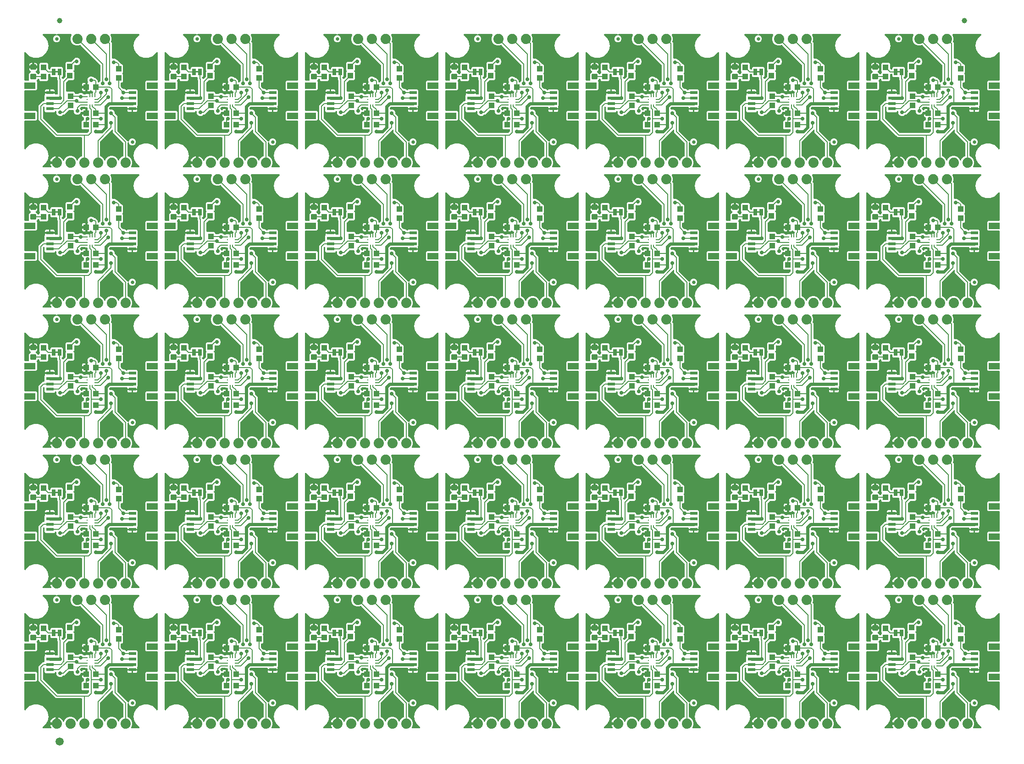
<source format=gtl>
G04 EAGLE Gerber RS-274X export*
G75*
%MOMM*%
%FSLAX34Y34*%
%LPD*%
%INTop Copper*%
%IPPOS*%
%AMOC8*
5,1,8,0,0,1.08239X$1,22.5*%
G01*
%ADD10C,0.635000*%
%ADD11R,2.000000X1.200000*%
%ADD12R,1.350000X0.600000*%
%ADD13R,1.100000X1.000000*%
%ADD14R,1.000000X1.100000*%
%ADD15C,0.300000*%
%ADD16R,0.660400X1.270000*%
%ADD17C,1.879600*%
%ADD18R,0.275000X0.250000*%
%ADD19R,0.250000X0.275000*%
%ADD20C,1.000000*%
%ADD21C,1.500000*%
%ADD22C,0.736600*%
%ADD23C,0.203200*%
%ADD24C,0.609600*%
%ADD25C,0.177800*%

G36*
X733565Y1040389D02*
X733565Y1040389D01*
X733600Y1040387D01*
X733722Y1040409D01*
X733845Y1040425D01*
X733878Y1040438D01*
X733913Y1040444D01*
X734025Y1040496D01*
X734141Y1040542D01*
X734169Y1040562D01*
X734201Y1040577D01*
X734298Y1040656D01*
X734398Y1040728D01*
X734421Y1040756D01*
X734448Y1040778D01*
X734521Y1040878D01*
X734601Y1040973D01*
X734616Y1041005D01*
X734637Y1041034D01*
X734683Y1041149D01*
X734736Y1041261D01*
X734743Y1041296D01*
X734756Y1041329D01*
X734773Y1041452D01*
X734796Y1041573D01*
X734794Y1041609D01*
X734799Y1041644D01*
X734784Y1041767D01*
X734776Y1041891D01*
X734765Y1041925D01*
X734761Y1041960D01*
X734716Y1042076D01*
X734678Y1042193D01*
X734659Y1042223D01*
X734647Y1042256D01*
X734574Y1042357D01*
X734508Y1042462D01*
X734482Y1042486D01*
X734462Y1042515D01*
X734345Y1042626D01*
X729175Y1046964D01*
X725189Y1053869D01*
X723805Y1061720D01*
X725189Y1069571D01*
X729175Y1076475D01*
X735282Y1081600D01*
X742774Y1084327D01*
X750746Y1084327D01*
X758238Y1081600D01*
X764345Y1076476D01*
X765727Y1074082D01*
X765815Y1073966D01*
X765900Y1073848D01*
X765911Y1073839D01*
X765919Y1073829D01*
X766033Y1073738D01*
X766145Y1073645D01*
X766158Y1073639D01*
X766168Y1073631D01*
X766302Y1073571D01*
X766433Y1073510D01*
X766446Y1073507D01*
X766459Y1073502D01*
X766603Y1073477D01*
X766746Y1073450D01*
X766759Y1073451D01*
X766772Y1073448D01*
X766918Y1073461D01*
X767063Y1073470D01*
X767076Y1073474D01*
X767089Y1073475D01*
X767227Y1073523D01*
X767365Y1073568D01*
X767377Y1073575D01*
X767390Y1073579D01*
X767511Y1073660D01*
X767634Y1073738D01*
X767643Y1073748D01*
X767655Y1073755D01*
X767752Y1073863D01*
X767852Y1073969D01*
X767859Y1073981D01*
X767868Y1073991D01*
X767935Y1074121D01*
X768006Y1074248D01*
X768009Y1074261D01*
X768015Y1074273D01*
X768049Y1074415D01*
X768085Y1074556D01*
X768086Y1074574D01*
X768088Y1074583D01*
X768088Y1074600D01*
X768095Y1074717D01*
X768095Y1125002D01*
X768080Y1125120D01*
X768073Y1125239D01*
X768060Y1125277D01*
X768055Y1125318D01*
X768012Y1125428D01*
X767975Y1125541D01*
X767953Y1125576D01*
X767938Y1125613D01*
X767869Y1125709D01*
X767805Y1125810D01*
X767775Y1125838D01*
X767752Y1125871D01*
X767660Y1125947D01*
X767573Y1126028D01*
X767538Y1126048D01*
X767507Y1126073D01*
X767399Y1126124D01*
X767295Y1126182D01*
X767255Y1126192D01*
X767219Y1126209D01*
X767102Y1126231D01*
X766987Y1126261D01*
X766927Y1126265D01*
X766907Y1126269D01*
X766886Y1126267D01*
X766826Y1126271D01*
X746847Y1126271D01*
X745061Y1128057D01*
X745061Y1142583D01*
X746847Y1144369D01*
X766826Y1144369D01*
X766944Y1144384D01*
X767063Y1144391D01*
X767101Y1144404D01*
X767142Y1144409D01*
X767252Y1144452D01*
X767365Y1144489D01*
X767400Y1144511D01*
X767437Y1144526D01*
X767533Y1144595D01*
X767634Y1144659D01*
X767662Y1144689D01*
X767695Y1144712D01*
X767771Y1144804D01*
X767852Y1144891D01*
X767872Y1144926D01*
X767897Y1144957D01*
X767948Y1145065D01*
X768006Y1145169D01*
X768016Y1145209D01*
X768033Y1145245D01*
X768055Y1145362D01*
X768085Y1145477D01*
X768089Y1145537D01*
X768093Y1145557D01*
X768091Y1145578D01*
X768095Y1145638D01*
X768095Y1181002D01*
X768080Y1181120D01*
X768073Y1181239D01*
X768060Y1181277D01*
X768055Y1181318D01*
X768012Y1181428D01*
X767975Y1181541D01*
X767953Y1181576D01*
X767938Y1181613D01*
X767869Y1181709D01*
X767805Y1181810D01*
X767775Y1181838D01*
X767752Y1181871D01*
X767660Y1181947D01*
X767573Y1182028D01*
X767538Y1182048D01*
X767507Y1182073D01*
X767399Y1182124D01*
X767295Y1182182D01*
X767255Y1182192D01*
X767219Y1182209D01*
X767102Y1182231D01*
X766987Y1182261D01*
X766927Y1182265D01*
X766907Y1182269D01*
X766886Y1182267D01*
X766826Y1182271D01*
X746847Y1182271D01*
X745061Y1184057D01*
X745061Y1198583D01*
X746847Y1200369D01*
X766826Y1200369D01*
X766944Y1200384D01*
X767063Y1200391D01*
X767101Y1200404D01*
X767142Y1200409D01*
X767252Y1200452D01*
X767365Y1200489D01*
X767400Y1200511D01*
X767437Y1200526D01*
X767533Y1200595D01*
X767634Y1200659D01*
X767662Y1200689D01*
X767695Y1200712D01*
X767771Y1200804D01*
X767852Y1200891D01*
X767872Y1200926D01*
X767897Y1200957D01*
X767948Y1201065D01*
X768006Y1201169D01*
X768016Y1201209D01*
X768033Y1201245D01*
X768055Y1201362D01*
X768085Y1201477D01*
X768089Y1201537D01*
X768093Y1201557D01*
X768091Y1201578D01*
X768095Y1201638D01*
X768095Y1251923D01*
X768077Y1252068D01*
X768062Y1252213D01*
X768057Y1252226D01*
X768055Y1252239D01*
X768002Y1252374D01*
X767951Y1252511D01*
X767943Y1252522D01*
X767938Y1252535D01*
X767853Y1252652D01*
X767770Y1252772D01*
X767759Y1252781D01*
X767752Y1252792D01*
X767640Y1252885D01*
X767529Y1252980D01*
X767517Y1252986D01*
X767507Y1252995D01*
X767375Y1253057D01*
X767244Y1253122D01*
X767231Y1253125D01*
X767219Y1253130D01*
X767077Y1253158D01*
X766933Y1253188D01*
X766920Y1253188D01*
X766907Y1253190D01*
X766762Y1253181D01*
X766616Y1253175D01*
X766602Y1253171D01*
X766589Y1253170D01*
X766451Y1253126D01*
X766311Y1253083D01*
X766299Y1253076D01*
X766287Y1253072D01*
X766164Y1252995D01*
X766039Y1252919D01*
X766029Y1252909D01*
X766018Y1252902D01*
X765918Y1252796D01*
X765816Y1252692D01*
X765806Y1252677D01*
X765800Y1252671D01*
X765792Y1252656D01*
X765727Y1252558D01*
X764345Y1250165D01*
X758238Y1245040D01*
X750746Y1242313D01*
X742774Y1242313D01*
X735282Y1245040D01*
X729175Y1250164D01*
X725189Y1257069D01*
X723805Y1264920D01*
X725189Y1272771D01*
X729175Y1279675D01*
X734345Y1284014D01*
X734369Y1284040D01*
X734398Y1284060D01*
X734477Y1284156D01*
X734561Y1284247D01*
X734578Y1284278D01*
X734601Y1284305D01*
X734654Y1284418D01*
X734713Y1284527D01*
X734721Y1284561D01*
X734736Y1284593D01*
X734759Y1284715D01*
X734790Y1284835D01*
X734789Y1284871D01*
X734796Y1284906D01*
X734788Y1285029D01*
X734787Y1285153D01*
X734778Y1285188D01*
X734776Y1285223D01*
X734738Y1285341D01*
X734706Y1285461D01*
X734689Y1285492D01*
X734678Y1285525D01*
X734612Y1285630D01*
X734551Y1285739D01*
X734527Y1285764D01*
X734508Y1285794D01*
X734418Y1285879D01*
X734332Y1285969D01*
X734302Y1285988D01*
X734276Y1286012D01*
X734168Y1286072D01*
X734063Y1286138D01*
X734029Y1286149D01*
X733998Y1286166D01*
X733878Y1286197D01*
X733760Y1286234D01*
X733724Y1286236D01*
X733690Y1286245D01*
X733529Y1286255D01*
X682355Y1286255D01*
X682306Y1286249D01*
X682256Y1286251D01*
X682149Y1286229D01*
X682039Y1286215D01*
X681993Y1286197D01*
X681945Y1286187D01*
X681846Y1286139D01*
X681744Y1286098D01*
X681704Y1286069D01*
X681659Y1286047D01*
X681575Y1285976D01*
X681486Y1285912D01*
X681455Y1285873D01*
X681417Y1285841D01*
X681354Y1285751D01*
X681284Y1285667D01*
X681262Y1285622D01*
X681234Y1285581D01*
X681195Y1285478D01*
X681148Y1285379D01*
X681139Y1285330D01*
X681121Y1285284D01*
X681109Y1285174D01*
X681088Y1285067D01*
X681091Y1285017D01*
X681086Y1284968D01*
X681101Y1284859D01*
X681108Y1284749D01*
X681123Y1284702D01*
X681130Y1284653D01*
X681182Y1284500D01*
X683007Y1280096D01*
X683007Y1275144D01*
X682095Y1272942D01*
X682087Y1272913D01*
X682073Y1272887D01*
X682045Y1272760D01*
X682011Y1272635D01*
X682010Y1272606D01*
X682004Y1272577D01*
X682008Y1272447D01*
X682006Y1272317D01*
X682012Y1272288D01*
X682013Y1272259D01*
X682049Y1272134D01*
X682080Y1272008D01*
X682094Y1271982D01*
X682102Y1271953D01*
X682168Y1271842D01*
X682228Y1271727D01*
X682248Y1271705D01*
X682263Y1271680D01*
X682370Y1271559D01*
X683769Y1270160D01*
X683769Y1242258D01*
X683775Y1242209D01*
X683773Y1242159D01*
X683795Y1242052D01*
X683809Y1241943D01*
X683827Y1241897D01*
X683837Y1241848D01*
X683885Y1241749D01*
X683926Y1241647D01*
X683955Y1241607D01*
X683977Y1241562D01*
X684048Y1241479D01*
X684112Y1241390D01*
X684151Y1241358D01*
X684183Y1241320D01*
X684273Y1241257D01*
X684357Y1241187D01*
X684402Y1241166D01*
X684443Y1241137D01*
X684546Y1241098D01*
X684645Y1241052D01*
X684694Y1241042D01*
X684740Y1241025D01*
X684850Y1241012D01*
X684957Y1240992D01*
X685007Y1240995D01*
X685057Y1240989D01*
X685165Y1241005D01*
X685275Y1241012D01*
X685322Y1241027D01*
X685371Y1241034D01*
X685524Y1241086D01*
X685731Y1241172D01*
X688409Y1241172D01*
X690883Y1240147D01*
X692154Y1238876D01*
X692232Y1238816D01*
X692304Y1238748D01*
X692357Y1238719D01*
X692405Y1238682D01*
X692496Y1238642D01*
X692582Y1238594D01*
X692641Y1238579D01*
X692697Y1238555D01*
X692795Y1238540D01*
X692890Y1238515D01*
X692990Y1238509D01*
X693011Y1238505D01*
X693023Y1238507D01*
X693051Y1238505D01*
X693834Y1238505D01*
X700041Y1232297D01*
X700047Y1232201D01*
X700060Y1232163D01*
X700065Y1232122D01*
X700108Y1232012D01*
X700145Y1231899D01*
X700167Y1231864D01*
X700182Y1231827D01*
X700251Y1231731D01*
X700315Y1231630D01*
X700345Y1231602D01*
X700368Y1231569D01*
X700460Y1231493D01*
X700547Y1231412D01*
X700582Y1231392D01*
X700613Y1231367D01*
X700721Y1231316D01*
X700825Y1231258D01*
X700865Y1231248D01*
X700901Y1231231D01*
X701018Y1231209D01*
X701133Y1231179D01*
X701193Y1231175D01*
X701213Y1231171D01*
X701234Y1231173D01*
X701294Y1231169D01*
X702223Y1231169D01*
X704009Y1229383D01*
X704009Y1215857D01*
X703169Y1215017D01*
X703096Y1214923D01*
X703017Y1214834D01*
X702999Y1214798D01*
X702974Y1214766D01*
X702927Y1214657D01*
X702873Y1214551D01*
X702864Y1214512D01*
X702848Y1214474D01*
X702829Y1214357D01*
X702803Y1214241D01*
X702804Y1214200D01*
X702798Y1214160D01*
X702809Y1214042D01*
X702813Y1213923D01*
X702824Y1213884D01*
X702828Y1213844D01*
X702868Y1213732D01*
X702901Y1213617D01*
X702922Y1213582D01*
X702935Y1213544D01*
X703002Y1213446D01*
X703063Y1213343D01*
X703102Y1213298D01*
X703114Y1213281D01*
X703129Y1213268D01*
X703169Y1213222D01*
X704009Y1212383D01*
X704009Y1198857D01*
X702223Y1197071D01*
X701294Y1197071D01*
X701176Y1197056D01*
X701057Y1197049D01*
X701019Y1197036D01*
X700978Y1197031D01*
X700868Y1196988D01*
X700755Y1196951D01*
X700720Y1196929D01*
X700683Y1196914D01*
X700587Y1196845D01*
X700486Y1196781D01*
X700458Y1196751D01*
X700425Y1196728D01*
X700349Y1196636D01*
X700268Y1196549D01*
X700248Y1196514D01*
X700223Y1196483D01*
X700172Y1196375D01*
X700114Y1196271D01*
X700104Y1196231D01*
X700087Y1196195D01*
X700065Y1196078D01*
X700035Y1195963D01*
X700031Y1195903D01*
X700027Y1195883D01*
X700029Y1195862D01*
X700025Y1195802D01*
X700025Y1189659D01*
X700037Y1189561D01*
X700040Y1189462D01*
X700057Y1189404D01*
X700065Y1189344D01*
X700101Y1189252D01*
X700129Y1189157D01*
X700159Y1189105D01*
X700182Y1189048D01*
X700240Y1188968D01*
X700290Y1188883D01*
X700356Y1188807D01*
X700368Y1188791D01*
X700378Y1188783D01*
X700396Y1188762D01*
X703495Y1185663D01*
X703573Y1185603D01*
X703645Y1185535D01*
X703698Y1185506D01*
X703746Y1185469D01*
X703837Y1185429D01*
X703924Y1185381D01*
X703982Y1185366D01*
X704038Y1185342D01*
X704136Y1185327D01*
X704232Y1185302D01*
X704332Y1185296D01*
X704352Y1185292D01*
X704364Y1185294D01*
X704392Y1185292D01*
X706189Y1185292D01*
X708663Y1184267D01*
X709934Y1182996D01*
X710012Y1182936D01*
X710084Y1182868D01*
X710137Y1182839D01*
X710185Y1182802D01*
X710276Y1182762D01*
X710363Y1182714D01*
X710421Y1182699D01*
X710477Y1182675D01*
X710575Y1182660D01*
X710670Y1182635D01*
X710770Y1182629D01*
X710791Y1182625D01*
X710803Y1182627D01*
X710831Y1182625D01*
X711077Y1182625D01*
X711176Y1182637D01*
X711275Y1182640D01*
X711333Y1182657D01*
X711393Y1182665D01*
X711485Y1182701D01*
X711580Y1182729D01*
X711632Y1182759D01*
X711689Y1182782D01*
X711769Y1182840D01*
X711854Y1182890D01*
X711929Y1182956D01*
X711946Y1182968D01*
X711954Y1182978D01*
X711975Y1182996D01*
X713347Y1184369D01*
X729373Y1184369D01*
X731159Y1182583D01*
X731159Y1174017D01*
X731149Y1173998D01*
X731124Y1173966D01*
X731077Y1173857D01*
X731023Y1173751D01*
X731014Y1173711D01*
X730998Y1173674D01*
X730979Y1173556D01*
X730953Y1173441D01*
X730954Y1173400D01*
X730948Y1173360D01*
X730959Y1173241D01*
X730963Y1173123D01*
X730974Y1173084D01*
X730978Y1173044D01*
X731018Y1172931D01*
X731051Y1172817D01*
X731072Y1172782D01*
X731085Y1172744D01*
X731152Y1172646D01*
X731159Y1172635D01*
X731159Y1164017D01*
X731149Y1163998D01*
X731124Y1163966D01*
X731077Y1163857D01*
X731023Y1163751D01*
X731014Y1163711D01*
X730998Y1163674D01*
X730979Y1163556D01*
X730953Y1163441D01*
X730954Y1163400D01*
X730948Y1163360D01*
X730959Y1163241D01*
X730963Y1163123D01*
X730974Y1163084D01*
X730978Y1163044D01*
X731018Y1162931D01*
X731051Y1162817D01*
X731072Y1162782D01*
X731085Y1162744D01*
X731152Y1162646D01*
X731159Y1162635D01*
X731159Y1154057D01*
X730769Y1153667D01*
X730704Y1153583D01*
X730632Y1153506D01*
X730607Y1153458D01*
X730574Y1153416D01*
X730532Y1153319D01*
X730482Y1153226D01*
X730469Y1153173D01*
X730447Y1153124D01*
X730431Y1153019D01*
X730405Y1152917D01*
X730406Y1152863D01*
X730397Y1152810D01*
X730407Y1152704D01*
X730408Y1152599D01*
X730425Y1152515D01*
X730427Y1152493D01*
X730432Y1152478D01*
X730440Y1152441D01*
X730651Y1151654D01*
X730651Y1149819D01*
X721590Y1149819D01*
X721472Y1149804D01*
X721353Y1149797D01*
X721346Y1149795D01*
X721290Y1149809D01*
X721230Y1149813D01*
X721210Y1149817D01*
X721190Y1149815D01*
X721130Y1149819D01*
X712069Y1149819D01*
X712069Y1150954D01*
X712054Y1151072D01*
X712047Y1151191D01*
X712034Y1151229D01*
X712029Y1151270D01*
X711986Y1151380D01*
X711949Y1151493D01*
X711927Y1151528D01*
X711912Y1151565D01*
X711843Y1151661D01*
X711779Y1151762D01*
X711749Y1151790D01*
X711726Y1151823D01*
X711634Y1151899D01*
X711547Y1151980D01*
X711512Y1152000D01*
X711481Y1152025D01*
X711373Y1152076D01*
X711269Y1152134D01*
X711229Y1152144D01*
X711193Y1152161D01*
X711076Y1152183D01*
X710961Y1152213D01*
X710901Y1152217D01*
X710881Y1152221D01*
X710860Y1152219D01*
X710800Y1152223D01*
X684918Y1152223D01*
X684909Y1152222D01*
X684900Y1152223D01*
X684751Y1152202D01*
X684603Y1152183D01*
X684594Y1152180D01*
X684585Y1152179D01*
X684481Y1152143D01*
X682033Y1152143D01*
X681926Y1152171D01*
X681781Y1152211D01*
X681771Y1152211D01*
X681762Y1152213D01*
X681602Y1152223D01*
X681311Y1152223D01*
X681213Y1152211D01*
X681114Y1152208D01*
X681056Y1152191D01*
X680996Y1152183D01*
X680903Y1152147D01*
X680808Y1152119D01*
X680756Y1152089D01*
X680700Y1152066D01*
X680620Y1152008D01*
X680534Y1151958D01*
X680459Y1151892D01*
X680443Y1151880D01*
X680435Y1151870D01*
X680414Y1151852D01*
X679187Y1150625D01*
X679127Y1150547D01*
X679059Y1150475D01*
X679030Y1150422D01*
X678993Y1150374D01*
X678953Y1150283D01*
X678905Y1150197D01*
X678890Y1150138D01*
X678866Y1150082D01*
X678851Y1149984D01*
X678826Y1149889D01*
X678820Y1149789D01*
X678816Y1149768D01*
X678818Y1149756D01*
X678816Y1149728D01*
X678816Y1148331D01*
X678822Y1148282D01*
X678820Y1148232D01*
X678842Y1148125D01*
X678856Y1148016D01*
X678874Y1147969D01*
X678884Y1147921D01*
X678932Y1147822D01*
X678973Y1147720D01*
X679002Y1147680D01*
X679024Y1147635D01*
X679095Y1147551D01*
X679159Y1147463D01*
X679198Y1147431D01*
X679230Y1147393D01*
X679320Y1147330D01*
X679404Y1147260D01*
X679449Y1147239D01*
X679490Y1147210D01*
X679593Y1147171D01*
X679692Y1147124D01*
X679741Y1147115D01*
X679787Y1147097D01*
X679897Y1147085D01*
X680004Y1147064D01*
X680054Y1147068D01*
X680104Y1147062D01*
X680212Y1147077D01*
X680322Y1147084D01*
X680369Y1147100D01*
X680418Y1147106D01*
X680571Y1147159D01*
X680651Y1147192D01*
X683329Y1147192D01*
X685803Y1146167D01*
X687697Y1144273D01*
X688722Y1141799D01*
X688722Y1140002D01*
X688734Y1139904D01*
X688737Y1139805D01*
X688754Y1139747D01*
X688762Y1139687D01*
X688798Y1139595D01*
X688826Y1139500D01*
X688856Y1139448D01*
X688879Y1139391D01*
X688937Y1139311D01*
X688987Y1139226D01*
X689053Y1139150D01*
X689065Y1139134D01*
X689075Y1139126D01*
X689093Y1139105D01*
X693675Y1134524D01*
X693675Y1108379D01*
X693687Y1108281D01*
X693690Y1108182D01*
X693707Y1108124D01*
X693715Y1108064D01*
X693751Y1107972D01*
X693779Y1107877D01*
X693809Y1107825D01*
X693832Y1107768D01*
X693890Y1107688D01*
X693940Y1107603D01*
X694006Y1107527D01*
X694018Y1107511D01*
X694028Y1107503D01*
X694046Y1107482D01*
X712733Y1088796D01*
X712732Y1088778D01*
X712753Y1088690D01*
X712765Y1088601D01*
X712790Y1088536D01*
X712807Y1088469D01*
X712849Y1088389D01*
X712882Y1088306D01*
X712923Y1088249D01*
X712955Y1088188D01*
X713016Y1088121D01*
X713068Y1088048D01*
X713122Y1088004D01*
X713169Y1087952D01*
X713244Y1087903D01*
X713313Y1087846D01*
X713377Y1087816D01*
X713435Y1087777D01*
X713520Y1087748D01*
X713601Y1087710D01*
X713670Y1087697D01*
X713736Y1087674D01*
X713825Y1087667D01*
X713913Y1087650D01*
X713983Y1087655D01*
X714053Y1087649D01*
X714141Y1087664D01*
X714231Y1087670D01*
X714297Y1087691D01*
X714366Y1087703D01*
X714448Y1087740D01*
X714533Y1087768D01*
X714592Y1087805D01*
X714656Y1087834D01*
X714726Y1087890D01*
X714802Y1087938D01*
X714850Y1087989D01*
X714904Y1088033D01*
X714959Y1088104D01*
X715020Y1088170D01*
X715054Y1088231D01*
X715096Y1088287D01*
X715167Y1088431D01*
X716084Y1090645D01*
X717835Y1092396D01*
X720122Y1093344D01*
X722598Y1093344D01*
X724885Y1092396D01*
X726636Y1090645D01*
X727584Y1088358D01*
X727584Y1085882D01*
X726636Y1083595D01*
X724885Y1081844D01*
X722598Y1080896D01*
X720122Y1080896D01*
X717835Y1081844D01*
X716084Y1083595D01*
X715167Y1085809D01*
X715132Y1085869D01*
X715106Y1085934D01*
X715054Y1086007D01*
X715009Y1086085D01*
X714961Y1086135D01*
X714920Y1086192D01*
X714850Y1086249D01*
X714788Y1086313D01*
X714728Y1086350D01*
X714675Y1086394D01*
X714593Y1086433D01*
X714517Y1086480D01*
X714450Y1086500D01*
X714387Y1086530D01*
X714299Y1086547D01*
X714213Y1086573D01*
X714143Y1086577D01*
X714074Y1086590D01*
X713985Y1086584D01*
X713895Y1086588D01*
X713827Y1086574D01*
X713757Y1086570D01*
X713672Y1086542D01*
X713584Y1086524D01*
X713521Y1086493D01*
X713455Y1086472D01*
X713379Y1086424D01*
X713298Y1086384D01*
X713245Y1086339D01*
X713186Y1086302D01*
X713124Y1086236D01*
X713056Y1086178D01*
X713016Y1086121D01*
X712968Y1086070D01*
X712925Y1085992D01*
X712873Y1085918D01*
X712848Y1085853D01*
X712814Y1085792D01*
X712792Y1085705D01*
X712760Y1085621D01*
X712752Y1085551D01*
X712735Y1085484D01*
X712725Y1085323D01*
X712725Y1061657D01*
X712728Y1061627D01*
X712726Y1061598D01*
X712748Y1061470D01*
X712765Y1061341D01*
X712775Y1061314D01*
X712780Y1061285D01*
X712834Y1061166D01*
X712882Y1061045D01*
X712899Y1061022D01*
X712911Y1060995D01*
X712992Y1060893D01*
X713068Y1060788D01*
X713091Y1060769D01*
X713110Y1060746D01*
X713213Y1060668D01*
X713313Y1060585D01*
X713340Y1060573D01*
X713364Y1060555D01*
X713508Y1060484D01*
X715710Y1059572D01*
X719212Y1056070D01*
X721107Y1051496D01*
X721107Y1046544D01*
X719282Y1042140D01*
X719269Y1042092D01*
X719248Y1042047D01*
X719227Y1041939D01*
X719198Y1041833D01*
X719198Y1041783D01*
X719188Y1041734D01*
X719195Y1041625D01*
X719193Y1041515D01*
X719205Y1041467D01*
X719208Y1041417D01*
X719242Y1041313D01*
X719267Y1041206D01*
X719291Y1041162D01*
X719306Y1041115D01*
X719365Y1041022D01*
X719416Y1040925D01*
X719450Y1040888D01*
X719476Y1040846D01*
X719556Y1040771D01*
X719630Y1040689D01*
X719672Y1040662D01*
X719708Y1040628D01*
X719804Y1040575D01*
X719896Y1040515D01*
X719943Y1040498D01*
X719986Y1040474D01*
X720093Y1040447D01*
X720197Y1040411D01*
X720246Y1040407D01*
X720294Y1040395D01*
X720455Y1040385D01*
X733529Y1040385D01*
X733565Y1040389D01*
G37*
G36*
X1510805Y4069D02*
X1510805Y4069D01*
X1510840Y4067D01*
X1510962Y4089D01*
X1511085Y4105D01*
X1511118Y4118D01*
X1511153Y4124D01*
X1511265Y4176D01*
X1511381Y4222D01*
X1511409Y4242D01*
X1511441Y4257D01*
X1511538Y4336D01*
X1511638Y4408D01*
X1511661Y4436D01*
X1511688Y4458D01*
X1511761Y4558D01*
X1511841Y4653D01*
X1511856Y4685D01*
X1511877Y4714D01*
X1511923Y4829D01*
X1511976Y4941D01*
X1511983Y4976D01*
X1511996Y5009D01*
X1512013Y5132D01*
X1512036Y5253D01*
X1512034Y5289D01*
X1512039Y5324D01*
X1512024Y5447D01*
X1512016Y5571D01*
X1512005Y5605D01*
X1512001Y5640D01*
X1511956Y5756D01*
X1511918Y5873D01*
X1511899Y5903D01*
X1511887Y5936D01*
X1511814Y6037D01*
X1511748Y6142D01*
X1511722Y6166D01*
X1511702Y6195D01*
X1511585Y6306D01*
X1506415Y10644D01*
X1502429Y17549D01*
X1501045Y25400D01*
X1502429Y33251D01*
X1506415Y40155D01*
X1512522Y45280D01*
X1520014Y48007D01*
X1527986Y48007D01*
X1535478Y45280D01*
X1541585Y40155D01*
X1542967Y37762D01*
X1543055Y37646D01*
X1543140Y37528D01*
X1543151Y37519D01*
X1543159Y37509D01*
X1543273Y37418D01*
X1543385Y37325D01*
X1543398Y37319D01*
X1543408Y37311D01*
X1543542Y37251D01*
X1543673Y37190D01*
X1543686Y37187D01*
X1543699Y37182D01*
X1543843Y37157D01*
X1543986Y37130D01*
X1543999Y37131D01*
X1544012Y37128D01*
X1544158Y37141D01*
X1544303Y37150D01*
X1544316Y37154D01*
X1544329Y37155D01*
X1544467Y37203D01*
X1544605Y37248D01*
X1544617Y37255D01*
X1544630Y37259D01*
X1544751Y37340D01*
X1544874Y37418D01*
X1544883Y37428D01*
X1544895Y37435D01*
X1544992Y37543D01*
X1545092Y37649D01*
X1545099Y37661D01*
X1545108Y37671D01*
X1545175Y37801D01*
X1545246Y37928D01*
X1545249Y37941D01*
X1545255Y37953D01*
X1545289Y38095D01*
X1545325Y38236D01*
X1545326Y38254D01*
X1545328Y38263D01*
X1545328Y38280D01*
X1545335Y38397D01*
X1545335Y88682D01*
X1545320Y88800D01*
X1545313Y88919D01*
X1545300Y88957D01*
X1545295Y88998D01*
X1545252Y89108D01*
X1545215Y89221D01*
X1545193Y89256D01*
X1545178Y89293D01*
X1545109Y89389D01*
X1545045Y89490D01*
X1545015Y89518D01*
X1544992Y89551D01*
X1544900Y89627D01*
X1544813Y89708D01*
X1544778Y89728D01*
X1544747Y89753D01*
X1544639Y89804D01*
X1544535Y89862D01*
X1544495Y89872D01*
X1544459Y89889D01*
X1544342Y89911D01*
X1544227Y89941D01*
X1544167Y89945D01*
X1544147Y89949D01*
X1544126Y89947D01*
X1544066Y89951D01*
X1524087Y89951D01*
X1522301Y91737D01*
X1522301Y106263D01*
X1524087Y108049D01*
X1544066Y108049D01*
X1544184Y108064D01*
X1544303Y108071D01*
X1544341Y108084D01*
X1544382Y108089D01*
X1544492Y108132D01*
X1544605Y108169D01*
X1544640Y108191D01*
X1544677Y108206D01*
X1544773Y108275D01*
X1544874Y108339D01*
X1544902Y108369D01*
X1544935Y108392D01*
X1545011Y108484D01*
X1545092Y108571D01*
X1545112Y108606D01*
X1545137Y108637D01*
X1545188Y108745D01*
X1545246Y108849D01*
X1545256Y108889D01*
X1545273Y108925D01*
X1545295Y109042D01*
X1545325Y109157D01*
X1545329Y109217D01*
X1545333Y109237D01*
X1545331Y109258D01*
X1545335Y109318D01*
X1545335Y144682D01*
X1545320Y144800D01*
X1545313Y144919D01*
X1545300Y144957D01*
X1545295Y144998D01*
X1545252Y145108D01*
X1545215Y145221D01*
X1545193Y145256D01*
X1545178Y145293D01*
X1545109Y145389D01*
X1545045Y145490D01*
X1545015Y145518D01*
X1544992Y145551D01*
X1544900Y145627D01*
X1544813Y145708D01*
X1544778Y145728D01*
X1544747Y145753D01*
X1544639Y145804D01*
X1544535Y145862D01*
X1544495Y145872D01*
X1544459Y145889D01*
X1544342Y145911D01*
X1544227Y145941D01*
X1544167Y145945D01*
X1544147Y145949D01*
X1544126Y145947D01*
X1544066Y145951D01*
X1524087Y145951D01*
X1522301Y147737D01*
X1522301Y162263D01*
X1524087Y164049D01*
X1544066Y164049D01*
X1544184Y164064D01*
X1544303Y164071D01*
X1544341Y164084D01*
X1544382Y164089D01*
X1544492Y164132D01*
X1544605Y164169D01*
X1544640Y164191D01*
X1544677Y164206D01*
X1544773Y164275D01*
X1544874Y164339D01*
X1544902Y164369D01*
X1544935Y164392D01*
X1545011Y164484D01*
X1545092Y164571D01*
X1545112Y164606D01*
X1545137Y164637D01*
X1545188Y164745D01*
X1545246Y164849D01*
X1545256Y164889D01*
X1545273Y164925D01*
X1545295Y165042D01*
X1545325Y165157D01*
X1545329Y165217D01*
X1545333Y165237D01*
X1545331Y165258D01*
X1545335Y165318D01*
X1545335Y215603D01*
X1545317Y215748D01*
X1545302Y215893D01*
X1545297Y215906D01*
X1545295Y215919D01*
X1545242Y216054D01*
X1545191Y216191D01*
X1545183Y216202D01*
X1545178Y216215D01*
X1545093Y216332D01*
X1545010Y216452D01*
X1544999Y216461D01*
X1544992Y216472D01*
X1544880Y216565D01*
X1544769Y216660D01*
X1544757Y216666D01*
X1544747Y216675D01*
X1544615Y216737D01*
X1544484Y216802D01*
X1544471Y216805D01*
X1544459Y216810D01*
X1544316Y216838D01*
X1544173Y216868D01*
X1544160Y216868D01*
X1544147Y216870D01*
X1544002Y216861D01*
X1543856Y216855D01*
X1543842Y216851D01*
X1543829Y216850D01*
X1543691Y216806D01*
X1543551Y216763D01*
X1543539Y216756D01*
X1543527Y216752D01*
X1543404Y216675D01*
X1543279Y216599D01*
X1543269Y216589D01*
X1543258Y216582D01*
X1543158Y216476D01*
X1543056Y216372D01*
X1543046Y216357D01*
X1543040Y216351D01*
X1543032Y216336D01*
X1542967Y216238D01*
X1541585Y213845D01*
X1535478Y208720D01*
X1527986Y205993D01*
X1520014Y205993D01*
X1512522Y208720D01*
X1506415Y213844D01*
X1502429Y220749D01*
X1501045Y228600D01*
X1502429Y236451D01*
X1506415Y243355D01*
X1511585Y247694D01*
X1511609Y247720D01*
X1511638Y247740D01*
X1511717Y247836D01*
X1511801Y247927D01*
X1511818Y247958D01*
X1511841Y247985D01*
X1511894Y248098D01*
X1511953Y248207D01*
X1511961Y248241D01*
X1511976Y248273D01*
X1511999Y248395D01*
X1512030Y248515D01*
X1512029Y248551D01*
X1512036Y248586D01*
X1512028Y248709D01*
X1512027Y248833D01*
X1512018Y248868D01*
X1512016Y248903D01*
X1511978Y249021D01*
X1511946Y249141D01*
X1511929Y249172D01*
X1511918Y249205D01*
X1511852Y249310D01*
X1511791Y249419D01*
X1511767Y249444D01*
X1511748Y249474D01*
X1511658Y249559D01*
X1511572Y249649D01*
X1511542Y249668D01*
X1511516Y249692D01*
X1511408Y249752D01*
X1511303Y249818D01*
X1511269Y249829D01*
X1511238Y249846D01*
X1511118Y249877D01*
X1511000Y249914D01*
X1510964Y249916D01*
X1510930Y249925D01*
X1510769Y249935D01*
X1459595Y249935D01*
X1459546Y249929D01*
X1459496Y249931D01*
X1459389Y249909D01*
X1459279Y249895D01*
X1459233Y249877D01*
X1459185Y249867D01*
X1459086Y249819D01*
X1458984Y249778D01*
X1458944Y249749D01*
X1458899Y249727D01*
X1458815Y249656D01*
X1458726Y249592D01*
X1458695Y249553D01*
X1458657Y249521D01*
X1458594Y249431D01*
X1458524Y249347D01*
X1458502Y249302D01*
X1458474Y249261D01*
X1458435Y249158D01*
X1458388Y249059D01*
X1458379Y249010D01*
X1458361Y248964D01*
X1458349Y248854D01*
X1458328Y248747D01*
X1458331Y248697D01*
X1458326Y248648D01*
X1458341Y248539D01*
X1458348Y248429D01*
X1458363Y248382D01*
X1458370Y248333D01*
X1458422Y248180D01*
X1460247Y243776D01*
X1460247Y238824D01*
X1459335Y236622D01*
X1459327Y236594D01*
X1459313Y236567D01*
X1459285Y236440D01*
X1459251Y236315D01*
X1459250Y236286D01*
X1459244Y236257D01*
X1459248Y236127D01*
X1459246Y235997D01*
X1459252Y235969D01*
X1459253Y235939D01*
X1459289Y235814D01*
X1459320Y235688D01*
X1459334Y235662D01*
X1459342Y235634D01*
X1459408Y235522D01*
X1459468Y235407D01*
X1459488Y235385D01*
X1459503Y235360D01*
X1459610Y235239D01*
X1461009Y233840D01*
X1461009Y205939D01*
X1461015Y205889D01*
X1461013Y205840D01*
X1461035Y205732D01*
X1461049Y205623D01*
X1461067Y205577D01*
X1461077Y205528D01*
X1461125Y205430D01*
X1461166Y205327D01*
X1461195Y205287D01*
X1461217Y205242D01*
X1461288Y205159D01*
X1461352Y205070D01*
X1461391Y205038D01*
X1461423Y205000D01*
X1461513Y204937D01*
X1461597Y204867D01*
X1461642Y204846D01*
X1461683Y204817D01*
X1461786Y204778D01*
X1461885Y204732D01*
X1461934Y204722D01*
X1461980Y204705D01*
X1462090Y204692D01*
X1462197Y204672D01*
X1462247Y204675D01*
X1462296Y204669D01*
X1462405Y204685D01*
X1462515Y204692D01*
X1462562Y204707D01*
X1462611Y204714D01*
X1462764Y204766D01*
X1462971Y204852D01*
X1465649Y204852D01*
X1468123Y203827D01*
X1469394Y202556D01*
X1469472Y202496D01*
X1469544Y202428D01*
X1469597Y202399D01*
X1469645Y202362D01*
X1469736Y202322D01*
X1469823Y202274D01*
X1469881Y202259D01*
X1469937Y202235D01*
X1470035Y202220D01*
X1470130Y202195D01*
X1470230Y202189D01*
X1470251Y202185D01*
X1470263Y202187D01*
X1470291Y202185D01*
X1471074Y202185D01*
X1477281Y195977D01*
X1477287Y195881D01*
X1477300Y195843D01*
X1477305Y195802D01*
X1477348Y195692D01*
X1477385Y195579D01*
X1477407Y195544D01*
X1477422Y195507D01*
X1477491Y195411D01*
X1477555Y195310D01*
X1477585Y195282D01*
X1477608Y195249D01*
X1477700Y195173D01*
X1477787Y195092D01*
X1477822Y195072D01*
X1477853Y195047D01*
X1477961Y194996D01*
X1478065Y194938D01*
X1478105Y194928D01*
X1478141Y194911D01*
X1478258Y194889D01*
X1478373Y194859D01*
X1478433Y194855D01*
X1478453Y194851D01*
X1478474Y194853D01*
X1478534Y194849D01*
X1479463Y194849D01*
X1481249Y193063D01*
X1481249Y179537D01*
X1480409Y178697D01*
X1480336Y178603D01*
X1480257Y178514D01*
X1480239Y178478D01*
X1480214Y178446D01*
X1480167Y178337D01*
X1480113Y178231D01*
X1480104Y178192D01*
X1480088Y178154D01*
X1480069Y178037D01*
X1480043Y177921D01*
X1480044Y177880D01*
X1480038Y177840D01*
X1480049Y177722D01*
X1480053Y177603D01*
X1480064Y177564D01*
X1480068Y177524D01*
X1480108Y177412D01*
X1480141Y177297D01*
X1480162Y177262D01*
X1480175Y177224D01*
X1480242Y177126D01*
X1480303Y177023D01*
X1480342Y176978D01*
X1480354Y176961D01*
X1480369Y176948D01*
X1480409Y176902D01*
X1481249Y176063D01*
X1481249Y162537D01*
X1479463Y160751D01*
X1478534Y160751D01*
X1478416Y160736D01*
X1478297Y160729D01*
X1478259Y160716D01*
X1478218Y160711D01*
X1478108Y160668D01*
X1477995Y160631D01*
X1477960Y160609D01*
X1477923Y160594D01*
X1477827Y160525D01*
X1477726Y160461D01*
X1477698Y160431D01*
X1477665Y160408D01*
X1477589Y160316D01*
X1477508Y160229D01*
X1477488Y160194D01*
X1477463Y160163D01*
X1477412Y160055D01*
X1477354Y159951D01*
X1477344Y159911D01*
X1477327Y159875D01*
X1477305Y159758D01*
X1477275Y159643D01*
X1477271Y159583D01*
X1477267Y159563D01*
X1477269Y159542D01*
X1477265Y159482D01*
X1477265Y153339D01*
X1477277Y153241D01*
X1477280Y153142D01*
X1477297Y153084D01*
X1477305Y153024D01*
X1477341Y152932D01*
X1477369Y152837D01*
X1477399Y152785D01*
X1477422Y152728D01*
X1477480Y152648D01*
X1477530Y152563D01*
X1477596Y152487D01*
X1477608Y152471D01*
X1477618Y152463D01*
X1477636Y152442D01*
X1480735Y149343D01*
X1480813Y149283D01*
X1480885Y149215D01*
X1480938Y149186D01*
X1480986Y149149D01*
X1481077Y149109D01*
X1481164Y149061D01*
X1481222Y149046D01*
X1481278Y149022D01*
X1481376Y149007D01*
X1481472Y148982D01*
X1481572Y148976D01*
X1481592Y148972D01*
X1481604Y148974D01*
X1481632Y148972D01*
X1483429Y148972D01*
X1485903Y147947D01*
X1487174Y146676D01*
X1487252Y146616D01*
X1487324Y146548D01*
X1487377Y146519D01*
X1487425Y146482D01*
X1487516Y146442D01*
X1487603Y146394D01*
X1487661Y146379D01*
X1487717Y146355D01*
X1487815Y146340D01*
X1487910Y146315D01*
X1488010Y146309D01*
X1488031Y146305D01*
X1488043Y146307D01*
X1488071Y146305D01*
X1488317Y146305D01*
X1488416Y146317D01*
X1488515Y146320D01*
X1488573Y146337D01*
X1488633Y146345D01*
X1488725Y146381D01*
X1488820Y146409D01*
X1488872Y146439D01*
X1488929Y146462D01*
X1489009Y146520D01*
X1489094Y146570D01*
X1489169Y146636D01*
X1489186Y146648D01*
X1489194Y146658D01*
X1489215Y146676D01*
X1490587Y148049D01*
X1506613Y148049D01*
X1508399Y146263D01*
X1508399Y137697D01*
X1508389Y137678D01*
X1508364Y137646D01*
X1508317Y137537D01*
X1508263Y137431D01*
X1508254Y137391D01*
X1508238Y137354D01*
X1508219Y137236D01*
X1508193Y137121D01*
X1508194Y137080D01*
X1508188Y137040D01*
X1508199Y136921D01*
X1508203Y136803D01*
X1508214Y136764D01*
X1508218Y136724D01*
X1508258Y136611D01*
X1508291Y136497D01*
X1508312Y136462D01*
X1508325Y136424D01*
X1508392Y136326D01*
X1508399Y136315D01*
X1508399Y127697D01*
X1508389Y127678D01*
X1508364Y127646D01*
X1508317Y127537D01*
X1508263Y127431D01*
X1508254Y127391D01*
X1508238Y127354D01*
X1508219Y127236D01*
X1508193Y127121D01*
X1508194Y127080D01*
X1508188Y127040D01*
X1508199Y126921D01*
X1508203Y126803D01*
X1508214Y126764D01*
X1508218Y126724D01*
X1508258Y126611D01*
X1508291Y126497D01*
X1508312Y126462D01*
X1508325Y126424D01*
X1508392Y126326D01*
X1508399Y126315D01*
X1508399Y117737D01*
X1508009Y117347D01*
X1507944Y117263D01*
X1507872Y117186D01*
X1507847Y117138D01*
X1507814Y117096D01*
X1507772Y116999D01*
X1507722Y116906D01*
X1507709Y116853D01*
X1507687Y116804D01*
X1507671Y116699D01*
X1507645Y116597D01*
X1507646Y116543D01*
X1507637Y116490D01*
X1507647Y116384D01*
X1507648Y116279D01*
X1507665Y116195D01*
X1507667Y116173D01*
X1507672Y116158D01*
X1507680Y116121D01*
X1507891Y115334D01*
X1507891Y113499D01*
X1498830Y113499D01*
X1498712Y113484D01*
X1498593Y113477D01*
X1498586Y113475D01*
X1498530Y113489D01*
X1498470Y113493D01*
X1498450Y113497D01*
X1498430Y113495D01*
X1498370Y113499D01*
X1489309Y113499D01*
X1489309Y114634D01*
X1489294Y114752D01*
X1489287Y114871D01*
X1489274Y114909D01*
X1489269Y114950D01*
X1489226Y115060D01*
X1489189Y115173D01*
X1489167Y115208D01*
X1489152Y115245D01*
X1489083Y115341D01*
X1489019Y115442D01*
X1488989Y115470D01*
X1488966Y115503D01*
X1488874Y115579D01*
X1488787Y115660D01*
X1488752Y115680D01*
X1488721Y115705D01*
X1488613Y115756D01*
X1488509Y115814D01*
X1488469Y115824D01*
X1488433Y115841D01*
X1488316Y115863D01*
X1488201Y115893D01*
X1488141Y115897D01*
X1488121Y115901D01*
X1488100Y115899D01*
X1488040Y115903D01*
X1462158Y115903D01*
X1462149Y115902D01*
X1462140Y115903D01*
X1461991Y115882D01*
X1461843Y115863D01*
X1461834Y115860D01*
X1461825Y115859D01*
X1461721Y115823D01*
X1459273Y115823D01*
X1459166Y115851D01*
X1459021Y115891D01*
X1459011Y115891D01*
X1459002Y115893D01*
X1458842Y115903D01*
X1458551Y115903D01*
X1458453Y115891D01*
X1458354Y115888D01*
X1458296Y115871D01*
X1458236Y115863D01*
X1458143Y115827D01*
X1458048Y115799D01*
X1457996Y115769D01*
X1457940Y115746D01*
X1457860Y115688D01*
X1457774Y115638D01*
X1457699Y115572D01*
X1457683Y115560D01*
X1457675Y115550D01*
X1457654Y115532D01*
X1456427Y114305D01*
X1456367Y114227D01*
X1456299Y114155D01*
X1456270Y114102D01*
X1456233Y114054D01*
X1456193Y113963D01*
X1456145Y113877D01*
X1456130Y113818D01*
X1456106Y113762D01*
X1456091Y113664D01*
X1456066Y113569D01*
X1456060Y113469D01*
X1456056Y113448D01*
X1456058Y113436D01*
X1456056Y113408D01*
X1456056Y112011D01*
X1456062Y111962D01*
X1456060Y111912D01*
X1456082Y111805D01*
X1456096Y111696D01*
X1456114Y111649D01*
X1456124Y111601D01*
X1456172Y111502D01*
X1456213Y111400D01*
X1456242Y111360D01*
X1456264Y111315D01*
X1456335Y111231D01*
X1456399Y111143D01*
X1456438Y111111D01*
X1456470Y111073D01*
X1456560Y111010D01*
X1456644Y110940D01*
X1456689Y110919D01*
X1456730Y110890D01*
X1456833Y110851D01*
X1456932Y110804D01*
X1456981Y110795D01*
X1457027Y110777D01*
X1457137Y110765D01*
X1457244Y110744D01*
X1457294Y110748D01*
X1457344Y110742D01*
X1457452Y110757D01*
X1457562Y110764D01*
X1457609Y110780D01*
X1457658Y110786D01*
X1457811Y110839D01*
X1457891Y110872D01*
X1460569Y110872D01*
X1463043Y109847D01*
X1464937Y107953D01*
X1465962Y105479D01*
X1465962Y103682D01*
X1465974Y103584D01*
X1465977Y103485D01*
X1465994Y103427D01*
X1466002Y103367D01*
X1466038Y103275D01*
X1466066Y103180D01*
X1466096Y103128D01*
X1466119Y103071D01*
X1466177Y102991D01*
X1466227Y102906D01*
X1466293Y102830D01*
X1466305Y102814D01*
X1466315Y102806D01*
X1466333Y102785D01*
X1470915Y98204D01*
X1470915Y72059D01*
X1470927Y71961D01*
X1470930Y71862D01*
X1470947Y71804D01*
X1470955Y71744D01*
X1470991Y71652D01*
X1471019Y71557D01*
X1471049Y71505D01*
X1471072Y71448D01*
X1471130Y71368D01*
X1471180Y71283D01*
X1471246Y71207D01*
X1471258Y71191D01*
X1471268Y71183D01*
X1471286Y71162D01*
X1489973Y52476D01*
X1489972Y52458D01*
X1489993Y52370D01*
X1490005Y52281D01*
X1490030Y52216D01*
X1490047Y52149D01*
X1490089Y52069D01*
X1490122Y51986D01*
X1490163Y51929D01*
X1490195Y51868D01*
X1490256Y51801D01*
X1490308Y51728D01*
X1490362Y51684D01*
X1490409Y51632D01*
X1490484Y51583D01*
X1490553Y51526D01*
X1490617Y51496D01*
X1490675Y51457D01*
X1490760Y51428D01*
X1490841Y51390D01*
X1490910Y51377D01*
X1490976Y51354D01*
X1491065Y51347D01*
X1491153Y51330D01*
X1491223Y51335D01*
X1491293Y51329D01*
X1491381Y51344D01*
X1491471Y51350D01*
X1491537Y51371D01*
X1491606Y51383D01*
X1491688Y51420D01*
X1491773Y51448D01*
X1491832Y51485D01*
X1491896Y51514D01*
X1491966Y51570D01*
X1492042Y51618D01*
X1492090Y51669D01*
X1492144Y51713D01*
X1492199Y51784D01*
X1492260Y51850D01*
X1492294Y51911D01*
X1492336Y51967D01*
X1492407Y52111D01*
X1493324Y54325D01*
X1495075Y56076D01*
X1497362Y57024D01*
X1499838Y57024D01*
X1502125Y56076D01*
X1503876Y54325D01*
X1504824Y52038D01*
X1504824Y49562D01*
X1503876Y47275D01*
X1502125Y45524D01*
X1499838Y44576D01*
X1497362Y44576D01*
X1495075Y45524D01*
X1493324Y47275D01*
X1492407Y49489D01*
X1492372Y49549D01*
X1492346Y49614D01*
X1492294Y49687D01*
X1492249Y49765D01*
X1492201Y49815D01*
X1492160Y49872D01*
X1492090Y49929D01*
X1492028Y49993D01*
X1491968Y50030D01*
X1491915Y50074D01*
X1491833Y50113D01*
X1491757Y50160D01*
X1491690Y50180D01*
X1491627Y50210D01*
X1491539Y50227D01*
X1491453Y50253D01*
X1491383Y50257D01*
X1491314Y50270D01*
X1491225Y50264D01*
X1491135Y50268D01*
X1491067Y50254D01*
X1490997Y50250D01*
X1490912Y50222D01*
X1490824Y50204D01*
X1490761Y50173D01*
X1490695Y50152D01*
X1490619Y50104D01*
X1490538Y50064D01*
X1490485Y50019D01*
X1490426Y49982D01*
X1490364Y49916D01*
X1490296Y49858D01*
X1490256Y49801D01*
X1490208Y49750D01*
X1490165Y49672D01*
X1490113Y49598D01*
X1490088Y49533D01*
X1490054Y49472D01*
X1490032Y49385D01*
X1490000Y49301D01*
X1489992Y49231D01*
X1489975Y49164D01*
X1489965Y49003D01*
X1489965Y25337D01*
X1489968Y25307D01*
X1489966Y25278D01*
X1489988Y25150D01*
X1490005Y25021D01*
X1490015Y24994D01*
X1490020Y24965D01*
X1490074Y24846D01*
X1490122Y24725D01*
X1490139Y24702D01*
X1490151Y24675D01*
X1490232Y24573D01*
X1490308Y24468D01*
X1490331Y24449D01*
X1490350Y24426D01*
X1490453Y24348D01*
X1490553Y24265D01*
X1490580Y24253D01*
X1490604Y24235D01*
X1490748Y24164D01*
X1492950Y23252D01*
X1496452Y19750D01*
X1498347Y15176D01*
X1498347Y10224D01*
X1496522Y5820D01*
X1496509Y5772D01*
X1496488Y5727D01*
X1496467Y5619D01*
X1496438Y5513D01*
X1496438Y5463D01*
X1496428Y5414D01*
X1496435Y5305D01*
X1496433Y5195D01*
X1496445Y5147D01*
X1496448Y5097D01*
X1496482Y4993D01*
X1496507Y4886D01*
X1496531Y4842D01*
X1496546Y4795D01*
X1496605Y4702D01*
X1496656Y4605D01*
X1496690Y4568D01*
X1496716Y4526D01*
X1496796Y4451D01*
X1496870Y4369D01*
X1496912Y4342D01*
X1496948Y4308D01*
X1497044Y4255D01*
X1497136Y4195D01*
X1497183Y4178D01*
X1497226Y4154D01*
X1497333Y4127D01*
X1497437Y4091D01*
X1497486Y4087D01*
X1497534Y4075D01*
X1497695Y4065D01*
X1510769Y4065D01*
X1510805Y4069D01*
G37*
G36*
X1769885Y781309D02*
X1769885Y781309D01*
X1769920Y781307D01*
X1770042Y781329D01*
X1770165Y781345D01*
X1770198Y781358D01*
X1770233Y781364D01*
X1770345Y781416D01*
X1770461Y781462D01*
X1770489Y781482D01*
X1770521Y781497D01*
X1770618Y781576D01*
X1770718Y781648D01*
X1770741Y781676D01*
X1770768Y781698D01*
X1770841Y781798D01*
X1770921Y781893D01*
X1770936Y781925D01*
X1770957Y781954D01*
X1771003Y782069D01*
X1771056Y782181D01*
X1771063Y782216D01*
X1771076Y782249D01*
X1771093Y782372D01*
X1771116Y782493D01*
X1771114Y782529D01*
X1771119Y782564D01*
X1771104Y782687D01*
X1771096Y782811D01*
X1771085Y782845D01*
X1771081Y782880D01*
X1771036Y782996D01*
X1770998Y783113D01*
X1770979Y783143D01*
X1770967Y783176D01*
X1770894Y783277D01*
X1770828Y783382D01*
X1770802Y783406D01*
X1770782Y783435D01*
X1770665Y783546D01*
X1765495Y787884D01*
X1761509Y794789D01*
X1760125Y802640D01*
X1761509Y810491D01*
X1765495Y817395D01*
X1771602Y822520D01*
X1779094Y825247D01*
X1787066Y825247D01*
X1794558Y822520D01*
X1800665Y817396D01*
X1802047Y815002D01*
X1802135Y814886D01*
X1802220Y814768D01*
X1802231Y814759D01*
X1802239Y814749D01*
X1802353Y814658D01*
X1802465Y814565D01*
X1802478Y814559D01*
X1802488Y814551D01*
X1802622Y814491D01*
X1802753Y814430D01*
X1802766Y814427D01*
X1802779Y814422D01*
X1802923Y814397D01*
X1803066Y814370D01*
X1803079Y814371D01*
X1803092Y814368D01*
X1803238Y814381D01*
X1803383Y814390D01*
X1803396Y814394D01*
X1803409Y814395D01*
X1803547Y814443D01*
X1803685Y814488D01*
X1803697Y814495D01*
X1803710Y814499D01*
X1803831Y814580D01*
X1803954Y814658D01*
X1803963Y814668D01*
X1803975Y814675D01*
X1804072Y814783D01*
X1804172Y814889D01*
X1804179Y814901D01*
X1804188Y814911D01*
X1804255Y815041D01*
X1804326Y815168D01*
X1804329Y815181D01*
X1804335Y815193D01*
X1804369Y815335D01*
X1804405Y815476D01*
X1804406Y815494D01*
X1804408Y815503D01*
X1804408Y815520D01*
X1804415Y815637D01*
X1804415Y865922D01*
X1804400Y866040D01*
X1804393Y866159D01*
X1804380Y866197D01*
X1804375Y866238D01*
X1804332Y866348D01*
X1804295Y866461D01*
X1804273Y866496D01*
X1804258Y866533D01*
X1804189Y866629D01*
X1804125Y866730D01*
X1804095Y866758D01*
X1804072Y866791D01*
X1803980Y866867D01*
X1803893Y866948D01*
X1803858Y866968D01*
X1803827Y866993D01*
X1803719Y867044D01*
X1803615Y867102D01*
X1803575Y867112D01*
X1803539Y867129D01*
X1803422Y867151D01*
X1803307Y867181D01*
X1803247Y867185D01*
X1803227Y867189D01*
X1803206Y867187D01*
X1803146Y867191D01*
X1783167Y867191D01*
X1781381Y868977D01*
X1781381Y883503D01*
X1783167Y885289D01*
X1803146Y885289D01*
X1803264Y885304D01*
X1803383Y885311D01*
X1803421Y885324D01*
X1803462Y885329D01*
X1803572Y885372D01*
X1803685Y885409D01*
X1803720Y885431D01*
X1803757Y885446D01*
X1803853Y885515D01*
X1803954Y885579D01*
X1803982Y885609D01*
X1804015Y885632D01*
X1804091Y885724D01*
X1804172Y885811D01*
X1804192Y885846D01*
X1804217Y885877D01*
X1804268Y885985D01*
X1804326Y886089D01*
X1804336Y886129D01*
X1804353Y886165D01*
X1804375Y886282D01*
X1804405Y886397D01*
X1804409Y886457D01*
X1804413Y886477D01*
X1804411Y886498D01*
X1804415Y886558D01*
X1804415Y921922D01*
X1804400Y922040D01*
X1804393Y922159D01*
X1804380Y922197D01*
X1804375Y922238D01*
X1804332Y922348D01*
X1804295Y922461D01*
X1804273Y922496D01*
X1804258Y922533D01*
X1804189Y922629D01*
X1804125Y922730D01*
X1804095Y922758D01*
X1804072Y922791D01*
X1803980Y922867D01*
X1803893Y922948D01*
X1803858Y922968D01*
X1803827Y922993D01*
X1803719Y923044D01*
X1803615Y923102D01*
X1803575Y923112D01*
X1803539Y923129D01*
X1803422Y923151D01*
X1803307Y923181D01*
X1803247Y923185D01*
X1803227Y923189D01*
X1803206Y923187D01*
X1803146Y923191D01*
X1783167Y923191D01*
X1781381Y924977D01*
X1781381Y939503D01*
X1783167Y941289D01*
X1803146Y941289D01*
X1803264Y941304D01*
X1803383Y941311D01*
X1803421Y941324D01*
X1803462Y941329D01*
X1803572Y941372D01*
X1803685Y941409D01*
X1803720Y941431D01*
X1803757Y941446D01*
X1803853Y941515D01*
X1803954Y941579D01*
X1803982Y941609D01*
X1804015Y941632D01*
X1804091Y941724D01*
X1804172Y941811D01*
X1804192Y941846D01*
X1804217Y941877D01*
X1804268Y941985D01*
X1804326Y942089D01*
X1804336Y942129D01*
X1804353Y942165D01*
X1804375Y942282D01*
X1804405Y942397D01*
X1804409Y942457D01*
X1804413Y942477D01*
X1804411Y942498D01*
X1804415Y942558D01*
X1804415Y992843D01*
X1804397Y992988D01*
X1804382Y993133D01*
X1804377Y993146D01*
X1804375Y993159D01*
X1804322Y993294D01*
X1804271Y993431D01*
X1804263Y993442D01*
X1804258Y993455D01*
X1804173Y993572D01*
X1804090Y993692D01*
X1804079Y993701D01*
X1804072Y993712D01*
X1803960Y993805D01*
X1803849Y993900D01*
X1803837Y993906D01*
X1803827Y993915D01*
X1803695Y993977D01*
X1803564Y994042D01*
X1803551Y994045D01*
X1803539Y994050D01*
X1803397Y994078D01*
X1803253Y994108D01*
X1803240Y994108D01*
X1803227Y994110D01*
X1803082Y994101D01*
X1802936Y994095D01*
X1802922Y994091D01*
X1802909Y994090D01*
X1802771Y994046D01*
X1802631Y994003D01*
X1802619Y993996D01*
X1802607Y993992D01*
X1802484Y993915D01*
X1802359Y993839D01*
X1802349Y993829D01*
X1802338Y993822D01*
X1802238Y993716D01*
X1802136Y993612D01*
X1802126Y993597D01*
X1802120Y993591D01*
X1802112Y993576D01*
X1802047Y993478D01*
X1800665Y991085D01*
X1794558Y985960D01*
X1787066Y983233D01*
X1779094Y983233D01*
X1771602Y985960D01*
X1765495Y991084D01*
X1761509Y997989D01*
X1760125Y1005840D01*
X1761509Y1013691D01*
X1765495Y1020595D01*
X1770665Y1024934D01*
X1770689Y1024960D01*
X1770718Y1024980D01*
X1770797Y1025076D01*
X1770881Y1025167D01*
X1770898Y1025198D01*
X1770921Y1025225D01*
X1770974Y1025338D01*
X1771033Y1025447D01*
X1771041Y1025481D01*
X1771056Y1025513D01*
X1771079Y1025635D01*
X1771110Y1025755D01*
X1771109Y1025791D01*
X1771116Y1025826D01*
X1771108Y1025949D01*
X1771107Y1026073D01*
X1771098Y1026108D01*
X1771096Y1026143D01*
X1771058Y1026261D01*
X1771026Y1026381D01*
X1771009Y1026412D01*
X1770998Y1026445D01*
X1770932Y1026550D01*
X1770871Y1026659D01*
X1770847Y1026684D01*
X1770828Y1026714D01*
X1770738Y1026799D01*
X1770652Y1026889D01*
X1770622Y1026908D01*
X1770596Y1026932D01*
X1770488Y1026992D01*
X1770383Y1027058D01*
X1770349Y1027069D01*
X1770318Y1027086D01*
X1770198Y1027117D01*
X1770080Y1027154D01*
X1770044Y1027156D01*
X1770010Y1027165D01*
X1769849Y1027175D01*
X1718675Y1027175D01*
X1718626Y1027169D01*
X1718576Y1027171D01*
X1718469Y1027149D01*
X1718359Y1027135D01*
X1718313Y1027117D01*
X1718265Y1027107D01*
X1718166Y1027059D01*
X1718064Y1027018D01*
X1718024Y1026989D01*
X1717979Y1026967D01*
X1717895Y1026896D01*
X1717806Y1026832D01*
X1717775Y1026793D01*
X1717737Y1026761D01*
X1717674Y1026671D01*
X1717604Y1026587D01*
X1717582Y1026542D01*
X1717554Y1026501D01*
X1717515Y1026398D01*
X1717468Y1026299D01*
X1717459Y1026250D01*
X1717441Y1026204D01*
X1717429Y1026094D01*
X1717408Y1025987D01*
X1717411Y1025937D01*
X1717406Y1025888D01*
X1717421Y1025779D01*
X1717428Y1025669D01*
X1717443Y1025622D01*
X1717450Y1025573D01*
X1717502Y1025420D01*
X1719327Y1021016D01*
X1719327Y1016064D01*
X1718415Y1013862D01*
X1718407Y1013834D01*
X1718393Y1013807D01*
X1718365Y1013680D01*
X1718331Y1013555D01*
X1718330Y1013526D01*
X1718324Y1013497D01*
X1718328Y1013367D01*
X1718326Y1013237D01*
X1718332Y1013209D01*
X1718333Y1013179D01*
X1718369Y1013054D01*
X1718400Y1012928D01*
X1718414Y1012902D01*
X1718422Y1012874D01*
X1718488Y1012762D01*
X1718548Y1012647D01*
X1718568Y1012625D01*
X1718583Y1012600D01*
X1718690Y1012479D01*
X1720089Y1011080D01*
X1720089Y983179D01*
X1720095Y983129D01*
X1720093Y983080D01*
X1720115Y982972D01*
X1720129Y982863D01*
X1720147Y982817D01*
X1720157Y982768D01*
X1720205Y982670D01*
X1720246Y982567D01*
X1720275Y982527D01*
X1720297Y982482D01*
X1720368Y982399D01*
X1720432Y982310D01*
X1720471Y982278D01*
X1720503Y982240D01*
X1720593Y982177D01*
X1720677Y982107D01*
X1720722Y982086D01*
X1720763Y982057D01*
X1720866Y982018D01*
X1720965Y981972D01*
X1721014Y981962D01*
X1721060Y981945D01*
X1721170Y981932D01*
X1721277Y981912D01*
X1721327Y981915D01*
X1721376Y981909D01*
X1721485Y981925D01*
X1721595Y981932D01*
X1721642Y981947D01*
X1721691Y981954D01*
X1721844Y982006D01*
X1722051Y982092D01*
X1724729Y982092D01*
X1727203Y981067D01*
X1728474Y979796D01*
X1728552Y979736D01*
X1728624Y979668D01*
X1728677Y979639D01*
X1728725Y979602D01*
X1728816Y979562D01*
X1728903Y979514D01*
X1728961Y979499D01*
X1729017Y979475D01*
X1729115Y979460D01*
X1729210Y979435D01*
X1729310Y979429D01*
X1729331Y979425D01*
X1729343Y979427D01*
X1729371Y979425D01*
X1730154Y979425D01*
X1736361Y973217D01*
X1736367Y973121D01*
X1736380Y973083D01*
X1736385Y973042D01*
X1736428Y972932D01*
X1736465Y972819D01*
X1736487Y972784D01*
X1736502Y972747D01*
X1736571Y972651D01*
X1736635Y972550D01*
X1736665Y972522D01*
X1736688Y972489D01*
X1736780Y972413D01*
X1736867Y972332D01*
X1736902Y972312D01*
X1736933Y972287D01*
X1737041Y972236D01*
X1737145Y972178D01*
X1737185Y972168D01*
X1737221Y972151D01*
X1737338Y972129D01*
X1737453Y972099D01*
X1737513Y972095D01*
X1737533Y972091D01*
X1737554Y972093D01*
X1737614Y972089D01*
X1738543Y972089D01*
X1740329Y970303D01*
X1740329Y956777D01*
X1739489Y955937D01*
X1739416Y955843D01*
X1739337Y955754D01*
X1739319Y955718D01*
X1739294Y955686D01*
X1739247Y955577D01*
X1739193Y955471D01*
X1739184Y955432D01*
X1739168Y955394D01*
X1739149Y955277D01*
X1739123Y955161D01*
X1739124Y955120D01*
X1739118Y955080D01*
X1739129Y954962D01*
X1739133Y954843D01*
X1739144Y954804D01*
X1739148Y954764D01*
X1739188Y954652D01*
X1739221Y954537D01*
X1739242Y954502D01*
X1739255Y954464D01*
X1739322Y954366D01*
X1739383Y954263D01*
X1739422Y954218D01*
X1739434Y954201D01*
X1739449Y954188D01*
X1739489Y954142D01*
X1740329Y953303D01*
X1740329Y939777D01*
X1738543Y937991D01*
X1737614Y937991D01*
X1737496Y937976D01*
X1737377Y937969D01*
X1737339Y937956D01*
X1737298Y937951D01*
X1737188Y937908D01*
X1737075Y937871D01*
X1737040Y937849D01*
X1737003Y937834D01*
X1736907Y937765D01*
X1736806Y937701D01*
X1736778Y937671D01*
X1736745Y937648D01*
X1736669Y937556D01*
X1736588Y937469D01*
X1736568Y937434D01*
X1736543Y937403D01*
X1736492Y937295D01*
X1736434Y937191D01*
X1736424Y937151D01*
X1736407Y937115D01*
X1736385Y936998D01*
X1736355Y936883D01*
X1736351Y936823D01*
X1736347Y936803D01*
X1736349Y936782D01*
X1736345Y936722D01*
X1736345Y930579D01*
X1736357Y930481D01*
X1736360Y930382D01*
X1736377Y930324D01*
X1736385Y930264D01*
X1736421Y930172D01*
X1736449Y930077D01*
X1736479Y930025D01*
X1736502Y929968D01*
X1736560Y929888D01*
X1736610Y929803D01*
X1736676Y929727D01*
X1736688Y929711D01*
X1736698Y929703D01*
X1736716Y929682D01*
X1739815Y926583D01*
X1739893Y926523D01*
X1739965Y926455D01*
X1740018Y926426D01*
X1740066Y926389D01*
X1740157Y926349D01*
X1740244Y926301D01*
X1740302Y926286D01*
X1740358Y926262D01*
X1740456Y926247D01*
X1740552Y926222D01*
X1740652Y926216D01*
X1740672Y926212D01*
X1740684Y926214D01*
X1740712Y926212D01*
X1742509Y926212D01*
X1744983Y925187D01*
X1746254Y923916D01*
X1746332Y923856D01*
X1746404Y923788D01*
X1746457Y923759D01*
X1746505Y923722D01*
X1746596Y923682D01*
X1746683Y923634D01*
X1746741Y923619D01*
X1746797Y923595D01*
X1746895Y923580D01*
X1746990Y923555D01*
X1747090Y923549D01*
X1747111Y923545D01*
X1747123Y923547D01*
X1747151Y923545D01*
X1747397Y923545D01*
X1747496Y923557D01*
X1747595Y923560D01*
X1747653Y923577D01*
X1747713Y923585D01*
X1747805Y923621D01*
X1747900Y923649D01*
X1747952Y923679D01*
X1748009Y923702D01*
X1748089Y923760D01*
X1748174Y923810D01*
X1748249Y923876D01*
X1748266Y923888D01*
X1748274Y923898D01*
X1748295Y923916D01*
X1749667Y925289D01*
X1765693Y925289D01*
X1767479Y923503D01*
X1767479Y914937D01*
X1767469Y914918D01*
X1767444Y914886D01*
X1767397Y914777D01*
X1767343Y914671D01*
X1767334Y914631D01*
X1767318Y914594D01*
X1767299Y914476D01*
X1767273Y914361D01*
X1767274Y914320D01*
X1767268Y914280D01*
X1767279Y914161D01*
X1767283Y914043D01*
X1767294Y914004D01*
X1767298Y913964D01*
X1767338Y913851D01*
X1767371Y913737D01*
X1767392Y913702D01*
X1767405Y913664D01*
X1767472Y913566D01*
X1767479Y913555D01*
X1767479Y904937D01*
X1767469Y904918D01*
X1767444Y904886D01*
X1767397Y904777D01*
X1767343Y904671D01*
X1767334Y904631D01*
X1767318Y904594D01*
X1767299Y904476D01*
X1767273Y904361D01*
X1767274Y904320D01*
X1767268Y904280D01*
X1767279Y904161D01*
X1767283Y904043D01*
X1767294Y904004D01*
X1767298Y903964D01*
X1767338Y903851D01*
X1767371Y903737D01*
X1767392Y903702D01*
X1767405Y903664D01*
X1767472Y903566D01*
X1767479Y903555D01*
X1767479Y894977D01*
X1767089Y894587D01*
X1767024Y894503D01*
X1766952Y894426D01*
X1766927Y894378D01*
X1766894Y894336D01*
X1766852Y894239D01*
X1766802Y894146D01*
X1766789Y894093D01*
X1766767Y894044D01*
X1766751Y893939D01*
X1766725Y893837D01*
X1766726Y893783D01*
X1766717Y893730D01*
X1766727Y893624D01*
X1766728Y893519D01*
X1766745Y893435D01*
X1766747Y893413D01*
X1766752Y893398D01*
X1766760Y893361D01*
X1766971Y892574D01*
X1766971Y890739D01*
X1757910Y890739D01*
X1757792Y890724D01*
X1757673Y890717D01*
X1757666Y890715D01*
X1757610Y890729D01*
X1757550Y890733D01*
X1757530Y890737D01*
X1757510Y890735D01*
X1757450Y890739D01*
X1748389Y890739D01*
X1748389Y891874D01*
X1748374Y891992D01*
X1748367Y892111D01*
X1748354Y892149D01*
X1748349Y892190D01*
X1748306Y892300D01*
X1748269Y892413D01*
X1748247Y892448D01*
X1748232Y892485D01*
X1748163Y892581D01*
X1748099Y892682D01*
X1748069Y892710D01*
X1748046Y892743D01*
X1747954Y892819D01*
X1747867Y892900D01*
X1747832Y892920D01*
X1747801Y892945D01*
X1747693Y892996D01*
X1747589Y893054D01*
X1747549Y893064D01*
X1747513Y893081D01*
X1747396Y893103D01*
X1747281Y893133D01*
X1747221Y893137D01*
X1747201Y893141D01*
X1747180Y893139D01*
X1747120Y893143D01*
X1721238Y893143D01*
X1721229Y893142D01*
X1721220Y893143D01*
X1721071Y893122D01*
X1720923Y893103D01*
X1720914Y893100D01*
X1720905Y893099D01*
X1720801Y893063D01*
X1718353Y893063D01*
X1718246Y893091D01*
X1718101Y893131D01*
X1718091Y893131D01*
X1718082Y893133D01*
X1717922Y893143D01*
X1717631Y893143D01*
X1717533Y893131D01*
X1717434Y893128D01*
X1717376Y893111D01*
X1717316Y893103D01*
X1717223Y893067D01*
X1717128Y893039D01*
X1717076Y893009D01*
X1717020Y892986D01*
X1716940Y892928D01*
X1716854Y892878D01*
X1716779Y892812D01*
X1716763Y892800D01*
X1716755Y892790D01*
X1716734Y892772D01*
X1715507Y891545D01*
X1715447Y891467D01*
X1715379Y891395D01*
X1715350Y891342D01*
X1715313Y891294D01*
X1715273Y891203D01*
X1715225Y891117D01*
X1715210Y891058D01*
X1715186Y891002D01*
X1715171Y890904D01*
X1715146Y890809D01*
X1715140Y890709D01*
X1715136Y890688D01*
X1715138Y890676D01*
X1715136Y890648D01*
X1715136Y889251D01*
X1715142Y889202D01*
X1715140Y889152D01*
X1715162Y889045D01*
X1715176Y888936D01*
X1715194Y888889D01*
X1715204Y888841D01*
X1715252Y888742D01*
X1715293Y888640D01*
X1715322Y888600D01*
X1715344Y888555D01*
X1715415Y888471D01*
X1715479Y888383D01*
X1715518Y888351D01*
X1715550Y888313D01*
X1715640Y888250D01*
X1715724Y888180D01*
X1715769Y888159D01*
X1715810Y888130D01*
X1715913Y888091D01*
X1716012Y888044D01*
X1716061Y888035D01*
X1716107Y888017D01*
X1716217Y888005D01*
X1716324Y887984D01*
X1716374Y887988D01*
X1716424Y887982D01*
X1716532Y887997D01*
X1716642Y888004D01*
X1716689Y888020D01*
X1716738Y888026D01*
X1716891Y888079D01*
X1716971Y888112D01*
X1719649Y888112D01*
X1722123Y887087D01*
X1724017Y885193D01*
X1725042Y882719D01*
X1725042Y880922D01*
X1725054Y880824D01*
X1725057Y880725D01*
X1725074Y880667D01*
X1725082Y880607D01*
X1725118Y880515D01*
X1725146Y880420D01*
X1725176Y880368D01*
X1725199Y880311D01*
X1725257Y880231D01*
X1725307Y880146D01*
X1725373Y880070D01*
X1725385Y880054D01*
X1725395Y880046D01*
X1725413Y880025D01*
X1729995Y875444D01*
X1729995Y849299D01*
X1730007Y849201D01*
X1730010Y849102D01*
X1730027Y849044D01*
X1730035Y848984D01*
X1730071Y848892D01*
X1730099Y848797D01*
X1730129Y848745D01*
X1730152Y848688D01*
X1730210Y848608D01*
X1730260Y848523D01*
X1730326Y848447D01*
X1730338Y848431D01*
X1730348Y848423D01*
X1730366Y848402D01*
X1749053Y829716D01*
X1749052Y829698D01*
X1749073Y829610D01*
X1749085Y829521D01*
X1749110Y829456D01*
X1749127Y829389D01*
X1749169Y829309D01*
X1749202Y829226D01*
X1749243Y829169D01*
X1749275Y829107D01*
X1749336Y829041D01*
X1749388Y828968D01*
X1749442Y828924D01*
X1749489Y828872D01*
X1749564Y828823D01*
X1749633Y828766D01*
X1749697Y828736D01*
X1749755Y828697D01*
X1749840Y828668D01*
X1749921Y828630D01*
X1749990Y828617D01*
X1750056Y828594D01*
X1750145Y828587D01*
X1750233Y828570D01*
X1750303Y828575D01*
X1750373Y828569D01*
X1750461Y828584D01*
X1750551Y828590D01*
X1750617Y828611D01*
X1750686Y828623D01*
X1750768Y828660D01*
X1750853Y828688D01*
X1750912Y828725D01*
X1750976Y828754D01*
X1751046Y828810D01*
X1751122Y828858D01*
X1751170Y828909D01*
X1751224Y828953D01*
X1751279Y829024D01*
X1751340Y829090D01*
X1751374Y829151D01*
X1751416Y829207D01*
X1751487Y829351D01*
X1752404Y831565D01*
X1754155Y833316D01*
X1756442Y834264D01*
X1758918Y834264D01*
X1761205Y833316D01*
X1762956Y831565D01*
X1763904Y829278D01*
X1763904Y826802D01*
X1762956Y824515D01*
X1761205Y822764D01*
X1758918Y821816D01*
X1756442Y821816D01*
X1754155Y822764D01*
X1752404Y824515D01*
X1751487Y826729D01*
X1751452Y826789D01*
X1751426Y826854D01*
X1751374Y826927D01*
X1751329Y827005D01*
X1751281Y827055D01*
X1751240Y827112D01*
X1751170Y827169D01*
X1751108Y827233D01*
X1751048Y827270D01*
X1750995Y827314D01*
X1750913Y827353D01*
X1750837Y827400D01*
X1750770Y827420D01*
X1750707Y827450D01*
X1750619Y827467D01*
X1750533Y827493D01*
X1750463Y827497D01*
X1750394Y827510D01*
X1750305Y827504D01*
X1750215Y827509D01*
X1750147Y827494D01*
X1750077Y827490D01*
X1749992Y827462D01*
X1749904Y827444D01*
X1749841Y827414D01*
X1749775Y827392D01*
X1749699Y827344D01*
X1749618Y827304D01*
X1749565Y827259D01*
X1749506Y827222D01*
X1749444Y827156D01*
X1749376Y827098D01*
X1749336Y827041D01*
X1749288Y826990D01*
X1749245Y826912D01*
X1749193Y826838D01*
X1749168Y826773D01*
X1749134Y826712D01*
X1749112Y826625D01*
X1749080Y826541D01*
X1749072Y826471D01*
X1749055Y826404D01*
X1749045Y826243D01*
X1749045Y802577D01*
X1749048Y802547D01*
X1749046Y802518D01*
X1749068Y802390D01*
X1749085Y802261D01*
X1749095Y802234D01*
X1749100Y802205D01*
X1749154Y802086D01*
X1749202Y801965D01*
X1749219Y801942D01*
X1749231Y801915D01*
X1749312Y801813D01*
X1749388Y801708D01*
X1749411Y801689D01*
X1749430Y801666D01*
X1749533Y801588D01*
X1749633Y801505D01*
X1749660Y801493D01*
X1749684Y801475D01*
X1749828Y801404D01*
X1752030Y800492D01*
X1755532Y796990D01*
X1757427Y792416D01*
X1757427Y787464D01*
X1755602Y783060D01*
X1755589Y783012D01*
X1755568Y782967D01*
X1755547Y782859D01*
X1755518Y782753D01*
X1755518Y782703D01*
X1755508Y782654D01*
X1755515Y782545D01*
X1755513Y782435D01*
X1755525Y782387D01*
X1755528Y782337D01*
X1755562Y782233D01*
X1755587Y782126D01*
X1755611Y782082D01*
X1755626Y782035D01*
X1755685Y781942D01*
X1755736Y781845D01*
X1755770Y781808D01*
X1755796Y781766D01*
X1755876Y781691D01*
X1755950Y781609D01*
X1755992Y781582D01*
X1756028Y781548D01*
X1756124Y781495D01*
X1756216Y781435D01*
X1756263Y781418D01*
X1756306Y781394D01*
X1756413Y781367D01*
X1756517Y781331D01*
X1756566Y781327D01*
X1756614Y781315D01*
X1756775Y781305D01*
X1769849Y781305D01*
X1769885Y781309D01*
G37*
G36*
X474485Y781309D02*
X474485Y781309D01*
X474520Y781307D01*
X474642Y781329D01*
X474765Y781345D01*
X474798Y781358D01*
X474833Y781364D01*
X474945Y781416D01*
X475061Y781462D01*
X475089Y781482D01*
X475121Y781497D01*
X475218Y781576D01*
X475318Y781648D01*
X475341Y781676D01*
X475368Y781698D01*
X475441Y781798D01*
X475521Y781893D01*
X475536Y781925D01*
X475557Y781954D01*
X475603Y782069D01*
X475656Y782181D01*
X475663Y782216D01*
X475676Y782249D01*
X475693Y782372D01*
X475716Y782493D01*
X475714Y782529D01*
X475719Y782564D01*
X475704Y782687D01*
X475696Y782811D01*
X475685Y782845D01*
X475681Y782880D01*
X475636Y782995D01*
X475598Y783113D01*
X475579Y783143D01*
X475567Y783176D01*
X475495Y783277D01*
X475428Y783382D01*
X475402Y783406D01*
X475382Y783435D01*
X475265Y783546D01*
X470095Y787885D01*
X466109Y794789D01*
X464725Y802640D01*
X466109Y810491D01*
X470095Y817395D01*
X476202Y822520D01*
X483694Y825247D01*
X491666Y825247D01*
X499158Y822520D01*
X505265Y817396D01*
X506647Y815002D01*
X506735Y814886D01*
X506820Y814768D01*
X506831Y814759D01*
X506839Y814749D01*
X506953Y814658D01*
X507065Y814565D01*
X507078Y814559D01*
X507088Y814551D01*
X507222Y814491D01*
X507353Y814430D01*
X507366Y814427D01*
X507379Y814422D01*
X507523Y814397D01*
X507666Y814370D01*
X507679Y814371D01*
X507692Y814368D01*
X507838Y814381D01*
X507983Y814390D01*
X507996Y814394D01*
X508009Y814395D01*
X508147Y814443D01*
X508285Y814488D01*
X508297Y814495D01*
X508310Y814499D01*
X508431Y814580D01*
X508554Y814658D01*
X508563Y814668D01*
X508575Y814675D01*
X508672Y814783D01*
X508772Y814889D01*
X508779Y814901D01*
X508788Y814911D01*
X508855Y815041D01*
X508926Y815168D01*
X508929Y815181D01*
X508935Y815193D01*
X508969Y815335D01*
X509005Y815476D01*
X509006Y815494D01*
X509008Y815503D01*
X509008Y815520D01*
X509015Y815637D01*
X509015Y865922D01*
X509000Y866040D01*
X508993Y866159D01*
X508980Y866197D01*
X508975Y866238D01*
X508932Y866348D01*
X508895Y866461D01*
X508873Y866496D01*
X508858Y866533D01*
X508789Y866629D01*
X508725Y866730D01*
X508695Y866758D01*
X508672Y866791D01*
X508580Y866867D01*
X508493Y866948D01*
X508458Y866968D01*
X508427Y866993D01*
X508319Y867044D01*
X508215Y867102D01*
X508175Y867112D01*
X508139Y867129D01*
X508022Y867151D01*
X507907Y867181D01*
X507847Y867185D01*
X507827Y867189D01*
X507806Y867187D01*
X507746Y867191D01*
X487767Y867191D01*
X485981Y868977D01*
X485981Y883503D01*
X487767Y885289D01*
X507746Y885289D01*
X507864Y885304D01*
X507983Y885311D01*
X508021Y885324D01*
X508062Y885329D01*
X508172Y885372D01*
X508285Y885409D01*
X508320Y885431D01*
X508357Y885446D01*
X508453Y885515D01*
X508554Y885579D01*
X508582Y885609D01*
X508615Y885632D01*
X508691Y885724D01*
X508772Y885811D01*
X508792Y885846D01*
X508817Y885877D01*
X508868Y885985D01*
X508926Y886089D01*
X508936Y886129D01*
X508953Y886165D01*
X508975Y886282D01*
X509005Y886397D01*
X509009Y886457D01*
X509013Y886477D01*
X509011Y886498D01*
X509015Y886558D01*
X509015Y921922D01*
X509000Y922040D01*
X508993Y922159D01*
X508980Y922197D01*
X508975Y922238D01*
X508932Y922348D01*
X508895Y922461D01*
X508873Y922496D01*
X508858Y922533D01*
X508789Y922629D01*
X508725Y922730D01*
X508695Y922758D01*
X508672Y922791D01*
X508580Y922867D01*
X508493Y922948D01*
X508458Y922968D01*
X508427Y922993D01*
X508319Y923044D01*
X508215Y923102D01*
X508175Y923112D01*
X508139Y923129D01*
X508022Y923151D01*
X507907Y923181D01*
X507847Y923185D01*
X507827Y923189D01*
X507806Y923187D01*
X507746Y923191D01*
X487767Y923191D01*
X485981Y924977D01*
X485981Y939503D01*
X487767Y941289D01*
X507746Y941289D01*
X507864Y941304D01*
X507983Y941311D01*
X508021Y941324D01*
X508062Y941329D01*
X508172Y941372D01*
X508285Y941409D01*
X508320Y941431D01*
X508357Y941446D01*
X508453Y941515D01*
X508554Y941579D01*
X508582Y941609D01*
X508615Y941632D01*
X508691Y941724D01*
X508772Y941811D01*
X508792Y941846D01*
X508817Y941877D01*
X508868Y941985D01*
X508926Y942089D01*
X508936Y942129D01*
X508953Y942165D01*
X508975Y942282D01*
X509005Y942397D01*
X509009Y942457D01*
X509013Y942477D01*
X509011Y942498D01*
X509015Y942558D01*
X509015Y992843D01*
X508997Y992988D01*
X508982Y993133D01*
X508977Y993146D01*
X508975Y993159D01*
X508922Y993294D01*
X508871Y993431D01*
X508863Y993442D01*
X508858Y993455D01*
X508773Y993572D01*
X508690Y993692D01*
X508679Y993701D01*
X508672Y993712D01*
X508560Y993805D01*
X508449Y993900D01*
X508437Y993906D01*
X508427Y993915D01*
X508295Y993977D01*
X508164Y994042D01*
X508151Y994045D01*
X508139Y994050D01*
X507997Y994078D01*
X507853Y994108D01*
X507840Y994108D01*
X507827Y994110D01*
X507682Y994101D01*
X507536Y994095D01*
X507522Y994091D01*
X507509Y994090D01*
X507371Y994046D01*
X507231Y994003D01*
X507219Y993996D01*
X507207Y993992D01*
X507084Y993915D01*
X506959Y993839D01*
X506949Y993829D01*
X506938Y993822D01*
X506838Y993716D01*
X506736Y993612D01*
X506726Y993597D01*
X506720Y993591D01*
X506712Y993576D01*
X506647Y993478D01*
X505265Y991085D01*
X499158Y985960D01*
X491666Y983233D01*
X483694Y983233D01*
X476202Y985960D01*
X470095Y991084D01*
X466109Y997989D01*
X464725Y1005840D01*
X466109Y1013691D01*
X470095Y1020595D01*
X475265Y1024934D01*
X475289Y1024960D01*
X475318Y1024980D01*
X475397Y1025076D01*
X475481Y1025167D01*
X475498Y1025198D01*
X475521Y1025225D01*
X475574Y1025338D01*
X475633Y1025447D01*
X475641Y1025481D01*
X475656Y1025513D01*
X475679Y1025635D01*
X475710Y1025755D01*
X475709Y1025791D01*
X475716Y1025826D01*
X475708Y1025949D01*
X475707Y1026073D01*
X475698Y1026108D01*
X475696Y1026143D01*
X475658Y1026261D01*
X475626Y1026381D01*
X475609Y1026412D01*
X475598Y1026445D01*
X475532Y1026550D01*
X475471Y1026659D01*
X475447Y1026684D01*
X475428Y1026714D01*
X475338Y1026799D01*
X475252Y1026889D01*
X475222Y1026908D01*
X475196Y1026932D01*
X475088Y1026992D01*
X474983Y1027058D01*
X474949Y1027069D01*
X474918Y1027086D01*
X474798Y1027117D01*
X474680Y1027154D01*
X474644Y1027156D01*
X474610Y1027165D01*
X474449Y1027175D01*
X423275Y1027175D01*
X423226Y1027169D01*
X423176Y1027171D01*
X423069Y1027149D01*
X422959Y1027135D01*
X422913Y1027117D01*
X422865Y1027107D01*
X422766Y1027059D01*
X422664Y1027018D01*
X422624Y1026989D01*
X422579Y1026967D01*
X422495Y1026896D01*
X422406Y1026832D01*
X422375Y1026793D01*
X422337Y1026761D01*
X422274Y1026671D01*
X422204Y1026587D01*
X422182Y1026542D01*
X422154Y1026501D01*
X422115Y1026398D01*
X422068Y1026299D01*
X422059Y1026250D01*
X422041Y1026204D01*
X422029Y1026094D01*
X422008Y1025987D01*
X422011Y1025937D01*
X422006Y1025888D01*
X422021Y1025779D01*
X422028Y1025669D01*
X422043Y1025622D01*
X422050Y1025573D01*
X422102Y1025420D01*
X423927Y1021016D01*
X423927Y1016064D01*
X423015Y1013862D01*
X423007Y1013834D01*
X422993Y1013807D01*
X422965Y1013680D01*
X422931Y1013555D01*
X422930Y1013526D01*
X422924Y1013497D01*
X422928Y1013367D01*
X422926Y1013237D01*
X422932Y1013209D01*
X422933Y1013179D01*
X422969Y1013054D01*
X423000Y1012928D01*
X423014Y1012902D01*
X423022Y1012874D01*
X423088Y1012762D01*
X423148Y1012647D01*
X423168Y1012625D01*
X423183Y1012600D01*
X423290Y1012479D01*
X424689Y1011080D01*
X424689Y983179D01*
X424695Y983129D01*
X424693Y983080D01*
X424715Y982972D01*
X424729Y982863D01*
X424747Y982817D01*
X424757Y982768D01*
X424805Y982670D01*
X424846Y982567D01*
X424875Y982527D01*
X424897Y982482D01*
X424968Y982399D01*
X425032Y982310D01*
X425071Y982278D01*
X425103Y982240D01*
X425193Y982177D01*
X425277Y982107D01*
X425322Y982086D01*
X425363Y982057D01*
X425466Y982018D01*
X425565Y981972D01*
X425614Y981962D01*
X425660Y981945D01*
X425770Y981932D01*
X425877Y981912D01*
X425927Y981915D01*
X425976Y981909D01*
X426085Y981925D01*
X426195Y981932D01*
X426242Y981947D01*
X426291Y981954D01*
X426444Y982006D01*
X426651Y982092D01*
X429329Y982092D01*
X431803Y981067D01*
X433074Y979796D01*
X433152Y979736D01*
X433224Y979668D01*
X433277Y979639D01*
X433325Y979602D01*
X433416Y979562D01*
X433503Y979514D01*
X433561Y979499D01*
X433617Y979475D01*
X433715Y979460D01*
X433810Y979435D01*
X433910Y979429D01*
X433931Y979425D01*
X433943Y979427D01*
X433971Y979425D01*
X434754Y979425D01*
X437506Y976672D01*
X438192Y975986D01*
X440961Y973217D01*
X440967Y973121D01*
X440980Y973083D01*
X440985Y973042D01*
X441028Y972932D01*
X441065Y972819D01*
X441087Y972784D01*
X441102Y972747D01*
X441171Y972651D01*
X441235Y972550D01*
X441265Y972522D01*
X441288Y972489D01*
X441380Y972413D01*
X441467Y972332D01*
X441502Y972312D01*
X441533Y972287D01*
X441641Y972236D01*
X441745Y972178D01*
X441785Y972168D01*
X441821Y972151D01*
X441938Y972129D01*
X442053Y972099D01*
X442113Y972095D01*
X442133Y972091D01*
X442154Y972093D01*
X442214Y972089D01*
X443143Y972089D01*
X444929Y970303D01*
X444929Y956777D01*
X444089Y955937D01*
X444016Y955843D01*
X443937Y955754D01*
X443919Y955718D01*
X443894Y955686D01*
X443847Y955577D01*
X443793Y955471D01*
X443784Y955432D01*
X443768Y955394D01*
X443749Y955277D01*
X443723Y955161D01*
X443724Y955120D01*
X443718Y955080D01*
X443729Y954962D01*
X443733Y954843D01*
X443744Y954804D01*
X443748Y954764D01*
X443788Y954652D01*
X443821Y954537D01*
X443842Y954502D01*
X443855Y954464D01*
X443922Y954366D01*
X443983Y954263D01*
X444022Y954218D01*
X444034Y954201D01*
X444049Y954188D01*
X444089Y954142D01*
X444929Y953303D01*
X444929Y939777D01*
X443143Y937991D01*
X442214Y937991D01*
X442096Y937976D01*
X441977Y937969D01*
X441939Y937956D01*
X441898Y937951D01*
X441788Y937908D01*
X441675Y937871D01*
X441640Y937849D01*
X441603Y937834D01*
X441507Y937765D01*
X441406Y937701D01*
X441378Y937671D01*
X441345Y937648D01*
X441269Y937556D01*
X441188Y937469D01*
X441168Y937434D01*
X441143Y937403D01*
X441092Y937295D01*
X441034Y937191D01*
X441024Y937151D01*
X441007Y937115D01*
X440985Y936998D01*
X440955Y936883D01*
X440951Y936823D01*
X440947Y936803D01*
X440949Y936782D01*
X440945Y936722D01*
X440945Y930579D01*
X440957Y930481D01*
X440960Y930382D01*
X440977Y930324D01*
X440985Y930264D01*
X441021Y930172D01*
X441049Y930077D01*
X441079Y930025D01*
X441102Y929968D01*
X441160Y929888D01*
X441210Y929803D01*
X441276Y929727D01*
X441288Y929711D01*
X441298Y929703D01*
X441316Y929682D01*
X444415Y926583D01*
X444493Y926523D01*
X444565Y926455D01*
X444618Y926426D01*
X444666Y926389D01*
X444757Y926349D01*
X444844Y926301D01*
X444902Y926286D01*
X444958Y926262D01*
X445056Y926247D01*
X445152Y926222D01*
X445252Y926216D01*
X445272Y926212D01*
X445284Y926214D01*
X445312Y926212D01*
X447109Y926212D01*
X449583Y925187D01*
X450854Y923916D01*
X450932Y923856D01*
X451004Y923788D01*
X451057Y923759D01*
X451105Y923722D01*
X451196Y923682D01*
X451283Y923634D01*
X451341Y923619D01*
X451397Y923595D01*
X451495Y923580D01*
X451590Y923555D01*
X451690Y923549D01*
X451711Y923545D01*
X451723Y923547D01*
X451751Y923545D01*
X451997Y923545D01*
X452096Y923557D01*
X452195Y923560D01*
X452253Y923577D01*
X452313Y923585D01*
X452405Y923621D01*
X452500Y923649D01*
X452552Y923679D01*
X452609Y923702D01*
X452689Y923760D01*
X452774Y923810D01*
X452849Y923876D01*
X452866Y923888D01*
X452874Y923898D01*
X452895Y923916D01*
X454267Y925289D01*
X470293Y925289D01*
X472079Y923503D01*
X472079Y914937D01*
X472069Y914918D01*
X472044Y914886D01*
X471997Y914777D01*
X471943Y914671D01*
X471934Y914632D01*
X471918Y914594D01*
X471899Y914477D01*
X471873Y914361D01*
X471874Y914320D01*
X471868Y914280D01*
X471879Y914162D01*
X471883Y914043D01*
X471894Y914004D01*
X471898Y913964D01*
X471938Y913852D01*
X471971Y913737D01*
X471992Y913702D01*
X472005Y913664D01*
X472072Y913566D01*
X472079Y913555D01*
X472079Y904937D01*
X472069Y904918D01*
X472044Y904886D01*
X471997Y904777D01*
X471943Y904671D01*
X471934Y904631D01*
X471918Y904594D01*
X471899Y904476D01*
X471873Y904361D01*
X471874Y904320D01*
X471868Y904280D01*
X471879Y904161D01*
X471883Y904043D01*
X471894Y904004D01*
X471898Y903964D01*
X471938Y903851D01*
X471971Y903737D01*
X471992Y903702D01*
X472005Y903664D01*
X472072Y903566D01*
X472079Y903555D01*
X472079Y894977D01*
X471689Y894587D01*
X471624Y894503D01*
X471552Y894426D01*
X471527Y894378D01*
X471494Y894336D01*
X471452Y894239D01*
X471402Y894146D01*
X471389Y894093D01*
X471367Y894044D01*
X471351Y893939D01*
X471325Y893837D01*
X471326Y893783D01*
X471317Y893730D01*
X471327Y893624D01*
X471328Y893519D01*
X471345Y893435D01*
X471347Y893413D01*
X471352Y893398D01*
X471360Y893361D01*
X471571Y892574D01*
X471571Y890739D01*
X462510Y890739D01*
X462392Y890724D01*
X462273Y890717D01*
X462266Y890715D01*
X462210Y890729D01*
X462150Y890733D01*
X462130Y890737D01*
X462110Y890735D01*
X462050Y890739D01*
X452989Y890739D01*
X452989Y891874D01*
X452974Y891992D01*
X452967Y892111D01*
X452954Y892149D01*
X452949Y892190D01*
X452906Y892300D01*
X452869Y892413D01*
X452847Y892448D01*
X452832Y892485D01*
X452763Y892581D01*
X452699Y892682D01*
X452669Y892710D01*
X452646Y892743D01*
X452554Y892819D01*
X452467Y892900D01*
X452432Y892920D01*
X452401Y892945D01*
X452293Y892996D01*
X452189Y893054D01*
X452149Y893064D01*
X452113Y893081D01*
X451996Y893103D01*
X451881Y893133D01*
X451821Y893137D01*
X451801Y893141D01*
X451780Y893139D01*
X451720Y893143D01*
X425838Y893143D01*
X425829Y893142D01*
X425820Y893143D01*
X425671Y893122D01*
X425523Y893103D01*
X425514Y893100D01*
X425505Y893099D01*
X425401Y893063D01*
X422953Y893063D01*
X422846Y893091D01*
X422701Y893131D01*
X422691Y893131D01*
X422682Y893133D01*
X422522Y893143D01*
X422231Y893143D01*
X422133Y893131D01*
X422034Y893128D01*
X421976Y893111D01*
X421916Y893103D01*
X421823Y893067D01*
X421728Y893039D01*
X421676Y893009D01*
X421620Y892986D01*
X421540Y892928D01*
X421454Y892878D01*
X421379Y892812D01*
X421363Y892800D01*
X421355Y892790D01*
X421334Y892772D01*
X420107Y891545D01*
X420047Y891467D01*
X419979Y891395D01*
X419950Y891342D01*
X419913Y891294D01*
X419873Y891203D01*
X419825Y891117D01*
X419810Y891058D01*
X419786Y891002D01*
X419771Y890904D01*
X419746Y890809D01*
X419740Y890709D01*
X419736Y890688D01*
X419738Y890676D01*
X419736Y890648D01*
X419736Y889251D01*
X419742Y889202D01*
X419740Y889152D01*
X419762Y889045D01*
X419776Y888936D01*
X419794Y888889D01*
X419804Y888841D01*
X419852Y888742D01*
X419893Y888640D01*
X419922Y888600D01*
X419944Y888555D01*
X420015Y888471D01*
X420079Y888383D01*
X420118Y888351D01*
X420150Y888313D01*
X420240Y888250D01*
X420324Y888180D01*
X420369Y888159D01*
X420410Y888130D01*
X420513Y888091D01*
X420612Y888044D01*
X420661Y888035D01*
X420707Y888017D01*
X420817Y888005D01*
X420924Y887984D01*
X420974Y887988D01*
X421024Y887982D01*
X421132Y887997D01*
X421242Y888004D01*
X421289Y888020D01*
X421338Y888026D01*
X421491Y888079D01*
X421571Y888112D01*
X424249Y888112D01*
X426723Y887087D01*
X428617Y885193D01*
X429642Y882719D01*
X429642Y880922D01*
X429654Y880824D01*
X429657Y880725D01*
X429674Y880667D01*
X429682Y880607D01*
X429718Y880515D01*
X429746Y880420D01*
X429776Y880368D01*
X429799Y880311D01*
X429857Y880231D01*
X429907Y880146D01*
X429973Y880070D01*
X429985Y880054D01*
X429995Y880046D01*
X430013Y880025D01*
X434595Y875444D01*
X434595Y849299D01*
X434607Y849201D01*
X434610Y849102D01*
X434627Y849044D01*
X434635Y848984D01*
X434671Y848892D01*
X434699Y848797D01*
X434729Y848745D01*
X434752Y848688D01*
X434810Y848608D01*
X434860Y848523D01*
X434926Y848447D01*
X434938Y848431D01*
X434948Y848423D01*
X434966Y848402D01*
X453653Y829716D01*
X453652Y829698D01*
X453673Y829610D01*
X453685Y829521D01*
X453710Y829456D01*
X453727Y829389D01*
X453769Y829309D01*
X453802Y829226D01*
X453843Y829169D01*
X453875Y829108D01*
X453936Y829041D01*
X453988Y828968D01*
X454042Y828924D01*
X454089Y828872D01*
X454164Y828823D01*
X454233Y828766D01*
X454297Y828736D01*
X454355Y828697D01*
X454440Y828668D01*
X454521Y828630D01*
X454590Y828617D01*
X454656Y828594D01*
X454745Y828587D01*
X454833Y828570D01*
X454903Y828575D01*
X454973Y828569D01*
X455061Y828584D01*
X455151Y828590D01*
X455217Y828611D01*
X455286Y828623D01*
X455368Y828660D01*
X455453Y828688D01*
X455512Y828725D01*
X455576Y828754D01*
X455646Y828810D01*
X455722Y828858D01*
X455770Y828909D01*
X455824Y828953D01*
X455879Y829024D01*
X455940Y829090D01*
X455974Y829151D01*
X456016Y829207D01*
X456087Y829351D01*
X457004Y831565D01*
X458755Y833316D01*
X461042Y834264D01*
X463518Y834264D01*
X465805Y833316D01*
X467556Y831565D01*
X468504Y829278D01*
X468504Y826802D01*
X467556Y824515D01*
X465805Y822764D01*
X463518Y821816D01*
X461042Y821816D01*
X458755Y822764D01*
X457004Y824515D01*
X456087Y826729D01*
X456052Y826789D01*
X456026Y826854D01*
X455974Y826927D01*
X455929Y827005D01*
X455881Y827055D01*
X455840Y827112D01*
X455770Y827169D01*
X455708Y827233D01*
X455648Y827270D01*
X455595Y827314D01*
X455513Y827353D01*
X455437Y827400D01*
X455370Y827420D01*
X455307Y827450D01*
X455219Y827467D01*
X455133Y827493D01*
X455063Y827497D01*
X454994Y827510D01*
X454905Y827504D01*
X454815Y827508D01*
X454747Y827494D01*
X454677Y827490D01*
X454592Y827462D01*
X454504Y827444D01*
X454441Y827413D01*
X454375Y827392D01*
X454299Y827344D01*
X454218Y827304D01*
X454165Y827259D01*
X454106Y827222D01*
X454044Y827156D01*
X453976Y827098D01*
X453936Y827041D01*
X453888Y826990D01*
X453845Y826912D01*
X453793Y826838D01*
X453768Y826773D01*
X453734Y826712D01*
X453712Y826625D01*
X453680Y826541D01*
X453672Y826471D01*
X453655Y826404D01*
X453645Y826243D01*
X453645Y802577D01*
X453648Y802547D01*
X453646Y802518D01*
X453668Y802390D01*
X453685Y802261D01*
X453695Y802234D01*
X453700Y802205D01*
X453754Y802086D01*
X453802Y801965D01*
X453819Y801942D01*
X453831Y801915D01*
X453912Y801813D01*
X453988Y801708D01*
X454011Y801689D01*
X454030Y801666D01*
X454133Y801588D01*
X454233Y801505D01*
X454260Y801493D01*
X454284Y801475D01*
X454428Y801404D01*
X456630Y800492D01*
X460132Y796990D01*
X462027Y792416D01*
X462027Y787464D01*
X460202Y783060D01*
X460189Y783012D01*
X460168Y782967D01*
X460147Y782859D01*
X460118Y782753D01*
X460118Y782703D01*
X460108Y782654D01*
X460115Y782545D01*
X460113Y782435D01*
X460125Y782387D01*
X460128Y782337D01*
X460162Y782233D01*
X460187Y782126D01*
X460211Y782082D01*
X460226Y782035D01*
X460285Y781942D01*
X460336Y781845D01*
X460370Y781808D01*
X460396Y781766D01*
X460476Y781691D01*
X460550Y781609D01*
X460592Y781582D01*
X460628Y781548D01*
X460724Y781495D01*
X460816Y781435D01*
X460863Y781418D01*
X460906Y781394D01*
X461013Y781367D01*
X461117Y781331D01*
X461166Y781327D01*
X461214Y781315D01*
X461375Y781305D01*
X474449Y781305D01*
X474485Y781309D01*
G37*
G36*
X1510805Y263149D02*
X1510805Y263149D01*
X1510840Y263147D01*
X1510962Y263169D01*
X1511085Y263185D01*
X1511118Y263198D01*
X1511153Y263204D01*
X1511265Y263256D01*
X1511381Y263302D01*
X1511409Y263322D01*
X1511441Y263337D01*
X1511538Y263416D01*
X1511638Y263488D01*
X1511661Y263516D01*
X1511688Y263538D01*
X1511761Y263638D01*
X1511841Y263733D01*
X1511856Y263765D01*
X1511877Y263794D01*
X1511923Y263909D01*
X1511976Y264021D01*
X1511983Y264056D01*
X1511996Y264089D01*
X1512013Y264212D01*
X1512036Y264333D01*
X1512034Y264369D01*
X1512039Y264404D01*
X1512024Y264527D01*
X1512016Y264651D01*
X1512005Y264685D01*
X1512001Y264720D01*
X1511956Y264836D01*
X1511918Y264953D01*
X1511899Y264983D01*
X1511887Y265016D01*
X1511814Y265117D01*
X1511748Y265222D01*
X1511722Y265246D01*
X1511702Y265275D01*
X1511585Y265386D01*
X1506415Y269724D01*
X1502429Y276629D01*
X1501045Y284480D01*
X1502429Y292331D01*
X1506415Y299235D01*
X1512522Y304360D01*
X1520014Y307087D01*
X1527986Y307087D01*
X1535478Y304360D01*
X1541585Y299236D01*
X1542967Y296842D01*
X1543055Y296726D01*
X1543140Y296608D01*
X1543151Y296599D01*
X1543159Y296589D01*
X1543273Y296498D01*
X1543385Y296405D01*
X1543398Y296399D01*
X1543408Y296391D01*
X1543542Y296331D01*
X1543673Y296270D01*
X1543686Y296267D01*
X1543699Y296262D01*
X1543843Y296237D01*
X1543986Y296210D01*
X1543999Y296211D01*
X1544012Y296208D01*
X1544158Y296221D01*
X1544303Y296230D01*
X1544316Y296234D01*
X1544329Y296235D01*
X1544467Y296283D01*
X1544605Y296328D01*
X1544617Y296335D01*
X1544630Y296339D01*
X1544751Y296420D01*
X1544874Y296498D01*
X1544883Y296508D01*
X1544895Y296515D01*
X1544992Y296623D01*
X1545092Y296729D01*
X1545099Y296741D01*
X1545108Y296751D01*
X1545175Y296881D01*
X1545246Y297008D01*
X1545249Y297021D01*
X1545255Y297033D01*
X1545289Y297175D01*
X1545325Y297316D01*
X1545326Y297334D01*
X1545328Y297343D01*
X1545328Y297360D01*
X1545335Y297477D01*
X1545335Y347762D01*
X1545320Y347880D01*
X1545313Y347999D01*
X1545300Y348037D01*
X1545295Y348078D01*
X1545252Y348188D01*
X1545215Y348301D01*
X1545193Y348336D01*
X1545178Y348373D01*
X1545109Y348469D01*
X1545045Y348570D01*
X1545015Y348598D01*
X1544992Y348631D01*
X1544900Y348707D01*
X1544813Y348788D01*
X1544778Y348808D01*
X1544747Y348833D01*
X1544639Y348884D01*
X1544535Y348942D01*
X1544495Y348952D01*
X1544459Y348969D01*
X1544342Y348991D01*
X1544227Y349021D01*
X1544167Y349025D01*
X1544147Y349029D01*
X1544126Y349027D01*
X1544066Y349031D01*
X1524087Y349031D01*
X1522301Y350817D01*
X1522301Y365343D01*
X1524087Y367129D01*
X1544066Y367129D01*
X1544184Y367144D01*
X1544303Y367151D01*
X1544341Y367164D01*
X1544382Y367169D01*
X1544492Y367212D01*
X1544605Y367249D01*
X1544640Y367271D01*
X1544677Y367286D01*
X1544773Y367355D01*
X1544874Y367419D01*
X1544902Y367449D01*
X1544935Y367472D01*
X1545011Y367564D01*
X1545092Y367651D01*
X1545112Y367686D01*
X1545137Y367717D01*
X1545188Y367825D01*
X1545246Y367929D01*
X1545256Y367969D01*
X1545273Y368005D01*
X1545295Y368122D01*
X1545325Y368237D01*
X1545329Y368297D01*
X1545333Y368317D01*
X1545331Y368338D01*
X1545335Y368398D01*
X1545335Y403762D01*
X1545320Y403880D01*
X1545313Y403999D01*
X1545300Y404037D01*
X1545295Y404078D01*
X1545252Y404188D01*
X1545215Y404301D01*
X1545193Y404336D01*
X1545178Y404373D01*
X1545109Y404469D01*
X1545045Y404570D01*
X1545015Y404598D01*
X1544992Y404631D01*
X1544900Y404707D01*
X1544813Y404788D01*
X1544778Y404808D01*
X1544747Y404833D01*
X1544639Y404884D01*
X1544535Y404942D01*
X1544495Y404952D01*
X1544459Y404969D01*
X1544342Y404991D01*
X1544227Y405021D01*
X1544167Y405025D01*
X1544147Y405029D01*
X1544126Y405027D01*
X1544066Y405031D01*
X1524087Y405031D01*
X1522301Y406817D01*
X1522301Y421343D01*
X1524087Y423129D01*
X1544066Y423129D01*
X1544184Y423144D01*
X1544303Y423151D01*
X1544341Y423164D01*
X1544382Y423169D01*
X1544492Y423212D01*
X1544605Y423249D01*
X1544640Y423271D01*
X1544677Y423286D01*
X1544773Y423355D01*
X1544874Y423419D01*
X1544902Y423449D01*
X1544935Y423472D01*
X1545011Y423564D01*
X1545092Y423651D01*
X1545112Y423686D01*
X1545137Y423717D01*
X1545188Y423825D01*
X1545246Y423929D01*
X1545256Y423969D01*
X1545273Y424005D01*
X1545295Y424122D01*
X1545325Y424237D01*
X1545329Y424297D01*
X1545333Y424317D01*
X1545331Y424338D01*
X1545335Y424398D01*
X1545335Y474683D01*
X1545317Y474828D01*
X1545302Y474973D01*
X1545297Y474986D01*
X1545295Y474999D01*
X1545242Y475134D01*
X1545191Y475271D01*
X1545183Y475282D01*
X1545178Y475295D01*
X1545093Y475412D01*
X1545010Y475532D01*
X1544999Y475541D01*
X1544992Y475552D01*
X1544880Y475645D01*
X1544769Y475740D01*
X1544757Y475746D01*
X1544747Y475755D01*
X1544615Y475817D01*
X1544484Y475882D01*
X1544471Y475885D01*
X1544459Y475890D01*
X1544317Y475918D01*
X1544173Y475948D01*
X1544160Y475948D01*
X1544147Y475950D01*
X1544002Y475941D01*
X1543856Y475935D01*
X1543842Y475931D01*
X1543829Y475930D01*
X1543691Y475886D01*
X1543551Y475843D01*
X1543539Y475836D01*
X1543527Y475832D01*
X1543404Y475755D01*
X1543279Y475679D01*
X1543269Y475669D01*
X1543258Y475662D01*
X1543158Y475556D01*
X1543056Y475452D01*
X1543046Y475437D01*
X1543040Y475431D01*
X1543032Y475416D01*
X1542967Y475318D01*
X1541585Y472925D01*
X1535478Y467800D01*
X1527986Y465073D01*
X1520014Y465073D01*
X1512522Y467800D01*
X1506415Y472924D01*
X1502429Y479829D01*
X1501045Y487680D01*
X1502429Y495531D01*
X1506415Y502435D01*
X1511585Y506774D01*
X1511609Y506800D01*
X1511638Y506820D01*
X1511717Y506916D01*
X1511801Y507007D01*
X1511818Y507038D01*
X1511841Y507065D01*
X1511894Y507178D01*
X1511953Y507287D01*
X1511961Y507321D01*
X1511976Y507353D01*
X1511999Y507475D01*
X1512030Y507595D01*
X1512029Y507631D01*
X1512036Y507666D01*
X1512028Y507789D01*
X1512027Y507913D01*
X1512018Y507948D01*
X1512016Y507983D01*
X1511978Y508101D01*
X1511946Y508221D01*
X1511929Y508252D01*
X1511918Y508285D01*
X1511852Y508390D01*
X1511791Y508499D01*
X1511767Y508524D01*
X1511748Y508554D01*
X1511658Y508639D01*
X1511572Y508729D01*
X1511542Y508748D01*
X1511516Y508772D01*
X1511408Y508832D01*
X1511303Y508898D01*
X1511269Y508909D01*
X1511238Y508926D01*
X1511118Y508957D01*
X1511000Y508994D01*
X1510964Y508996D01*
X1510930Y509005D01*
X1510769Y509015D01*
X1459595Y509015D01*
X1459546Y509009D01*
X1459496Y509011D01*
X1459389Y508989D01*
X1459279Y508975D01*
X1459233Y508957D01*
X1459185Y508947D01*
X1459086Y508899D01*
X1458984Y508858D01*
X1458944Y508829D01*
X1458899Y508807D01*
X1458815Y508736D01*
X1458726Y508672D01*
X1458695Y508633D01*
X1458657Y508601D01*
X1458594Y508511D01*
X1458524Y508427D01*
X1458502Y508382D01*
X1458474Y508341D01*
X1458435Y508238D01*
X1458388Y508139D01*
X1458379Y508090D01*
X1458361Y508044D01*
X1458349Y507934D01*
X1458328Y507827D01*
X1458331Y507777D01*
X1458326Y507728D01*
X1458341Y507619D01*
X1458348Y507509D01*
X1458363Y507462D01*
X1458370Y507413D01*
X1458422Y507260D01*
X1460247Y502856D01*
X1460247Y497904D01*
X1459335Y495702D01*
X1459327Y495674D01*
X1459313Y495647D01*
X1459285Y495520D01*
X1459251Y495395D01*
X1459250Y495366D01*
X1459244Y495337D01*
X1459248Y495207D01*
X1459246Y495077D01*
X1459252Y495049D01*
X1459253Y495019D01*
X1459289Y494894D01*
X1459320Y494768D01*
X1459334Y494742D01*
X1459342Y494714D01*
X1459408Y494602D01*
X1459468Y494487D01*
X1459488Y494465D01*
X1459503Y494440D01*
X1459610Y494319D01*
X1461009Y492920D01*
X1461009Y465019D01*
X1461015Y464969D01*
X1461013Y464920D01*
X1461035Y464812D01*
X1461049Y464703D01*
X1461067Y464657D01*
X1461077Y464608D01*
X1461125Y464510D01*
X1461166Y464407D01*
X1461195Y464367D01*
X1461217Y464322D01*
X1461288Y464239D01*
X1461352Y464150D01*
X1461391Y464118D01*
X1461423Y464080D01*
X1461513Y464017D01*
X1461597Y463947D01*
X1461642Y463926D01*
X1461683Y463897D01*
X1461786Y463858D01*
X1461885Y463812D01*
X1461934Y463802D01*
X1461980Y463785D01*
X1462090Y463772D01*
X1462197Y463752D01*
X1462247Y463755D01*
X1462296Y463749D01*
X1462405Y463765D01*
X1462515Y463772D01*
X1462562Y463787D01*
X1462611Y463794D01*
X1462764Y463846D01*
X1462971Y463932D01*
X1465649Y463932D01*
X1468123Y462907D01*
X1469394Y461636D01*
X1469472Y461576D01*
X1469544Y461508D01*
X1469597Y461479D01*
X1469645Y461442D01*
X1469736Y461402D01*
X1469823Y461354D01*
X1469881Y461339D01*
X1469937Y461315D01*
X1470035Y461300D01*
X1470130Y461275D01*
X1470230Y461269D01*
X1470251Y461265D01*
X1470263Y461267D01*
X1470291Y461265D01*
X1471074Y461265D01*
X1477281Y455057D01*
X1477287Y454961D01*
X1477300Y454923D01*
X1477305Y454882D01*
X1477348Y454772D01*
X1477385Y454659D01*
X1477407Y454624D01*
X1477422Y454587D01*
X1477491Y454491D01*
X1477555Y454390D01*
X1477585Y454362D01*
X1477608Y454329D01*
X1477700Y454253D01*
X1477787Y454172D01*
X1477822Y454152D01*
X1477853Y454127D01*
X1477961Y454076D01*
X1478065Y454018D01*
X1478105Y454008D01*
X1478141Y453991D01*
X1478258Y453969D01*
X1478373Y453939D01*
X1478433Y453935D01*
X1478453Y453931D01*
X1478474Y453933D01*
X1478534Y453929D01*
X1479463Y453929D01*
X1481249Y452143D01*
X1481249Y438617D01*
X1480409Y437777D01*
X1480336Y437683D01*
X1480257Y437594D01*
X1480239Y437558D01*
X1480214Y437526D01*
X1480167Y437417D01*
X1480113Y437311D01*
X1480104Y437272D01*
X1480088Y437234D01*
X1480069Y437117D01*
X1480043Y437001D01*
X1480044Y436960D01*
X1480038Y436920D01*
X1480049Y436802D01*
X1480053Y436683D01*
X1480064Y436644D01*
X1480068Y436604D01*
X1480108Y436492D01*
X1480141Y436377D01*
X1480162Y436342D01*
X1480175Y436304D01*
X1480242Y436206D01*
X1480303Y436103D01*
X1480342Y436058D01*
X1480354Y436041D01*
X1480369Y436028D01*
X1480409Y435982D01*
X1481249Y435143D01*
X1481249Y421617D01*
X1479463Y419831D01*
X1478534Y419831D01*
X1478416Y419816D01*
X1478297Y419809D01*
X1478259Y419796D01*
X1478218Y419791D01*
X1478108Y419748D01*
X1477995Y419711D01*
X1477960Y419689D01*
X1477923Y419674D01*
X1477827Y419605D01*
X1477726Y419541D01*
X1477698Y419511D01*
X1477665Y419488D01*
X1477589Y419396D01*
X1477508Y419309D01*
X1477488Y419274D01*
X1477463Y419243D01*
X1477412Y419135D01*
X1477354Y419031D01*
X1477344Y418991D01*
X1477327Y418955D01*
X1477305Y418838D01*
X1477275Y418723D01*
X1477271Y418663D01*
X1477267Y418643D01*
X1477269Y418622D01*
X1477265Y418562D01*
X1477265Y412419D01*
X1477277Y412321D01*
X1477280Y412222D01*
X1477297Y412164D01*
X1477305Y412104D01*
X1477341Y412012D01*
X1477369Y411917D01*
X1477399Y411865D01*
X1477422Y411808D01*
X1477480Y411728D01*
X1477530Y411643D01*
X1477596Y411567D01*
X1477608Y411551D01*
X1477618Y411543D01*
X1477636Y411522D01*
X1480735Y408423D01*
X1480813Y408363D01*
X1480885Y408295D01*
X1480938Y408266D01*
X1480986Y408229D01*
X1481077Y408189D01*
X1481164Y408141D01*
X1481222Y408126D01*
X1481278Y408102D01*
X1481376Y408087D01*
X1481472Y408062D01*
X1481572Y408056D01*
X1481592Y408052D01*
X1481604Y408054D01*
X1481632Y408052D01*
X1483429Y408052D01*
X1485903Y407027D01*
X1487174Y405756D01*
X1487252Y405696D01*
X1487324Y405628D01*
X1487377Y405599D01*
X1487425Y405562D01*
X1487516Y405522D01*
X1487603Y405474D01*
X1487661Y405459D01*
X1487717Y405435D01*
X1487815Y405420D01*
X1487910Y405395D01*
X1488010Y405389D01*
X1488031Y405385D01*
X1488043Y405387D01*
X1488071Y405385D01*
X1488317Y405385D01*
X1488416Y405397D01*
X1488515Y405400D01*
X1488573Y405417D01*
X1488633Y405425D01*
X1488725Y405461D01*
X1488820Y405489D01*
X1488872Y405519D01*
X1488929Y405542D01*
X1489009Y405600D01*
X1489094Y405650D01*
X1489169Y405716D01*
X1489186Y405728D01*
X1489194Y405738D01*
X1489215Y405756D01*
X1490587Y407129D01*
X1506613Y407129D01*
X1508399Y405343D01*
X1508399Y396777D01*
X1508389Y396758D01*
X1508364Y396726D01*
X1508317Y396617D01*
X1508263Y396511D01*
X1508254Y396471D01*
X1508238Y396434D01*
X1508219Y396316D01*
X1508193Y396201D01*
X1508194Y396160D01*
X1508188Y396120D01*
X1508199Y396001D01*
X1508203Y395883D01*
X1508214Y395844D01*
X1508218Y395804D01*
X1508258Y395691D01*
X1508291Y395577D01*
X1508312Y395542D01*
X1508325Y395504D01*
X1508392Y395406D01*
X1508399Y395395D01*
X1508399Y386777D01*
X1508389Y386758D01*
X1508364Y386726D01*
X1508317Y386617D01*
X1508263Y386511D01*
X1508254Y386471D01*
X1508238Y386434D01*
X1508219Y386316D01*
X1508193Y386201D01*
X1508194Y386160D01*
X1508188Y386120D01*
X1508199Y386001D01*
X1508203Y385883D01*
X1508214Y385844D01*
X1508218Y385804D01*
X1508258Y385691D01*
X1508291Y385577D01*
X1508312Y385542D01*
X1508325Y385504D01*
X1508392Y385406D01*
X1508399Y385395D01*
X1508399Y376817D01*
X1508009Y376427D01*
X1507944Y376343D01*
X1507872Y376266D01*
X1507847Y376218D01*
X1507814Y376176D01*
X1507772Y376079D01*
X1507722Y375986D01*
X1507709Y375933D01*
X1507687Y375884D01*
X1507671Y375779D01*
X1507645Y375677D01*
X1507646Y375623D01*
X1507637Y375570D01*
X1507647Y375464D01*
X1507648Y375359D01*
X1507665Y375275D01*
X1507667Y375253D01*
X1507672Y375238D01*
X1507680Y375201D01*
X1507891Y374414D01*
X1507891Y372579D01*
X1498830Y372579D01*
X1498712Y372564D01*
X1498593Y372557D01*
X1498586Y372555D01*
X1498530Y372569D01*
X1498470Y372573D01*
X1498450Y372577D01*
X1498430Y372575D01*
X1498370Y372579D01*
X1489309Y372579D01*
X1489309Y373714D01*
X1489294Y373832D01*
X1489287Y373951D01*
X1489274Y373989D01*
X1489269Y374030D01*
X1489226Y374140D01*
X1489189Y374253D01*
X1489167Y374288D01*
X1489152Y374325D01*
X1489083Y374421D01*
X1489019Y374522D01*
X1488989Y374550D01*
X1488966Y374583D01*
X1488874Y374659D01*
X1488787Y374740D01*
X1488752Y374760D01*
X1488721Y374785D01*
X1488613Y374836D01*
X1488509Y374894D01*
X1488469Y374904D01*
X1488433Y374921D01*
X1488316Y374943D01*
X1488201Y374973D01*
X1488141Y374977D01*
X1488121Y374981D01*
X1488100Y374979D01*
X1488040Y374983D01*
X1462158Y374983D01*
X1462149Y374982D01*
X1462140Y374983D01*
X1461991Y374962D01*
X1461843Y374943D01*
X1461834Y374940D01*
X1461825Y374939D01*
X1461721Y374903D01*
X1459273Y374903D01*
X1459166Y374931D01*
X1459021Y374971D01*
X1459011Y374971D01*
X1459002Y374973D01*
X1458842Y374983D01*
X1458551Y374983D01*
X1458453Y374971D01*
X1458354Y374968D01*
X1458296Y374951D01*
X1458236Y374943D01*
X1458144Y374907D01*
X1458048Y374879D01*
X1457996Y374849D01*
X1457940Y374826D01*
X1457860Y374768D01*
X1457774Y374718D01*
X1457699Y374652D01*
X1457683Y374640D01*
X1457675Y374630D01*
X1457654Y374611D01*
X1456427Y373385D01*
X1456367Y373307D01*
X1456299Y373235D01*
X1456270Y373182D01*
X1456233Y373134D01*
X1456193Y373043D01*
X1456145Y372957D01*
X1456130Y372898D01*
X1456106Y372842D01*
X1456091Y372744D01*
X1456066Y372649D01*
X1456060Y372548D01*
X1456056Y372528D01*
X1456058Y372516D01*
X1456056Y372488D01*
X1456056Y371091D01*
X1456062Y371042D01*
X1456060Y370992D01*
X1456082Y370885D01*
X1456096Y370776D01*
X1456114Y370729D01*
X1456124Y370681D01*
X1456172Y370582D01*
X1456213Y370480D01*
X1456242Y370440D01*
X1456264Y370395D01*
X1456335Y370311D01*
X1456399Y370223D01*
X1456438Y370191D01*
X1456470Y370153D01*
X1456560Y370090D01*
X1456644Y370020D01*
X1456689Y369999D01*
X1456730Y369970D01*
X1456833Y369931D01*
X1456932Y369884D01*
X1456981Y369875D01*
X1457027Y369857D01*
X1457137Y369845D01*
X1457244Y369824D01*
X1457294Y369828D01*
X1457344Y369822D01*
X1457452Y369837D01*
X1457562Y369844D01*
X1457609Y369860D01*
X1457658Y369866D01*
X1457811Y369919D01*
X1457891Y369952D01*
X1460569Y369952D01*
X1463043Y368927D01*
X1464937Y367033D01*
X1465962Y364559D01*
X1465962Y362762D01*
X1465974Y362664D01*
X1465977Y362565D01*
X1465994Y362507D01*
X1466002Y362447D01*
X1466038Y362355D01*
X1466066Y362260D01*
X1466096Y362208D01*
X1466119Y362151D01*
X1466177Y362071D01*
X1466227Y361986D01*
X1466293Y361910D01*
X1466305Y361894D01*
X1466315Y361886D01*
X1466333Y361865D01*
X1470915Y357284D01*
X1470915Y331139D01*
X1470927Y331041D01*
X1470930Y330942D01*
X1470947Y330884D01*
X1470955Y330824D01*
X1470991Y330732D01*
X1471019Y330637D01*
X1471049Y330585D01*
X1471072Y330528D01*
X1471130Y330448D01*
X1471180Y330363D01*
X1471246Y330287D01*
X1471258Y330271D01*
X1471268Y330263D01*
X1471286Y330242D01*
X1489973Y311556D01*
X1489972Y311538D01*
X1489993Y311450D01*
X1490005Y311361D01*
X1490030Y311296D01*
X1490047Y311229D01*
X1490089Y311149D01*
X1490122Y311066D01*
X1490163Y311009D01*
X1490195Y310948D01*
X1490256Y310881D01*
X1490308Y310808D01*
X1490362Y310764D01*
X1490409Y310712D01*
X1490484Y310663D01*
X1490553Y310606D01*
X1490617Y310576D01*
X1490675Y310537D01*
X1490760Y310508D01*
X1490841Y310470D01*
X1490910Y310457D01*
X1490976Y310434D01*
X1491065Y310427D01*
X1491153Y310410D01*
X1491223Y310415D01*
X1491293Y310409D01*
X1491381Y310424D01*
X1491471Y310430D01*
X1491537Y310451D01*
X1491606Y310463D01*
X1491688Y310500D01*
X1491773Y310528D01*
X1491832Y310565D01*
X1491896Y310594D01*
X1491966Y310650D01*
X1492042Y310698D01*
X1492090Y310749D01*
X1492144Y310793D01*
X1492199Y310864D01*
X1492260Y310930D01*
X1492294Y310991D01*
X1492336Y311047D01*
X1492407Y311191D01*
X1493324Y313405D01*
X1495075Y315156D01*
X1497362Y316104D01*
X1499838Y316104D01*
X1502125Y315156D01*
X1503876Y313405D01*
X1504824Y311118D01*
X1504824Y308642D01*
X1503876Y306355D01*
X1502125Y304604D01*
X1499838Y303656D01*
X1497362Y303656D01*
X1495075Y304604D01*
X1493324Y306355D01*
X1492407Y308569D01*
X1492372Y308629D01*
X1492346Y308694D01*
X1492294Y308767D01*
X1492249Y308845D01*
X1492201Y308895D01*
X1492160Y308952D01*
X1492090Y309009D01*
X1492028Y309073D01*
X1491968Y309110D01*
X1491915Y309154D01*
X1491833Y309193D01*
X1491757Y309240D01*
X1491690Y309260D01*
X1491627Y309290D01*
X1491539Y309307D01*
X1491453Y309333D01*
X1491383Y309337D01*
X1491314Y309350D01*
X1491225Y309344D01*
X1491135Y309348D01*
X1491067Y309334D01*
X1490997Y309330D01*
X1490912Y309302D01*
X1490824Y309284D01*
X1490761Y309253D01*
X1490695Y309232D01*
X1490619Y309184D01*
X1490538Y309144D01*
X1490485Y309099D01*
X1490426Y309062D01*
X1490364Y308996D01*
X1490296Y308938D01*
X1490256Y308881D01*
X1490208Y308830D01*
X1490165Y308752D01*
X1490113Y308678D01*
X1490088Y308613D01*
X1490054Y308552D01*
X1490032Y308465D01*
X1490000Y308381D01*
X1489992Y308311D01*
X1489975Y308244D01*
X1489965Y308083D01*
X1489965Y284417D01*
X1489968Y284387D01*
X1489966Y284358D01*
X1489988Y284230D01*
X1490005Y284101D01*
X1490015Y284074D01*
X1490020Y284045D01*
X1490074Y283926D01*
X1490122Y283805D01*
X1490139Y283782D01*
X1490151Y283755D01*
X1490232Y283653D01*
X1490308Y283548D01*
X1490331Y283529D01*
X1490350Y283506D01*
X1490453Y283428D01*
X1490553Y283345D01*
X1490580Y283333D01*
X1490604Y283315D01*
X1490748Y283244D01*
X1492950Y282332D01*
X1496452Y278830D01*
X1498347Y274256D01*
X1498347Y269304D01*
X1496522Y264900D01*
X1496509Y264852D01*
X1496488Y264807D01*
X1496467Y264699D01*
X1496438Y264593D01*
X1496438Y264543D01*
X1496428Y264494D01*
X1496435Y264385D01*
X1496433Y264275D01*
X1496445Y264227D01*
X1496448Y264177D01*
X1496482Y264073D01*
X1496507Y263966D01*
X1496531Y263922D01*
X1496546Y263875D01*
X1496605Y263782D01*
X1496656Y263685D01*
X1496690Y263648D01*
X1496716Y263606D01*
X1496796Y263531D01*
X1496870Y263449D01*
X1496912Y263422D01*
X1496948Y263388D01*
X1497044Y263335D01*
X1497136Y263275D01*
X1497183Y263258D01*
X1497226Y263234D01*
X1497333Y263207D01*
X1497437Y263171D01*
X1497486Y263167D01*
X1497534Y263155D01*
X1497695Y263145D01*
X1510769Y263145D01*
X1510805Y263149D01*
G37*
G36*
X733565Y263149D02*
X733565Y263149D01*
X733600Y263147D01*
X733722Y263169D01*
X733845Y263185D01*
X733878Y263198D01*
X733913Y263204D01*
X734025Y263256D01*
X734141Y263302D01*
X734169Y263322D01*
X734201Y263337D01*
X734298Y263416D01*
X734398Y263488D01*
X734421Y263516D01*
X734448Y263538D01*
X734521Y263638D01*
X734601Y263733D01*
X734616Y263765D01*
X734637Y263794D01*
X734683Y263909D01*
X734736Y264021D01*
X734743Y264056D01*
X734756Y264089D01*
X734773Y264212D01*
X734796Y264333D01*
X734794Y264369D01*
X734799Y264404D01*
X734784Y264527D01*
X734776Y264651D01*
X734765Y264685D01*
X734761Y264720D01*
X734716Y264836D01*
X734678Y264953D01*
X734659Y264983D01*
X734647Y265016D01*
X734574Y265117D01*
X734508Y265222D01*
X734482Y265246D01*
X734462Y265275D01*
X734345Y265386D01*
X729175Y269724D01*
X725189Y276629D01*
X723805Y284480D01*
X725189Y292331D01*
X729175Y299235D01*
X735282Y304360D01*
X742774Y307087D01*
X750746Y307087D01*
X758238Y304360D01*
X764345Y299236D01*
X765727Y296842D01*
X765815Y296726D01*
X765900Y296608D01*
X765911Y296599D01*
X765919Y296589D01*
X766033Y296498D01*
X766145Y296405D01*
X766158Y296399D01*
X766168Y296391D01*
X766302Y296331D01*
X766433Y296270D01*
X766446Y296267D01*
X766459Y296262D01*
X766603Y296237D01*
X766746Y296210D01*
X766759Y296211D01*
X766772Y296208D01*
X766918Y296221D01*
X767063Y296230D01*
X767076Y296234D01*
X767089Y296235D01*
X767227Y296283D01*
X767365Y296328D01*
X767377Y296335D01*
X767390Y296339D01*
X767511Y296420D01*
X767634Y296498D01*
X767643Y296508D01*
X767655Y296515D01*
X767752Y296623D01*
X767852Y296729D01*
X767859Y296741D01*
X767868Y296751D01*
X767935Y296881D01*
X768006Y297008D01*
X768009Y297021D01*
X768015Y297033D01*
X768049Y297175D01*
X768085Y297316D01*
X768086Y297334D01*
X768088Y297343D01*
X768088Y297360D01*
X768095Y297477D01*
X768095Y347762D01*
X768080Y347880D01*
X768073Y347999D01*
X768060Y348037D01*
X768055Y348078D01*
X768012Y348188D01*
X767975Y348301D01*
X767953Y348336D01*
X767938Y348373D01*
X767869Y348469D01*
X767805Y348570D01*
X767775Y348598D01*
X767752Y348631D01*
X767660Y348707D01*
X767573Y348788D01*
X767538Y348808D01*
X767507Y348833D01*
X767399Y348884D01*
X767295Y348942D01*
X767255Y348952D01*
X767219Y348969D01*
X767102Y348991D01*
X766987Y349021D01*
X766927Y349025D01*
X766907Y349029D01*
X766886Y349027D01*
X766826Y349031D01*
X746847Y349031D01*
X745061Y350817D01*
X745061Y365343D01*
X746847Y367129D01*
X766826Y367129D01*
X766944Y367144D01*
X767063Y367151D01*
X767101Y367164D01*
X767142Y367169D01*
X767252Y367212D01*
X767365Y367249D01*
X767400Y367271D01*
X767437Y367286D01*
X767533Y367355D01*
X767634Y367419D01*
X767662Y367449D01*
X767695Y367472D01*
X767771Y367564D01*
X767852Y367651D01*
X767872Y367686D01*
X767897Y367717D01*
X767948Y367825D01*
X768006Y367929D01*
X768016Y367969D01*
X768033Y368005D01*
X768055Y368122D01*
X768085Y368237D01*
X768089Y368297D01*
X768093Y368317D01*
X768091Y368338D01*
X768095Y368398D01*
X768095Y403762D01*
X768080Y403880D01*
X768073Y403999D01*
X768060Y404037D01*
X768055Y404078D01*
X768012Y404188D01*
X767975Y404301D01*
X767953Y404336D01*
X767938Y404373D01*
X767869Y404469D01*
X767805Y404570D01*
X767775Y404598D01*
X767752Y404631D01*
X767660Y404707D01*
X767573Y404788D01*
X767538Y404808D01*
X767507Y404833D01*
X767399Y404884D01*
X767295Y404942D01*
X767255Y404952D01*
X767219Y404969D01*
X767102Y404991D01*
X766987Y405021D01*
X766927Y405025D01*
X766907Y405029D01*
X766886Y405027D01*
X766826Y405031D01*
X746847Y405031D01*
X745061Y406817D01*
X745061Y421343D01*
X746847Y423129D01*
X766826Y423129D01*
X766944Y423144D01*
X767063Y423151D01*
X767101Y423164D01*
X767142Y423169D01*
X767252Y423212D01*
X767365Y423249D01*
X767400Y423271D01*
X767437Y423286D01*
X767533Y423355D01*
X767634Y423419D01*
X767662Y423449D01*
X767695Y423472D01*
X767771Y423564D01*
X767852Y423651D01*
X767872Y423686D01*
X767897Y423717D01*
X767948Y423825D01*
X768006Y423929D01*
X768016Y423969D01*
X768033Y424005D01*
X768055Y424122D01*
X768085Y424237D01*
X768089Y424297D01*
X768093Y424317D01*
X768091Y424338D01*
X768095Y424398D01*
X768095Y474683D01*
X768077Y474828D01*
X768062Y474973D01*
X768057Y474986D01*
X768055Y474999D01*
X768002Y475134D01*
X767951Y475271D01*
X767943Y475282D01*
X767938Y475295D01*
X767853Y475412D01*
X767770Y475532D01*
X767759Y475541D01*
X767752Y475552D01*
X767640Y475645D01*
X767529Y475740D01*
X767517Y475746D01*
X767507Y475755D01*
X767375Y475817D01*
X767244Y475882D01*
X767231Y475885D01*
X767219Y475890D01*
X767077Y475918D01*
X766933Y475948D01*
X766920Y475948D01*
X766907Y475950D01*
X766762Y475941D01*
X766616Y475935D01*
X766602Y475931D01*
X766589Y475930D01*
X766451Y475886D01*
X766311Y475843D01*
X766299Y475836D01*
X766287Y475832D01*
X766164Y475755D01*
X766039Y475679D01*
X766029Y475669D01*
X766018Y475662D01*
X765918Y475556D01*
X765816Y475452D01*
X765806Y475437D01*
X765800Y475431D01*
X765792Y475416D01*
X765727Y475318D01*
X764345Y472925D01*
X758238Y467800D01*
X750746Y465073D01*
X742774Y465073D01*
X735282Y467800D01*
X729175Y472924D01*
X725189Y479829D01*
X723805Y487680D01*
X725189Y495531D01*
X729175Y502435D01*
X734345Y506774D01*
X734369Y506800D01*
X734398Y506820D01*
X734477Y506916D01*
X734561Y507007D01*
X734578Y507038D01*
X734601Y507065D01*
X734654Y507178D01*
X734713Y507287D01*
X734721Y507321D01*
X734736Y507353D01*
X734759Y507475D01*
X734790Y507595D01*
X734789Y507631D01*
X734796Y507666D01*
X734788Y507789D01*
X734787Y507913D01*
X734778Y507948D01*
X734776Y507983D01*
X734738Y508101D01*
X734706Y508221D01*
X734689Y508252D01*
X734678Y508285D01*
X734612Y508390D01*
X734551Y508499D01*
X734527Y508524D01*
X734508Y508554D01*
X734418Y508639D01*
X734332Y508729D01*
X734302Y508748D01*
X734276Y508772D01*
X734168Y508832D01*
X734063Y508898D01*
X734029Y508909D01*
X733998Y508926D01*
X733878Y508957D01*
X733760Y508994D01*
X733724Y508996D01*
X733690Y509005D01*
X733529Y509015D01*
X682355Y509015D01*
X682306Y509009D01*
X682256Y509011D01*
X682149Y508989D01*
X682039Y508975D01*
X681993Y508957D01*
X681945Y508947D01*
X681846Y508899D01*
X681744Y508858D01*
X681704Y508829D01*
X681659Y508807D01*
X681575Y508736D01*
X681486Y508672D01*
X681455Y508633D01*
X681417Y508601D01*
X681354Y508511D01*
X681284Y508427D01*
X681262Y508382D01*
X681234Y508341D01*
X681195Y508238D01*
X681148Y508139D01*
X681139Y508090D01*
X681121Y508044D01*
X681109Y507934D01*
X681088Y507827D01*
X681091Y507777D01*
X681086Y507728D01*
X681101Y507619D01*
X681108Y507509D01*
X681123Y507462D01*
X681130Y507413D01*
X681182Y507260D01*
X683007Y502856D01*
X683007Y497904D01*
X682095Y495702D01*
X682087Y495673D01*
X682073Y495647D01*
X682045Y495520D01*
X682011Y495395D01*
X682010Y495366D01*
X682004Y495337D01*
X682008Y495207D01*
X682006Y495077D01*
X682012Y495048D01*
X682013Y495019D01*
X682049Y494894D01*
X682080Y494768D01*
X682094Y494742D01*
X682102Y494713D01*
X682168Y494602D01*
X682228Y494487D01*
X682248Y494465D01*
X682263Y494440D01*
X682370Y494319D01*
X683769Y492920D01*
X683769Y465019D01*
X683775Y464969D01*
X683773Y464920D01*
X683795Y464812D01*
X683809Y464703D01*
X683827Y464657D01*
X683837Y464608D01*
X683885Y464510D01*
X683926Y464407D01*
X683955Y464367D01*
X683977Y464322D01*
X684048Y464239D01*
X684112Y464150D01*
X684151Y464118D01*
X684183Y464080D01*
X684273Y464017D01*
X684357Y463947D01*
X684402Y463926D01*
X684443Y463897D01*
X684546Y463858D01*
X684645Y463812D01*
X684694Y463802D01*
X684740Y463785D01*
X684850Y463772D01*
X684957Y463752D01*
X685007Y463755D01*
X685056Y463749D01*
X685165Y463765D01*
X685275Y463772D01*
X685322Y463787D01*
X685371Y463794D01*
X685524Y463846D01*
X685731Y463932D01*
X688409Y463932D01*
X690883Y462907D01*
X692154Y461636D01*
X692232Y461576D01*
X692304Y461508D01*
X692357Y461479D01*
X692405Y461442D01*
X692496Y461402D01*
X692583Y461354D01*
X692641Y461339D01*
X692697Y461315D01*
X692795Y461300D01*
X692890Y461275D01*
X692990Y461269D01*
X693011Y461265D01*
X693023Y461267D01*
X693051Y461265D01*
X693834Y461265D01*
X700041Y455057D01*
X700047Y454961D01*
X700060Y454923D01*
X700065Y454882D01*
X700108Y454772D01*
X700145Y454659D01*
X700167Y454624D01*
X700182Y454587D01*
X700251Y454491D01*
X700315Y454390D01*
X700345Y454362D01*
X700368Y454329D01*
X700460Y454253D01*
X700547Y454172D01*
X700582Y454152D01*
X700613Y454127D01*
X700721Y454076D01*
X700825Y454018D01*
X700865Y454008D01*
X700901Y453991D01*
X701018Y453969D01*
X701133Y453939D01*
X701193Y453935D01*
X701213Y453931D01*
X701234Y453933D01*
X701294Y453929D01*
X702223Y453929D01*
X704009Y452143D01*
X704009Y438617D01*
X703169Y437777D01*
X703096Y437683D01*
X703017Y437594D01*
X702999Y437558D01*
X702974Y437526D01*
X702927Y437417D01*
X702873Y437311D01*
X702864Y437272D01*
X702848Y437234D01*
X702829Y437117D01*
X702803Y437001D01*
X702804Y436960D01*
X702798Y436920D01*
X702809Y436802D01*
X702813Y436683D01*
X702824Y436644D01*
X702828Y436604D01*
X702868Y436492D01*
X702901Y436377D01*
X702922Y436342D01*
X702935Y436304D01*
X703002Y436206D01*
X703063Y436103D01*
X703102Y436058D01*
X703114Y436041D01*
X703129Y436028D01*
X703169Y435982D01*
X704009Y435143D01*
X704009Y421617D01*
X702223Y419831D01*
X701294Y419831D01*
X701176Y419816D01*
X701057Y419809D01*
X701019Y419796D01*
X700978Y419791D01*
X700868Y419748D01*
X700755Y419711D01*
X700720Y419689D01*
X700683Y419674D01*
X700587Y419605D01*
X700486Y419541D01*
X700458Y419511D01*
X700425Y419488D01*
X700349Y419396D01*
X700268Y419309D01*
X700248Y419274D01*
X700223Y419243D01*
X700172Y419135D01*
X700114Y419031D01*
X700104Y418991D01*
X700087Y418955D01*
X700065Y418838D01*
X700035Y418723D01*
X700031Y418663D01*
X700027Y418643D01*
X700029Y418622D01*
X700025Y418562D01*
X700025Y412419D01*
X700037Y412321D01*
X700040Y412222D01*
X700057Y412164D01*
X700065Y412104D01*
X700101Y412012D01*
X700129Y411917D01*
X700159Y411864D01*
X700182Y411808D01*
X700240Y411728D01*
X700290Y411643D01*
X700356Y411567D01*
X700368Y411551D01*
X700378Y411543D01*
X700396Y411522D01*
X703495Y408423D01*
X703573Y408363D01*
X703645Y408295D01*
X703698Y408266D01*
X703746Y408229D01*
X703837Y408189D01*
X703924Y408141D01*
X703982Y408126D01*
X704038Y408102D01*
X704136Y408087D01*
X704232Y408062D01*
X704332Y408056D01*
X704352Y408052D01*
X704364Y408054D01*
X704392Y408052D01*
X706189Y408052D01*
X708663Y407027D01*
X709934Y405756D01*
X710012Y405696D01*
X710084Y405628D01*
X710137Y405599D01*
X710185Y405562D01*
X710276Y405522D01*
X710363Y405474D01*
X710421Y405459D01*
X710477Y405435D01*
X710575Y405420D01*
X710670Y405395D01*
X710770Y405389D01*
X710791Y405385D01*
X710803Y405387D01*
X710831Y405385D01*
X711077Y405385D01*
X711176Y405397D01*
X711275Y405400D01*
X711333Y405417D01*
X711393Y405425D01*
X711485Y405461D01*
X711580Y405489D01*
X711632Y405519D01*
X711689Y405542D01*
X711769Y405600D01*
X711854Y405650D01*
X711929Y405716D01*
X711946Y405728D01*
X711954Y405738D01*
X711975Y405756D01*
X713347Y407129D01*
X729373Y407129D01*
X731159Y405343D01*
X731159Y396777D01*
X731149Y396758D01*
X731124Y396726D01*
X731077Y396617D01*
X731023Y396511D01*
X731014Y396471D01*
X730998Y396434D01*
X730979Y396316D01*
X730953Y396201D01*
X730954Y396160D01*
X730948Y396120D01*
X730959Y396001D01*
X730963Y395883D01*
X730974Y395844D01*
X730978Y395804D01*
X731018Y395691D01*
X731051Y395577D01*
X731072Y395542D01*
X731085Y395504D01*
X731152Y395406D01*
X731159Y395395D01*
X731159Y386777D01*
X731149Y386758D01*
X731124Y386726D01*
X731077Y386617D01*
X731023Y386511D01*
X731014Y386471D01*
X730998Y386434D01*
X730979Y386316D01*
X730953Y386201D01*
X730954Y386160D01*
X730948Y386120D01*
X730959Y386001D01*
X730963Y385883D01*
X730974Y385844D01*
X730978Y385804D01*
X731018Y385691D01*
X731051Y385577D01*
X731072Y385542D01*
X731085Y385504D01*
X731152Y385406D01*
X731159Y385395D01*
X731159Y376817D01*
X730769Y376427D01*
X730704Y376343D01*
X730632Y376266D01*
X730607Y376218D01*
X730574Y376176D01*
X730532Y376079D01*
X730482Y375986D01*
X730469Y375933D01*
X730447Y375884D01*
X730431Y375779D01*
X730405Y375677D01*
X730406Y375623D01*
X730397Y375570D01*
X730407Y375464D01*
X730408Y375359D01*
X730425Y375275D01*
X730427Y375253D01*
X730432Y375238D01*
X730440Y375201D01*
X730651Y374414D01*
X730651Y372579D01*
X721590Y372579D01*
X721472Y372564D01*
X721353Y372557D01*
X721346Y372555D01*
X721290Y372569D01*
X721230Y372573D01*
X721210Y372577D01*
X721190Y372575D01*
X721130Y372579D01*
X712069Y372579D01*
X712069Y373714D01*
X712054Y373832D01*
X712047Y373951D01*
X712034Y373989D01*
X712029Y374030D01*
X711986Y374140D01*
X711949Y374253D01*
X711927Y374288D01*
X711912Y374325D01*
X711843Y374421D01*
X711779Y374522D01*
X711749Y374550D01*
X711726Y374583D01*
X711634Y374659D01*
X711547Y374740D01*
X711512Y374760D01*
X711481Y374785D01*
X711373Y374836D01*
X711269Y374894D01*
X711229Y374904D01*
X711193Y374921D01*
X711076Y374943D01*
X710961Y374973D01*
X710901Y374977D01*
X710881Y374981D01*
X710860Y374979D01*
X710800Y374983D01*
X684918Y374983D01*
X684909Y374982D01*
X684900Y374983D01*
X684751Y374962D01*
X684603Y374943D01*
X684594Y374940D01*
X684585Y374939D01*
X684481Y374903D01*
X682033Y374903D01*
X681926Y374931D01*
X681781Y374971D01*
X681771Y374971D01*
X681762Y374973D01*
X681602Y374983D01*
X681311Y374983D01*
X681213Y374971D01*
X681114Y374968D01*
X681056Y374951D01*
X680996Y374943D01*
X680903Y374907D01*
X680808Y374879D01*
X680756Y374849D01*
X680700Y374826D01*
X680620Y374768D01*
X680534Y374718D01*
X680459Y374652D01*
X680443Y374640D01*
X680435Y374630D01*
X680414Y374612D01*
X679187Y373385D01*
X679127Y373307D01*
X679059Y373235D01*
X679030Y373182D01*
X678993Y373134D01*
X678953Y373043D01*
X678905Y372957D01*
X678890Y372898D01*
X678866Y372842D01*
X678851Y372744D01*
X678826Y372649D01*
X678820Y372549D01*
X678816Y372528D01*
X678818Y372516D01*
X678816Y372488D01*
X678816Y371091D01*
X678822Y371042D01*
X678820Y370992D01*
X678842Y370885D01*
X678856Y370776D01*
X678874Y370729D01*
X678884Y370681D01*
X678932Y370582D01*
X678973Y370480D01*
X679002Y370440D01*
X679024Y370395D01*
X679095Y370311D01*
X679159Y370223D01*
X679198Y370191D01*
X679230Y370153D01*
X679320Y370090D01*
X679404Y370020D01*
X679449Y369999D01*
X679490Y369970D01*
X679593Y369931D01*
X679692Y369884D01*
X679741Y369875D01*
X679787Y369857D01*
X679897Y369845D01*
X680004Y369824D01*
X680054Y369828D01*
X680104Y369822D01*
X680212Y369837D01*
X680322Y369844D01*
X680369Y369860D01*
X680418Y369866D01*
X680571Y369919D01*
X680651Y369952D01*
X683329Y369952D01*
X685803Y368927D01*
X687697Y367033D01*
X688722Y364559D01*
X688722Y362762D01*
X688734Y362664D01*
X688737Y362565D01*
X688754Y362507D01*
X688762Y362447D01*
X688798Y362355D01*
X688826Y362260D01*
X688856Y362208D01*
X688879Y362151D01*
X688937Y362071D01*
X688987Y361986D01*
X689053Y361910D01*
X689065Y361894D01*
X689075Y361886D01*
X689093Y361865D01*
X693675Y357284D01*
X693675Y331139D01*
X693687Y331041D01*
X693690Y330942D01*
X693707Y330884D01*
X693715Y330824D01*
X693751Y330732D01*
X693779Y330637D01*
X693809Y330585D01*
X693832Y330528D01*
X693890Y330448D01*
X693940Y330363D01*
X694006Y330287D01*
X694018Y330271D01*
X694028Y330263D01*
X694046Y330242D01*
X712733Y311556D01*
X712732Y311538D01*
X712753Y311450D01*
X712765Y311361D01*
X712790Y311296D01*
X712807Y311229D01*
X712849Y311149D01*
X712882Y311066D01*
X712923Y311009D01*
X712955Y310948D01*
X713016Y310881D01*
X713068Y310808D01*
X713122Y310764D01*
X713169Y310712D01*
X713244Y310663D01*
X713313Y310606D01*
X713377Y310576D01*
X713435Y310537D01*
X713520Y310508D01*
X713601Y310470D01*
X713670Y310457D01*
X713736Y310434D01*
X713825Y310427D01*
X713913Y310410D01*
X713983Y310415D01*
X714053Y310409D01*
X714141Y310424D01*
X714231Y310430D01*
X714297Y310451D01*
X714366Y310463D01*
X714448Y310500D01*
X714533Y310528D01*
X714592Y310565D01*
X714656Y310594D01*
X714726Y310650D01*
X714802Y310698D01*
X714850Y310749D01*
X714904Y310793D01*
X714959Y310864D01*
X715020Y310930D01*
X715054Y310991D01*
X715096Y311047D01*
X715167Y311191D01*
X716084Y313405D01*
X717835Y315156D01*
X720122Y316104D01*
X722598Y316104D01*
X724885Y315156D01*
X726636Y313405D01*
X727584Y311118D01*
X727584Y308642D01*
X726636Y306355D01*
X724885Y304604D01*
X722598Y303656D01*
X720122Y303656D01*
X717835Y304604D01*
X716084Y306355D01*
X715167Y308569D01*
X715132Y308629D01*
X715106Y308694D01*
X715054Y308767D01*
X715009Y308845D01*
X714961Y308895D01*
X714920Y308952D01*
X714850Y309009D01*
X714788Y309073D01*
X714728Y309110D01*
X714675Y309154D01*
X714593Y309193D01*
X714517Y309240D01*
X714450Y309260D01*
X714387Y309290D01*
X714299Y309307D01*
X714213Y309333D01*
X714143Y309337D01*
X714074Y309350D01*
X713985Y309344D01*
X713895Y309348D01*
X713827Y309334D01*
X713757Y309330D01*
X713672Y309302D01*
X713584Y309284D01*
X713521Y309253D01*
X713455Y309232D01*
X713379Y309184D01*
X713298Y309144D01*
X713245Y309099D01*
X713186Y309062D01*
X713124Y308996D01*
X713056Y308938D01*
X713016Y308881D01*
X712968Y308830D01*
X712925Y308752D01*
X712873Y308678D01*
X712848Y308613D01*
X712814Y308552D01*
X712792Y308465D01*
X712760Y308381D01*
X712752Y308311D01*
X712735Y308244D01*
X712725Y308083D01*
X712725Y284417D01*
X712728Y284387D01*
X712726Y284358D01*
X712748Y284230D01*
X712765Y284101D01*
X712775Y284074D01*
X712780Y284045D01*
X712834Y283926D01*
X712882Y283805D01*
X712899Y283782D01*
X712911Y283755D01*
X712992Y283653D01*
X713068Y283548D01*
X713091Y283529D01*
X713110Y283506D01*
X713213Y283428D01*
X713313Y283345D01*
X713340Y283333D01*
X713364Y283315D01*
X713508Y283244D01*
X715710Y282332D01*
X719212Y278830D01*
X721107Y274256D01*
X721107Y269304D01*
X719282Y264900D01*
X719269Y264852D01*
X719248Y264807D01*
X719227Y264699D01*
X719198Y264593D01*
X719198Y264543D01*
X719188Y264494D01*
X719195Y264385D01*
X719193Y264275D01*
X719205Y264227D01*
X719208Y264177D01*
X719242Y264073D01*
X719267Y263966D01*
X719291Y263922D01*
X719306Y263875D01*
X719365Y263782D01*
X719416Y263685D01*
X719450Y263648D01*
X719476Y263606D01*
X719556Y263531D01*
X719630Y263449D01*
X719672Y263422D01*
X719708Y263388D01*
X719804Y263335D01*
X719896Y263275D01*
X719943Y263258D01*
X719986Y263234D01*
X720093Y263207D01*
X720197Y263171D01*
X720246Y263167D01*
X720294Y263155D01*
X720455Y263145D01*
X733529Y263145D01*
X733565Y263149D01*
G37*
G36*
X215405Y263149D02*
X215405Y263149D01*
X215440Y263147D01*
X215562Y263169D01*
X215685Y263185D01*
X215718Y263198D01*
X215753Y263204D01*
X215865Y263256D01*
X215981Y263302D01*
X216009Y263322D01*
X216041Y263337D01*
X216138Y263416D01*
X216238Y263488D01*
X216261Y263516D01*
X216288Y263538D01*
X216361Y263638D01*
X216441Y263733D01*
X216456Y263765D01*
X216477Y263794D01*
X216523Y263909D01*
X216576Y264021D01*
X216583Y264056D01*
X216596Y264089D01*
X216613Y264212D01*
X216636Y264333D01*
X216634Y264369D01*
X216639Y264404D01*
X216624Y264527D01*
X216616Y264651D01*
X216605Y264685D01*
X216601Y264720D01*
X216556Y264836D01*
X216518Y264953D01*
X216499Y264983D01*
X216487Y265016D01*
X216414Y265117D01*
X216348Y265222D01*
X216322Y265246D01*
X216302Y265275D01*
X216185Y265386D01*
X211015Y269724D01*
X207029Y276629D01*
X205645Y284480D01*
X207029Y292331D01*
X211015Y299235D01*
X217122Y304360D01*
X224614Y307087D01*
X232586Y307087D01*
X240078Y304360D01*
X246185Y299236D01*
X247567Y296842D01*
X247655Y296726D01*
X247740Y296608D01*
X247751Y296599D01*
X247759Y296589D01*
X247873Y296498D01*
X247985Y296405D01*
X247998Y296399D01*
X248008Y296391D01*
X248142Y296331D01*
X248273Y296270D01*
X248286Y296267D01*
X248299Y296262D01*
X248443Y296237D01*
X248586Y296210D01*
X248599Y296211D01*
X248612Y296208D01*
X248758Y296221D01*
X248903Y296230D01*
X248916Y296234D01*
X248929Y296235D01*
X249067Y296283D01*
X249205Y296328D01*
X249217Y296335D01*
X249230Y296339D01*
X249351Y296420D01*
X249474Y296498D01*
X249483Y296508D01*
X249495Y296515D01*
X249592Y296623D01*
X249692Y296729D01*
X249699Y296741D01*
X249708Y296751D01*
X249775Y296880D01*
X249846Y297008D01*
X249849Y297021D01*
X249855Y297033D01*
X249889Y297175D01*
X249925Y297316D01*
X249926Y297334D01*
X249928Y297343D01*
X249928Y297360D01*
X249935Y297477D01*
X249935Y347762D01*
X249920Y347880D01*
X249913Y347999D01*
X249900Y348037D01*
X249895Y348078D01*
X249852Y348188D01*
X249815Y348301D01*
X249793Y348336D01*
X249778Y348373D01*
X249709Y348469D01*
X249645Y348570D01*
X249615Y348598D01*
X249592Y348631D01*
X249500Y348707D01*
X249413Y348788D01*
X249378Y348808D01*
X249347Y348833D01*
X249239Y348884D01*
X249135Y348942D01*
X249095Y348952D01*
X249059Y348969D01*
X248942Y348991D01*
X248827Y349021D01*
X248767Y349025D01*
X248747Y349029D01*
X248726Y349027D01*
X248666Y349031D01*
X228687Y349031D01*
X226901Y350817D01*
X226901Y365343D01*
X228687Y367129D01*
X248666Y367129D01*
X248784Y367144D01*
X248903Y367151D01*
X248941Y367164D01*
X248982Y367169D01*
X249092Y367212D01*
X249205Y367249D01*
X249240Y367271D01*
X249277Y367286D01*
X249373Y367355D01*
X249474Y367419D01*
X249502Y367449D01*
X249535Y367472D01*
X249611Y367564D01*
X249692Y367651D01*
X249712Y367686D01*
X249737Y367717D01*
X249788Y367825D01*
X249846Y367929D01*
X249856Y367969D01*
X249873Y368005D01*
X249895Y368122D01*
X249925Y368237D01*
X249929Y368297D01*
X249933Y368317D01*
X249931Y368338D01*
X249935Y368398D01*
X249935Y403762D01*
X249920Y403880D01*
X249913Y403999D01*
X249900Y404037D01*
X249895Y404078D01*
X249852Y404188D01*
X249815Y404301D01*
X249793Y404336D01*
X249778Y404373D01*
X249709Y404469D01*
X249645Y404570D01*
X249615Y404598D01*
X249592Y404631D01*
X249500Y404707D01*
X249413Y404788D01*
X249378Y404808D01*
X249347Y404833D01*
X249239Y404884D01*
X249135Y404942D01*
X249095Y404952D01*
X249059Y404969D01*
X248942Y404991D01*
X248827Y405021D01*
X248767Y405025D01*
X248747Y405029D01*
X248726Y405027D01*
X248666Y405031D01*
X228687Y405031D01*
X226901Y406817D01*
X226901Y421343D01*
X228687Y423129D01*
X248666Y423129D01*
X248784Y423144D01*
X248903Y423151D01*
X248941Y423164D01*
X248982Y423169D01*
X249092Y423212D01*
X249205Y423249D01*
X249240Y423271D01*
X249277Y423286D01*
X249373Y423355D01*
X249474Y423419D01*
X249502Y423449D01*
X249535Y423472D01*
X249611Y423564D01*
X249692Y423651D01*
X249712Y423686D01*
X249737Y423717D01*
X249788Y423825D01*
X249846Y423929D01*
X249856Y423969D01*
X249873Y424005D01*
X249895Y424122D01*
X249925Y424237D01*
X249929Y424297D01*
X249933Y424317D01*
X249931Y424338D01*
X249935Y424398D01*
X249935Y474683D01*
X249917Y474828D01*
X249902Y474973D01*
X249897Y474986D01*
X249895Y474999D01*
X249842Y475134D01*
X249791Y475271D01*
X249783Y475282D01*
X249778Y475295D01*
X249693Y475413D01*
X249610Y475532D01*
X249600Y475541D01*
X249592Y475552D01*
X249479Y475645D01*
X249369Y475740D01*
X249357Y475746D01*
X249347Y475755D01*
X249215Y475817D01*
X249084Y475882D01*
X249071Y475885D01*
X249059Y475890D01*
X248917Y475917D01*
X248773Y475948D01*
X248760Y475948D01*
X248747Y475950D01*
X248602Y475941D01*
X248456Y475935D01*
X248443Y475931D01*
X248429Y475930D01*
X248291Y475886D01*
X248151Y475843D01*
X248139Y475836D01*
X248127Y475832D01*
X248004Y475755D01*
X247879Y475679D01*
X247869Y475669D01*
X247858Y475662D01*
X247758Y475556D01*
X247656Y475452D01*
X247646Y475437D01*
X247640Y475431D01*
X247632Y475416D01*
X247567Y475318D01*
X246185Y472925D01*
X240078Y467800D01*
X232586Y465073D01*
X224614Y465073D01*
X217122Y467800D01*
X211015Y472924D01*
X207029Y479829D01*
X205645Y487680D01*
X207029Y495531D01*
X211015Y502435D01*
X216185Y506774D01*
X216209Y506800D01*
X216238Y506820D01*
X216317Y506916D01*
X216401Y507007D01*
X216418Y507038D01*
X216441Y507065D01*
X216494Y507178D01*
X216553Y507287D01*
X216561Y507321D01*
X216576Y507353D01*
X216599Y507475D01*
X216630Y507595D01*
X216629Y507631D01*
X216636Y507666D01*
X216628Y507789D01*
X216627Y507913D01*
X216618Y507948D01*
X216616Y507983D01*
X216578Y508101D01*
X216546Y508221D01*
X216529Y508252D01*
X216518Y508285D01*
X216452Y508390D01*
X216391Y508499D01*
X216367Y508524D01*
X216348Y508554D01*
X216258Y508639D01*
X216172Y508729D01*
X216142Y508748D01*
X216116Y508772D01*
X216008Y508832D01*
X215903Y508898D01*
X215869Y508909D01*
X215838Y508926D01*
X215718Y508957D01*
X215600Y508994D01*
X215564Y508996D01*
X215530Y509005D01*
X215369Y509015D01*
X164195Y509015D01*
X164146Y509009D01*
X164096Y509011D01*
X163989Y508989D01*
X163879Y508975D01*
X163833Y508957D01*
X163785Y508947D01*
X163686Y508899D01*
X163584Y508858D01*
X163544Y508829D01*
X163499Y508807D01*
X163415Y508736D01*
X163326Y508672D01*
X163295Y508633D01*
X163257Y508601D01*
X163194Y508511D01*
X163124Y508427D01*
X163102Y508382D01*
X163074Y508341D01*
X163035Y508238D01*
X162988Y508139D01*
X162979Y508090D01*
X162961Y508044D01*
X162949Y507934D01*
X162928Y507827D01*
X162931Y507777D01*
X162926Y507728D01*
X162941Y507619D01*
X162948Y507509D01*
X162963Y507462D01*
X162970Y507413D01*
X163022Y507260D01*
X164847Y502856D01*
X164847Y497904D01*
X163935Y495702D01*
X163927Y495674D01*
X163913Y495647D01*
X163885Y495520D01*
X163851Y495395D01*
X163850Y495366D01*
X163844Y495337D01*
X163848Y495207D01*
X163846Y495077D01*
X163852Y495049D01*
X163853Y495019D01*
X163889Y494894D01*
X163920Y494768D01*
X163934Y494742D01*
X163942Y494714D01*
X164008Y494602D01*
X164068Y494487D01*
X164088Y494465D01*
X164103Y494440D01*
X164210Y494319D01*
X165609Y492920D01*
X165609Y465019D01*
X165615Y464969D01*
X165613Y464920D01*
X165635Y464812D01*
X165649Y464703D01*
X165667Y464657D01*
X165677Y464608D01*
X165725Y464510D01*
X165766Y464407D01*
X165795Y464367D01*
X165817Y464322D01*
X165888Y464239D01*
X165952Y464150D01*
X165991Y464118D01*
X166023Y464080D01*
X166113Y464017D01*
X166197Y463947D01*
X166242Y463926D01*
X166283Y463897D01*
X166386Y463858D01*
X166485Y463812D01*
X166534Y463802D01*
X166580Y463785D01*
X166690Y463772D01*
X166797Y463752D01*
X166847Y463755D01*
X166896Y463749D01*
X167005Y463765D01*
X167115Y463772D01*
X167162Y463787D01*
X167211Y463794D01*
X167364Y463846D01*
X167571Y463932D01*
X170249Y463932D01*
X172723Y462907D01*
X173994Y461636D01*
X174072Y461576D01*
X174144Y461508D01*
X174197Y461479D01*
X174245Y461442D01*
X174336Y461402D01*
X174423Y461354D01*
X174481Y461339D01*
X174537Y461315D01*
X174635Y461300D01*
X174730Y461275D01*
X174830Y461269D01*
X174851Y461265D01*
X174863Y461267D01*
X174891Y461265D01*
X175674Y461265D01*
X178426Y458512D01*
X179112Y457827D01*
X179112Y457826D01*
X181881Y455057D01*
X181887Y454961D01*
X181900Y454923D01*
X181905Y454882D01*
X181948Y454772D01*
X181985Y454659D01*
X182007Y454624D01*
X182022Y454587D01*
X182091Y454491D01*
X182155Y454390D01*
X182185Y454362D01*
X182208Y454329D01*
X182300Y454253D01*
X182387Y454172D01*
X182422Y454152D01*
X182453Y454127D01*
X182561Y454076D01*
X182665Y454018D01*
X182705Y454008D01*
X182741Y453991D01*
X182858Y453969D01*
X182973Y453939D01*
X183033Y453935D01*
X183053Y453931D01*
X183074Y453933D01*
X183134Y453929D01*
X184063Y453929D01*
X185849Y452143D01*
X185849Y438617D01*
X185009Y437777D01*
X184936Y437683D01*
X184857Y437594D01*
X184839Y437558D01*
X184814Y437526D01*
X184767Y437417D01*
X184713Y437311D01*
X184704Y437272D01*
X184688Y437234D01*
X184669Y437117D01*
X184643Y437001D01*
X184644Y436960D01*
X184638Y436920D01*
X184649Y436802D01*
X184653Y436683D01*
X184664Y436644D01*
X184668Y436604D01*
X184708Y436492D01*
X184741Y436377D01*
X184762Y436342D01*
X184775Y436304D01*
X184842Y436206D01*
X184903Y436103D01*
X184942Y436058D01*
X184954Y436041D01*
X184969Y436028D01*
X185009Y435982D01*
X185849Y435143D01*
X185849Y421617D01*
X184063Y419831D01*
X183134Y419831D01*
X183016Y419816D01*
X182897Y419809D01*
X182859Y419796D01*
X182818Y419791D01*
X182708Y419748D01*
X182595Y419711D01*
X182560Y419689D01*
X182523Y419674D01*
X182427Y419605D01*
X182326Y419541D01*
X182298Y419511D01*
X182265Y419488D01*
X182189Y419396D01*
X182108Y419309D01*
X182088Y419274D01*
X182063Y419243D01*
X182012Y419135D01*
X181954Y419031D01*
X181944Y418991D01*
X181927Y418955D01*
X181905Y418838D01*
X181875Y418723D01*
X181871Y418663D01*
X181867Y418643D01*
X181869Y418622D01*
X181865Y418562D01*
X181865Y412419D01*
X181877Y412321D01*
X181880Y412222D01*
X181897Y412164D01*
X181905Y412104D01*
X181941Y412012D01*
X181969Y411917D01*
X181999Y411865D01*
X182022Y411808D01*
X182080Y411728D01*
X182130Y411643D01*
X182196Y411567D01*
X182208Y411551D01*
X182218Y411543D01*
X182236Y411522D01*
X185335Y408423D01*
X185413Y408363D01*
X185485Y408295D01*
X185538Y408266D01*
X185586Y408229D01*
X185677Y408189D01*
X185764Y408141D01*
X185822Y408126D01*
X185878Y408102D01*
X185976Y408087D01*
X186072Y408062D01*
X186172Y408056D01*
X186192Y408052D01*
X186204Y408054D01*
X186232Y408052D01*
X188029Y408052D01*
X190503Y407027D01*
X191774Y405756D01*
X191852Y405696D01*
X191924Y405628D01*
X191977Y405599D01*
X192025Y405562D01*
X192116Y405522D01*
X192203Y405474D01*
X192261Y405459D01*
X192317Y405435D01*
X192415Y405420D01*
X192510Y405395D01*
X192610Y405389D01*
X192631Y405385D01*
X192643Y405387D01*
X192671Y405385D01*
X192917Y405385D01*
X193016Y405397D01*
X193115Y405400D01*
X193173Y405417D01*
X193233Y405425D01*
X193325Y405461D01*
X193420Y405489D01*
X193472Y405519D01*
X193529Y405542D01*
X193609Y405600D01*
X193694Y405650D01*
X193769Y405716D01*
X193786Y405728D01*
X193794Y405738D01*
X193815Y405756D01*
X195187Y407129D01*
X211213Y407129D01*
X212999Y405343D01*
X212999Y396777D01*
X212989Y396758D01*
X212964Y396726D01*
X212917Y396617D01*
X212863Y396511D01*
X212854Y396471D01*
X212838Y396434D01*
X212819Y396316D01*
X212793Y396201D01*
X212794Y396160D01*
X212788Y396120D01*
X212799Y396001D01*
X212803Y395883D01*
X212814Y395844D01*
X212818Y395804D01*
X212858Y395691D01*
X212891Y395577D01*
X212912Y395542D01*
X212925Y395504D01*
X212992Y395406D01*
X212999Y395395D01*
X212999Y386777D01*
X212989Y386758D01*
X212964Y386726D01*
X212917Y386617D01*
X212863Y386511D01*
X212854Y386471D01*
X212838Y386434D01*
X212819Y386316D01*
X212793Y386201D01*
X212794Y386160D01*
X212788Y386120D01*
X212799Y386001D01*
X212803Y385883D01*
X212814Y385844D01*
X212818Y385804D01*
X212858Y385691D01*
X212891Y385577D01*
X212912Y385542D01*
X212925Y385504D01*
X212992Y385406D01*
X212999Y385395D01*
X212999Y376817D01*
X212609Y376427D01*
X212544Y376343D01*
X212472Y376266D01*
X212447Y376218D01*
X212414Y376176D01*
X212372Y376079D01*
X212322Y375986D01*
X212309Y375933D01*
X212287Y375884D01*
X212271Y375779D01*
X212245Y375677D01*
X212246Y375623D01*
X212237Y375570D01*
X212247Y375464D01*
X212248Y375359D01*
X212265Y375275D01*
X212267Y375253D01*
X212272Y375238D01*
X212280Y375201D01*
X212491Y374414D01*
X212491Y372579D01*
X203430Y372579D01*
X203312Y372564D01*
X203193Y372557D01*
X203186Y372555D01*
X203130Y372569D01*
X203070Y372573D01*
X203050Y372577D01*
X203030Y372575D01*
X202970Y372579D01*
X193909Y372579D01*
X193909Y373714D01*
X193894Y373832D01*
X193887Y373951D01*
X193874Y373989D01*
X193869Y374030D01*
X193826Y374140D01*
X193789Y374253D01*
X193767Y374288D01*
X193752Y374325D01*
X193683Y374421D01*
X193619Y374522D01*
X193589Y374550D01*
X193566Y374583D01*
X193474Y374659D01*
X193387Y374740D01*
X193352Y374760D01*
X193321Y374785D01*
X193213Y374836D01*
X193109Y374894D01*
X193069Y374904D01*
X193033Y374921D01*
X192916Y374943D01*
X192801Y374973D01*
X192741Y374977D01*
X192721Y374981D01*
X192700Y374979D01*
X192640Y374983D01*
X166758Y374983D01*
X166749Y374982D01*
X166740Y374983D01*
X166591Y374962D01*
X166443Y374943D01*
X166434Y374940D01*
X166425Y374939D01*
X166321Y374903D01*
X163873Y374903D01*
X163766Y374931D01*
X163621Y374971D01*
X163611Y374971D01*
X163602Y374973D01*
X163442Y374983D01*
X163151Y374983D01*
X163053Y374971D01*
X162954Y374968D01*
X162896Y374951D01*
X162836Y374943D01*
X162743Y374907D01*
X162648Y374879D01*
X162596Y374849D01*
X162540Y374826D01*
X162460Y374768D01*
X162374Y374718D01*
X162299Y374652D01*
X162283Y374640D01*
X162275Y374630D01*
X162254Y374612D01*
X161027Y373385D01*
X160967Y373307D01*
X160899Y373235D01*
X160870Y373182D01*
X160833Y373134D01*
X160793Y373043D01*
X160745Y372957D01*
X160730Y372898D01*
X160706Y372842D01*
X160691Y372744D01*
X160666Y372649D01*
X160660Y372549D01*
X160656Y372528D01*
X160658Y372516D01*
X160656Y372488D01*
X160656Y371091D01*
X160662Y371042D01*
X160660Y370992D01*
X160682Y370885D01*
X160696Y370776D01*
X160714Y370729D01*
X160724Y370681D01*
X160772Y370582D01*
X160813Y370480D01*
X160842Y370440D01*
X160864Y370395D01*
X160935Y370311D01*
X160999Y370223D01*
X161038Y370191D01*
X161070Y370153D01*
X161160Y370090D01*
X161244Y370020D01*
X161289Y369999D01*
X161330Y369970D01*
X161433Y369931D01*
X161532Y369884D01*
X161581Y369875D01*
X161627Y369857D01*
X161737Y369845D01*
X161844Y369824D01*
X161894Y369828D01*
X161944Y369822D01*
X162052Y369837D01*
X162162Y369844D01*
X162209Y369860D01*
X162258Y369866D01*
X162411Y369919D01*
X162491Y369952D01*
X165169Y369952D01*
X167643Y368927D01*
X169537Y367033D01*
X170562Y364559D01*
X170562Y362762D01*
X170574Y362664D01*
X170577Y362565D01*
X170594Y362507D01*
X170602Y362447D01*
X170638Y362355D01*
X170666Y362260D01*
X170696Y362208D01*
X170719Y362151D01*
X170777Y362071D01*
X170827Y361986D01*
X170893Y361910D01*
X170905Y361894D01*
X170915Y361886D01*
X170933Y361865D01*
X175515Y357284D01*
X175515Y331139D01*
X175527Y331041D01*
X175530Y330942D01*
X175547Y330884D01*
X175555Y330824D01*
X175591Y330732D01*
X175619Y330637D01*
X175649Y330584D01*
X175672Y330528D01*
X175730Y330448D01*
X175780Y330363D01*
X175846Y330287D01*
X175858Y330271D01*
X175868Y330263D01*
X175886Y330242D01*
X194573Y311556D01*
X194572Y311538D01*
X194593Y311450D01*
X194605Y311361D01*
X194630Y311296D01*
X194647Y311229D01*
X194689Y311149D01*
X194722Y311066D01*
X194763Y311009D01*
X194795Y310947D01*
X194856Y310881D01*
X194908Y310808D01*
X194962Y310764D01*
X195009Y310712D01*
X195084Y310663D01*
X195153Y310606D01*
X195217Y310576D01*
X195275Y310537D01*
X195360Y310508D01*
X195441Y310470D01*
X195510Y310457D01*
X195576Y310434D01*
X195665Y310427D01*
X195753Y310410D01*
X195823Y310415D01*
X195893Y310409D01*
X195981Y310424D01*
X196071Y310430D01*
X196137Y310451D01*
X196206Y310463D01*
X196288Y310500D01*
X196373Y310528D01*
X196432Y310565D01*
X196496Y310594D01*
X196566Y310650D01*
X196642Y310698D01*
X196690Y310749D01*
X196744Y310793D01*
X196799Y310864D01*
X196860Y310930D01*
X196894Y310991D01*
X196936Y311047D01*
X197007Y311191D01*
X197924Y313405D01*
X199675Y315156D01*
X201962Y316104D01*
X204438Y316104D01*
X206725Y315156D01*
X208476Y313405D01*
X209424Y311118D01*
X209424Y308642D01*
X208476Y306355D01*
X206725Y304604D01*
X204438Y303656D01*
X201962Y303656D01*
X199675Y304604D01*
X197924Y306355D01*
X197007Y308569D01*
X196972Y308629D01*
X196946Y308694D01*
X196894Y308767D01*
X196849Y308845D01*
X196801Y308895D01*
X196760Y308952D01*
X196690Y309009D01*
X196628Y309073D01*
X196568Y309110D01*
X196515Y309154D01*
X196433Y309193D01*
X196357Y309240D01*
X196290Y309260D01*
X196227Y309290D01*
X196139Y309307D01*
X196053Y309333D01*
X195983Y309337D01*
X195914Y309350D01*
X195825Y309344D01*
X195735Y309349D01*
X195667Y309334D01*
X195597Y309330D01*
X195512Y309302D01*
X195424Y309284D01*
X195361Y309254D01*
X195295Y309232D01*
X195219Y309184D01*
X195138Y309144D01*
X195085Y309099D01*
X195026Y309062D01*
X194964Y308996D01*
X194896Y308938D01*
X194856Y308881D01*
X194808Y308830D01*
X194765Y308752D01*
X194713Y308678D01*
X194688Y308613D01*
X194654Y308552D01*
X194632Y308465D01*
X194600Y308381D01*
X194592Y308311D01*
X194575Y308244D01*
X194565Y308083D01*
X194565Y284417D01*
X194568Y284387D01*
X194566Y284358D01*
X194588Y284230D01*
X194605Y284101D01*
X194615Y284074D01*
X194620Y284045D01*
X194674Y283926D01*
X194722Y283805D01*
X194739Y283782D01*
X194751Y283755D01*
X194832Y283653D01*
X194908Y283548D01*
X194931Y283529D01*
X194950Y283506D01*
X195053Y283428D01*
X195153Y283345D01*
X195180Y283333D01*
X195204Y283315D01*
X195348Y283244D01*
X197550Y282332D01*
X201052Y278830D01*
X202947Y274256D01*
X202947Y269304D01*
X201122Y264900D01*
X201109Y264852D01*
X201088Y264807D01*
X201067Y264699D01*
X201038Y264593D01*
X201038Y264543D01*
X201028Y264494D01*
X201035Y264385D01*
X201033Y264275D01*
X201045Y264227D01*
X201048Y264177D01*
X201082Y264073D01*
X201107Y263966D01*
X201131Y263922D01*
X201146Y263875D01*
X201205Y263782D01*
X201256Y263685D01*
X201290Y263648D01*
X201316Y263606D01*
X201396Y263531D01*
X201470Y263449D01*
X201512Y263422D01*
X201548Y263388D01*
X201644Y263335D01*
X201736Y263275D01*
X201783Y263258D01*
X201826Y263234D01*
X201933Y263207D01*
X202037Y263171D01*
X202086Y263167D01*
X202134Y263155D01*
X202295Y263145D01*
X215369Y263145D01*
X215405Y263149D01*
G37*
G36*
X733565Y781309D02*
X733565Y781309D01*
X733600Y781307D01*
X733722Y781329D01*
X733845Y781345D01*
X733878Y781358D01*
X733913Y781364D01*
X734025Y781416D01*
X734141Y781462D01*
X734169Y781482D01*
X734201Y781497D01*
X734298Y781576D01*
X734398Y781648D01*
X734421Y781676D01*
X734448Y781698D01*
X734521Y781798D01*
X734601Y781893D01*
X734616Y781925D01*
X734637Y781954D01*
X734683Y782069D01*
X734736Y782181D01*
X734743Y782216D01*
X734756Y782249D01*
X734773Y782372D01*
X734796Y782493D01*
X734794Y782529D01*
X734799Y782564D01*
X734784Y782687D01*
X734776Y782811D01*
X734765Y782845D01*
X734761Y782880D01*
X734716Y782996D01*
X734678Y783113D01*
X734659Y783143D01*
X734647Y783176D01*
X734574Y783277D01*
X734508Y783382D01*
X734482Y783406D01*
X734462Y783435D01*
X734345Y783546D01*
X729175Y787884D01*
X725189Y794789D01*
X723805Y802640D01*
X725189Y810491D01*
X729175Y817395D01*
X735282Y822520D01*
X742774Y825247D01*
X750746Y825247D01*
X758238Y822520D01*
X764345Y817396D01*
X765727Y815002D01*
X765815Y814886D01*
X765900Y814768D01*
X765911Y814759D01*
X765919Y814749D01*
X766033Y814658D01*
X766145Y814565D01*
X766158Y814559D01*
X766168Y814551D01*
X766302Y814491D01*
X766433Y814430D01*
X766446Y814427D01*
X766459Y814422D01*
X766603Y814397D01*
X766746Y814370D01*
X766759Y814371D01*
X766772Y814368D01*
X766918Y814381D01*
X767063Y814390D01*
X767076Y814394D01*
X767089Y814395D01*
X767227Y814443D01*
X767365Y814488D01*
X767377Y814495D01*
X767390Y814499D01*
X767511Y814580D01*
X767634Y814658D01*
X767643Y814668D01*
X767655Y814675D01*
X767752Y814783D01*
X767852Y814889D01*
X767859Y814901D01*
X767868Y814911D01*
X767935Y815041D01*
X768006Y815168D01*
X768009Y815181D01*
X768015Y815193D01*
X768049Y815335D01*
X768085Y815476D01*
X768086Y815494D01*
X768088Y815503D01*
X768088Y815520D01*
X768095Y815637D01*
X768095Y865922D01*
X768080Y866040D01*
X768073Y866159D01*
X768060Y866197D01*
X768055Y866238D01*
X768012Y866348D01*
X767975Y866461D01*
X767953Y866496D01*
X767938Y866533D01*
X767869Y866629D01*
X767805Y866730D01*
X767775Y866758D01*
X767752Y866791D01*
X767660Y866867D01*
X767573Y866948D01*
X767538Y866968D01*
X767507Y866993D01*
X767399Y867044D01*
X767295Y867102D01*
X767255Y867112D01*
X767219Y867129D01*
X767102Y867151D01*
X766987Y867181D01*
X766927Y867185D01*
X766907Y867189D01*
X766886Y867187D01*
X766826Y867191D01*
X746847Y867191D01*
X745061Y868977D01*
X745061Y883503D01*
X746847Y885289D01*
X766826Y885289D01*
X766944Y885304D01*
X767063Y885311D01*
X767101Y885324D01*
X767142Y885329D01*
X767252Y885372D01*
X767365Y885409D01*
X767400Y885431D01*
X767437Y885446D01*
X767533Y885515D01*
X767634Y885579D01*
X767662Y885609D01*
X767695Y885632D01*
X767771Y885724D01*
X767852Y885811D01*
X767872Y885846D01*
X767897Y885877D01*
X767948Y885985D01*
X768006Y886089D01*
X768016Y886129D01*
X768033Y886165D01*
X768055Y886282D01*
X768085Y886397D01*
X768089Y886457D01*
X768093Y886477D01*
X768091Y886498D01*
X768095Y886558D01*
X768095Y921922D01*
X768080Y922040D01*
X768073Y922159D01*
X768060Y922197D01*
X768055Y922238D01*
X768012Y922348D01*
X767975Y922461D01*
X767953Y922496D01*
X767938Y922533D01*
X767869Y922629D01*
X767805Y922730D01*
X767775Y922758D01*
X767752Y922791D01*
X767660Y922867D01*
X767573Y922948D01*
X767538Y922968D01*
X767507Y922993D01*
X767399Y923044D01*
X767295Y923102D01*
X767255Y923112D01*
X767219Y923129D01*
X767102Y923151D01*
X766987Y923181D01*
X766927Y923185D01*
X766907Y923189D01*
X766886Y923187D01*
X766826Y923191D01*
X746847Y923191D01*
X745061Y924977D01*
X745061Y939503D01*
X746847Y941289D01*
X766826Y941289D01*
X766944Y941304D01*
X767063Y941311D01*
X767101Y941324D01*
X767142Y941329D01*
X767252Y941372D01*
X767365Y941409D01*
X767400Y941431D01*
X767437Y941446D01*
X767533Y941515D01*
X767634Y941579D01*
X767662Y941609D01*
X767695Y941632D01*
X767771Y941724D01*
X767852Y941811D01*
X767872Y941846D01*
X767897Y941877D01*
X767948Y941985D01*
X768006Y942089D01*
X768016Y942129D01*
X768033Y942165D01*
X768055Y942282D01*
X768085Y942397D01*
X768089Y942457D01*
X768093Y942477D01*
X768091Y942498D01*
X768095Y942558D01*
X768095Y992843D01*
X768077Y992988D01*
X768062Y993133D01*
X768057Y993146D01*
X768055Y993159D01*
X768002Y993294D01*
X767951Y993431D01*
X767943Y993442D01*
X767938Y993455D01*
X767853Y993572D01*
X767770Y993692D01*
X767759Y993701D01*
X767752Y993712D01*
X767640Y993805D01*
X767529Y993900D01*
X767517Y993906D01*
X767507Y993915D01*
X767375Y993977D01*
X767244Y994042D01*
X767231Y994045D01*
X767219Y994050D01*
X767076Y994078D01*
X766933Y994108D01*
X766920Y994108D01*
X766907Y994110D01*
X766762Y994101D01*
X766616Y994095D01*
X766602Y994091D01*
X766589Y994090D01*
X766451Y994046D01*
X766311Y994003D01*
X766299Y993996D01*
X766287Y993992D01*
X766164Y993915D01*
X766039Y993839D01*
X766029Y993829D01*
X766018Y993822D01*
X765918Y993716D01*
X765816Y993612D01*
X765806Y993597D01*
X765800Y993591D01*
X765792Y993576D01*
X765727Y993478D01*
X764345Y991085D01*
X758238Y985960D01*
X750746Y983233D01*
X742774Y983233D01*
X735282Y985960D01*
X729175Y991084D01*
X725189Y997989D01*
X723805Y1005840D01*
X725189Y1013691D01*
X729175Y1020595D01*
X734345Y1024934D01*
X734369Y1024960D01*
X734398Y1024980D01*
X734477Y1025076D01*
X734561Y1025167D01*
X734578Y1025198D01*
X734601Y1025225D01*
X734654Y1025338D01*
X734713Y1025447D01*
X734721Y1025481D01*
X734736Y1025513D01*
X734759Y1025635D01*
X734790Y1025755D01*
X734789Y1025791D01*
X734796Y1025826D01*
X734788Y1025949D01*
X734787Y1026073D01*
X734778Y1026108D01*
X734776Y1026143D01*
X734738Y1026261D01*
X734706Y1026381D01*
X734689Y1026412D01*
X734678Y1026445D01*
X734612Y1026550D01*
X734551Y1026659D01*
X734527Y1026684D01*
X734508Y1026714D01*
X734418Y1026799D01*
X734332Y1026889D01*
X734302Y1026908D01*
X734276Y1026932D01*
X734168Y1026992D01*
X734063Y1027058D01*
X734029Y1027069D01*
X733998Y1027086D01*
X733878Y1027117D01*
X733760Y1027154D01*
X733724Y1027156D01*
X733690Y1027165D01*
X733529Y1027175D01*
X682355Y1027175D01*
X682306Y1027169D01*
X682256Y1027171D01*
X682149Y1027149D01*
X682039Y1027135D01*
X681993Y1027117D01*
X681945Y1027107D01*
X681846Y1027059D01*
X681744Y1027018D01*
X681704Y1026989D01*
X681659Y1026967D01*
X681575Y1026896D01*
X681486Y1026832D01*
X681455Y1026793D01*
X681417Y1026761D01*
X681354Y1026671D01*
X681284Y1026587D01*
X681262Y1026542D01*
X681234Y1026501D01*
X681195Y1026398D01*
X681148Y1026299D01*
X681139Y1026250D01*
X681121Y1026204D01*
X681109Y1026094D01*
X681088Y1025987D01*
X681091Y1025937D01*
X681086Y1025888D01*
X681101Y1025779D01*
X681108Y1025669D01*
X681123Y1025622D01*
X681130Y1025573D01*
X681182Y1025420D01*
X683007Y1021016D01*
X683007Y1016064D01*
X682095Y1013862D01*
X682087Y1013834D01*
X682073Y1013807D01*
X682045Y1013680D01*
X682011Y1013555D01*
X682010Y1013526D01*
X682004Y1013497D01*
X682008Y1013367D01*
X682006Y1013237D01*
X682012Y1013209D01*
X682013Y1013179D01*
X682049Y1013054D01*
X682080Y1012928D01*
X682094Y1012902D01*
X682102Y1012874D01*
X682168Y1012762D01*
X682228Y1012647D01*
X682248Y1012625D01*
X682263Y1012600D01*
X682370Y1012479D01*
X683769Y1011080D01*
X683769Y983179D01*
X683775Y983129D01*
X683773Y983080D01*
X683795Y982972D01*
X683809Y982863D01*
X683827Y982817D01*
X683837Y982768D01*
X683885Y982670D01*
X683926Y982567D01*
X683955Y982527D01*
X683977Y982482D01*
X684048Y982399D01*
X684112Y982310D01*
X684151Y982278D01*
X684183Y982240D01*
X684273Y982177D01*
X684357Y982107D01*
X684402Y982086D01*
X684443Y982057D01*
X684546Y982018D01*
X684645Y981972D01*
X684694Y981962D01*
X684740Y981945D01*
X684850Y981932D01*
X684957Y981912D01*
X685007Y981915D01*
X685056Y981909D01*
X685165Y981925D01*
X685275Y981932D01*
X685322Y981947D01*
X685371Y981954D01*
X685524Y982006D01*
X685731Y982092D01*
X688409Y982092D01*
X690883Y981067D01*
X692154Y979796D01*
X692232Y979736D01*
X692304Y979668D01*
X692357Y979639D01*
X692405Y979602D01*
X692496Y979562D01*
X692583Y979514D01*
X692641Y979499D01*
X692697Y979475D01*
X692795Y979460D01*
X692890Y979435D01*
X692990Y979429D01*
X693011Y979425D01*
X693023Y979427D01*
X693051Y979425D01*
X693834Y979425D01*
X700041Y973217D01*
X700047Y973121D01*
X700060Y973083D01*
X700065Y973042D01*
X700108Y972932D01*
X700145Y972819D01*
X700167Y972784D01*
X700182Y972747D01*
X700251Y972651D01*
X700315Y972550D01*
X700345Y972522D01*
X700368Y972489D01*
X700460Y972413D01*
X700547Y972332D01*
X700582Y972312D01*
X700613Y972287D01*
X700721Y972236D01*
X700825Y972178D01*
X700865Y972168D01*
X700901Y972151D01*
X701018Y972129D01*
X701133Y972099D01*
X701193Y972095D01*
X701213Y972091D01*
X701234Y972093D01*
X701294Y972089D01*
X702223Y972089D01*
X704009Y970303D01*
X704009Y956777D01*
X703169Y955937D01*
X703096Y955843D01*
X703017Y955754D01*
X702999Y955718D01*
X702974Y955686D01*
X702927Y955577D01*
X702873Y955471D01*
X702864Y955432D01*
X702848Y955394D01*
X702829Y955277D01*
X702803Y955161D01*
X702804Y955120D01*
X702798Y955080D01*
X702809Y954962D01*
X702813Y954843D01*
X702824Y954804D01*
X702828Y954764D01*
X702868Y954652D01*
X702901Y954537D01*
X702922Y954502D01*
X702935Y954464D01*
X703002Y954366D01*
X703063Y954263D01*
X703102Y954218D01*
X703114Y954201D01*
X703129Y954188D01*
X703169Y954142D01*
X704009Y953303D01*
X704009Y939777D01*
X702223Y937991D01*
X701294Y937991D01*
X701176Y937976D01*
X701057Y937969D01*
X701019Y937956D01*
X700978Y937951D01*
X700868Y937908D01*
X700755Y937871D01*
X700720Y937849D01*
X700683Y937834D01*
X700587Y937765D01*
X700486Y937701D01*
X700458Y937671D01*
X700425Y937648D01*
X700349Y937556D01*
X700268Y937469D01*
X700248Y937434D01*
X700223Y937403D01*
X700172Y937295D01*
X700114Y937191D01*
X700104Y937151D01*
X700087Y937115D01*
X700065Y936998D01*
X700035Y936883D01*
X700031Y936823D01*
X700027Y936803D01*
X700029Y936782D01*
X700025Y936722D01*
X700025Y930579D01*
X700037Y930481D01*
X700040Y930382D01*
X700057Y930324D01*
X700065Y930264D01*
X700101Y930172D01*
X700129Y930077D01*
X700159Y930025D01*
X700182Y929968D01*
X700240Y929888D01*
X700290Y929803D01*
X700356Y929727D01*
X700368Y929711D01*
X700378Y929703D01*
X700396Y929682D01*
X703495Y926583D01*
X703573Y926523D01*
X703645Y926455D01*
X703698Y926426D01*
X703746Y926389D01*
X703837Y926349D01*
X703924Y926301D01*
X703982Y926286D01*
X704038Y926262D01*
X704136Y926247D01*
X704232Y926222D01*
X704332Y926216D01*
X704352Y926212D01*
X704364Y926214D01*
X704392Y926212D01*
X706189Y926212D01*
X708663Y925187D01*
X709934Y923916D01*
X710012Y923856D01*
X710084Y923788D01*
X710137Y923759D01*
X710185Y923722D01*
X710276Y923682D01*
X710363Y923634D01*
X710421Y923619D01*
X710477Y923595D01*
X710575Y923580D01*
X710670Y923555D01*
X710770Y923549D01*
X710791Y923545D01*
X710803Y923547D01*
X710831Y923545D01*
X711077Y923545D01*
X711176Y923557D01*
X711275Y923560D01*
X711333Y923577D01*
X711393Y923585D01*
X711485Y923621D01*
X711580Y923649D01*
X711632Y923679D01*
X711689Y923702D01*
X711769Y923760D01*
X711854Y923810D01*
X711929Y923876D01*
X711946Y923888D01*
X711954Y923898D01*
X711975Y923916D01*
X713347Y925289D01*
X729373Y925289D01*
X731159Y923503D01*
X731159Y914937D01*
X731149Y914918D01*
X731124Y914886D01*
X731077Y914777D01*
X731023Y914671D01*
X731014Y914631D01*
X730998Y914594D01*
X730979Y914476D01*
X730953Y914361D01*
X730954Y914320D01*
X730948Y914280D01*
X730959Y914161D01*
X730963Y914043D01*
X730974Y914004D01*
X730978Y913964D01*
X731018Y913851D01*
X731051Y913737D01*
X731072Y913702D01*
X731085Y913664D01*
X731152Y913566D01*
X731159Y913555D01*
X731159Y904937D01*
X731149Y904918D01*
X731124Y904886D01*
X731077Y904777D01*
X731023Y904671D01*
X731014Y904631D01*
X730998Y904594D01*
X730979Y904476D01*
X730953Y904361D01*
X730954Y904320D01*
X730948Y904280D01*
X730959Y904161D01*
X730963Y904043D01*
X730974Y904004D01*
X730978Y903964D01*
X731018Y903851D01*
X731051Y903737D01*
X731072Y903702D01*
X731085Y903664D01*
X731152Y903566D01*
X731159Y903555D01*
X731159Y894977D01*
X730769Y894587D01*
X730704Y894503D01*
X730632Y894426D01*
X730607Y894378D01*
X730574Y894336D01*
X730532Y894239D01*
X730482Y894146D01*
X730469Y894093D01*
X730447Y894044D01*
X730431Y893939D01*
X730405Y893837D01*
X730406Y893783D01*
X730397Y893730D01*
X730407Y893624D01*
X730408Y893519D01*
X730425Y893435D01*
X730427Y893413D01*
X730432Y893398D01*
X730440Y893361D01*
X730651Y892574D01*
X730651Y890739D01*
X721590Y890739D01*
X721472Y890724D01*
X721353Y890717D01*
X721346Y890715D01*
X721290Y890729D01*
X721230Y890733D01*
X721210Y890737D01*
X721190Y890735D01*
X721130Y890739D01*
X712069Y890739D01*
X712069Y891874D01*
X712054Y891992D01*
X712047Y892111D01*
X712034Y892149D01*
X712029Y892190D01*
X711986Y892300D01*
X711949Y892413D01*
X711927Y892448D01*
X711912Y892485D01*
X711843Y892581D01*
X711779Y892682D01*
X711749Y892710D01*
X711726Y892743D01*
X711634Y892819D01*
X711547Y892900D01*
X711512Y892920D01*
X711481Y892945D01*
X711373Y892996D01*
X711269Y893054D01*
X711229Y893064D01*
X711193Y893081D01*
X711076Y893103D01*
X710961Y893133D01*
X710901Y893137D01*
X710881Y893141D01*
X710860Y893139D01*
X710800Y893143D01*
X684918Y893143D01*
X684909Y893142D01*
X684900Y893143D01*
X684751Y893122D01*
X684603Y893103D01*
X684594Y893100D01*
X684585Y893099D01*
X684481Y893063D01*
X682033Y893063D01*
X681926Y893091D01*
X681781Y893131D01*
X681771Y893131D01*
X681762Y893133D01*
X681602Y893143D01*
X681311Y893143D01*
X681213Y893131D01*
X681114Y893128D01*
X681056Y893111D01*
X680996Y893103D01*
X680903Y893067D01*
X680808Y893039D01*
X680756Y893009D01*
X680700Y892986D01*
X680620Y892928D01*
X680534Y892878D01*
X680459Y892812D01*
X680443Y892800D01*
X680435Y892790D01*
X680414Y892772D01*
X679187Y891545D01*
X679127Y891467D01*
X679059Y891395D01*
X679030Y891342D01*
X678993Y891294D01*
X678953Y891203D01*
X678905Y891117D01*
X678890Y891058D01*
X678866Y891002D01*
X678851Y890904D01*
X678826Y890809D01*
X678820Y890709D01*
X678816Y890688D01*
X678818Y890676D01*
X678816Y890648D01*
X678816Y889251D01*
X678822Y889202D01*
X678820Y889152D01*
X678842Y889045D01*
X678856Y888936D01*
X678874Y888889D01*
X678884Y888841D01*
X678932Y888742D01*
X678973Y888640D01*
X679002Y888600D01*
X679024Y888555D01*
X679095Y888471D01*
X679159Y888383D01*
X679198Y888351D01*
X679230Y888313D01*
X679320Y888250D01*
X679404Y888180D01*
X679449Y888159D01*
X679490Y888130D01*
X679593Y888091D01*
X679692Y888044D01*
X679741Y888035D01*
X679787Y888017D01*
X679897Y888005D01*
X680004Y887984D01*
X680054Y887988D01*
X680104Y887982D01*
X680212Y887997D01*
X680322Y888004D01*
X680369Y888020D01*
X680418Y888026D01*
X680571Y888079D01*
X680651Y888112D01*
X683329Y888112D01*
X685803Y887087D01*
X687697Y885193D01*
X688722Y882719D01*
X688722Y880922D01*
X688734Y880824D01*
X688737Y880725D01*
X688754Y880667D01*
X688762Y880607D01*
X688798Y880515D01*
X688826Y880420D01*
X688856Y880368D01*
X688879Y880311D01*
X688937Y880231D01*
X688987Y880146D01*
X689053Y880070D01*
X689065Y880054D01*
X689075Y880046D01*
X689093Y880025D01*
X693675Y875444D01*
X693675Y849299D01*
X693687Y849201D01*
X693690Y849102D01*
X693707Y849044D01*
X693715Y848984D01*
X693751Y848892D01*
X693779Y848797D01*
X693809Y848745D01*
X693832Y848688D01*
X693890Y848608D01*
X693940Y848523D01*
X694006Y848447D01*
X694018Y848431D01*
X694028Y848423D01*
X694046Y848402D01*
X712733Y829716D01*
X712732Y829698D01*
X712753Y829610D01*
X712765Y829521D01*
X712790Y829456D01*
X712807Y829389D01*
X712849Y829309D01*
X712882Y829226D01*
X712923Y829169D01*
X712955Y829108D01*
X713016Y829041D01*
X713068Y828968D01*
X713122Y828924D01*
X713169Y828872D01*
X713244Y828823D01*
X713313Y828766D01*
X713377Y828736D01*
X713435Y828697D01*
X713520Y828668D01*
X713601Y828630D01*
X713670Y828617D01*
X713736Y828594D01*
X713825Y828587D01*
X713913Y828570D01*
X713983Y828575D01*
X714053Y828569D01*
X714141Y828584D01*
X714231Y828590D01*
X714297Y828611D01*
X714366Y828623D01*
X714448Y828660D01*
X714533Y828688D01*
X714592Y828725D01*
X714656Y828754D01*
X714726Y828810D01*
X714802Y828858D01*
X714850Y828909D01*
X714904Y828953D01*
X714959Y829024D01*
X715020Y829090D01*
X715054Y829151D01*
X715096Y829207D01*
X715167Y829351D01*
X716084Y831565D01*
X717835Y833316D01*
X720122Y834264D01*
X722598Y834264D01*
X724885Y833316D01*
X726636Y831565D01*
X727584Y829278D01*
X727584Y826802D01*
X726636Y824515D01*
X724885Y822764D01*
X722598Y821816D01*
X720122Y821816D01*
X717835Y822764D01*
X716084Y824515D01*
X715167Y826729D01*
X715132Y826789D01*
X715106Y826854D01*
X715054Y826927D01*
X715009Y827005D01*
X714961Y827055D01*
X714920Y827112D01*
X714850Y827169D01*
X714788Y827233D01*
X714728Y827270D01*
X714675Y827314D01*
X714593Y827353D01*
X714517Y827400D01*
X714450Y827420D01*
X714387Y827450D01*
X714299Y827467D01*
X714213Y827493D01*
X714143Y827497D01*
X714074Y827510D01*
X713985Y827504D01*
X713895Y827508D01*
X713827Y827494D01*
X713757Y827490D01*
X713672Y827462D01*
X713584Y827444D01*
X713521Y827413D01*
X713455Y827392D01*
X713379Y827344D01*
X713298Y827304D01*
X713245Y827259D01*
X713186Y827222D01*
X713124Y827156D01*
X713056Y827098D01*
X713016Y827041D01*
X712968Y826990D01*
X712925Y826912D01*
X712873Y826838D01*
X712848Y826773D01*
X712814Y826712D01*
X712792Y826625D01*
X712760Y826541D01*
X712752Y826471D01*
X712735Y826404D01*
X712725Y826243D01*
X712725Y802577D01*
X712728Y802547D01*
X712726Y802518D01*
X712748Y802390D01*
X712765Y802261D01*
X712775Y802234D01*
X712780Y802205D01*
X712834Y802086D01*
X712882Y801965D01*
X712899Y801942D01*
X712911Y801915D01*
X712992Y801813D01*
X713068Y801708D01*
X713091Y801689D01*
X713110Y801666D01*
X713213Y801588D01*
X713313Y801505D01*
X713340Y801493D01*
X713364Y801475D01*
X713508Y801404D01*
X715710Y800492D01*
X719212Y796990D01*
X721107Y792416D01*
X721107Y787464D01*
X719282Y783060D01*
X719269Y783012D01*
X719248Y782967D01*
X719227Y782859D01*
X719198Y782753D01*
X719198Y782703D01*
X719188Y782654D01*
X719195Y782545D01*
X719193Y782435D01*
X719205Y782387D01*
X719208Y782337D01*
X719242Y782233D01*
X719267Y782126D01*
X719291Y782082D01*
X719306Y782035D01*
X719365Y781942D01*
X719416Y781845D01*
X719450Y781808D01*
X719476Y781766D01*
X719556Y781691D01*
X719630Y781609D01*
X719672Y781582D01*
X719708Y781548D01*
X719804Y781495D01*
X719896Y781435D01*
X719943Y781418D01*
X719986Y781394D01*
X720093Y781367D01*
X720197Y781331D01*
X720246Y781327D01*
X720294Y781315D01*
X720455Y781305D01*
X733529Y781305D01*
X733565Y781309D01*
G37*
G36*
X992645Y263149D02*
X992645Y263149D01*
X992680Y263147D01*
X992802Y263169D01*
X992925Y263185D01*
X992958Y263198D01*
X992993Y263204D01*
X993105Y263256D01*
X993221Y263302D01*
X993249Y263322D01*
X993281Y263337D01*
X993378Y263416D01*
X993478Y263488D01*
X993501Y263516D01*
X993528Y263538D01*
X993601Y263638D01*
X993681Y263733D01*
X993696Y263765D01*
X993717Y263794D01*
X993763Y263909D01*
X993816Y264021D01*
X993823Y264056D01*
X993836Y264089D01*
X993853Y264212D01*
X993876Y264333D01*
X993874Y264369D01*
X993879Y264404D01*
X993864Y264527D01*
X993856Y264651D01*
X993845Y264685D01*
X993841Y264720D01*
X993796Y264836D01*
X993758Y264953D01*
X993739Y264983D01*
X993727Y265016D01*
X993654Y265117D01*
X993588Y265222D01*
X993562Y265246D01*
X993542Y265275D01*
X993425Y265386D01*
X988255Y269724D01*
X984269Y276629D01*
X982885Y284480D01*
X984269Y292331D01*
X988255Y299235D01*
X994362Y304360D01*
X1001854Y307087D01*
X1009826Y307087D01*
X1017318Y304360D01*
X1023425Y299235D01*
X1024807Y296842D01*
X1024895Y296726D01*
X1024980Y296608D01*
X1024991Y296599D01*
X1024999Y296589D01*
X1025113Y296498D01*
X1025225Y296405D01*
X1025238Y296399D01*
X1025248Y296391D01*
X1025382Y296331D01*
X1025513Y296270D01*
X1025526Y296267D01*
X1025539Y296262D01*
X1025683Y296237D01*
X1025826Y296210D01*
X1025839Y296211D01*
X1025852Y296208D01*
X1025998Y296221D01*
X1026143Y296230D01*
X1026156Y296234D01*
X1026169Y296235D01*
X1026307Y296283D01*
X1026445Y296328D01*
X1026457Y296335D01*
X1026470Y296339D01*
X1026591Y296420D01*
X1026714Y296498D01*
X1026723Y296508D01*
X1026735Y296515D01*
X1026832Y296623D01*
X1026932Y296729D01*
X1026939Y296741D01*
X1026948Y296751D01*
X1027015Y296881D01*
X1027086Y297008D01*
X1027089Y297021D01*
X1027095Y297033D01*
X1027129Y297175D01*
X1027165Y297316D01*
X1027166Y297334D01*
X1027168Y297343D01*
X1027168Y297360D01*
X1027175Y297477D01*
X1027175Y347762D01*
X1027160Y347880D01*
X1027153Y347999D01*
X1027140Y348037D01*
X1027135Y348078D01*
X1027092Y348188D01*
X1027055Y348301D01*
X1027033Y348336D01*
X1027018Y348373D01*
X1026949Y348469D01*
X1026885Y348570D01*
X1026855Y348598D01*
X1026832Y348631D01*
X1026740Y348707D01*
X1026653Y348788D01*
X1026618Y348808D01*
X1026587Y348833D01*
X1026479Y348884D01*
X1026375Y348942D01*
X1026335Y348952D01*
X1026299Y348969D01*
X1026182Y348991D01*
X1026067Y349021D01*
X1026007Y349025D01*
X1025987Y349029D01*
X1025966Y349027D01*
X1025906Y349031D01*
X1005927Y349031D01*
X1004141Y350817D01*
X1004141Y365343D01*
X1005927Y367129D01*
X1025906Y367129D01*
X1026024Y367144D01*
X1026143Y367151D01*
X1026181Y367164D01*
X1026222Y367169D01*
X1026332Y367212D01*
X1026445Y367249D01*
X1026480Y367271D01*
X1026517Y367286D01*
X1026613Y367355D01*
X1026714Y367419D01*
X1026742Y367449D01*
X1026775Y367472D01*
X1026851Y367564D01*
X1026932Y367651D01*
X1026952Y367686D01*
X1026977Y367717D01*
X1027028Y367825D01*
X1027086Y367929D01*
X1027096Y367969D01*
X1027113Y368005D01*
X1027135Y368122D01*
X1027165Y368237D01*
X1027169Y368297D01*
X1027173Y368317D01*
X1027171Y368338D01*
X1027175Y368398D01*
X1027175Y403762D01*
X1027160Y403880D01*
X1027153Y403999D01*
X1027140Y404037D01*
X1027135Y404078D01*
X1027092Y404188D01*
X1027055Y404301D01*
X1027033Y404336D01*
X1027018Y404373D01*
X1026949Y404469D01*
X1026885Y404570D01*
X1026855Y404598D01*
X1026832Y404631D01*
X1026740Y404707D01*
X1026653Y404788D01*
X1026618Y404808D01*
X1026587Y404833D01*
X1026479Y404884D01*
X1026375Y404942D01*
X1026335Y404952D01*
X1026299Y404969D01*
X1026182Y404991D01*
X1026067Y405021D01*
X1026007Y405025D01*
X1025987Y405029D01*
X1025966Y405027D01*
X1025906Y405031D01*
X1005927Y405031D01*
X1004141Y406817D01*
X1004141Y421343D01*
X1005927Y423129D01*
X1025906Y423129D01*
X1026024Y423144D01*
X1026143Y423151D01*
X1026181Y423164D01*
X1026222Y423169D01*
X1026332Y423212D01*
X1026445Y423249D01*
X1026480Y423271D01*
X1026517Y423286D01*
X1026613Y423355D01*
X1026714Y423419D01*
X1026742Y423449D01*
X1026775Y423472D01*
X1026851Y423564D01*
X1026932Y423651D01*
X1026952Y423686D01*
X1026977Y423717D01*
X1027028Y423825D01*
X1027086Y423929D01*
X1027096Y423969D01*
X1027113Y424005D01*
X1027135Y424122D01*
X1027165Y424237D01*
X1027169Y424297D01*
X1027173Y424317D01*
X1027171Y424338D01*
X1027175Y424398D01*
X1027175Y474683D01*
X1027157Y474828D01*
X1027142Y474973D01*
X1027137Y474986D01*
X1027135Y474999D01*
X1027082Y475134D01*
X1027031Y475271D01*
X1027023Y475282D01*
X1027018Y475295D01*
X1026933Y475412D01*
X1026850Y475532D01*
X1026839Y475541D01*
X1026832Y475552D01*
X1026720Y475645D01*
X1026609Y475740D01*
X1026597Y475746D01*
X1026587Y475755D01*
X1026455Y475817D01*
X1026324Y475882D01*
X1026311Y475885D01*
X1026299Y475890D01*
X1026157Y475918D01*
X1026013Y475948D01*
X1026000Y475948D01*
X1025987Y475950D01*
X1025842Y475941D01*
X1025696Y475935D01*
X1025682Y475931D01*
X1025669Y475930D01*
X1025531Y475886D01*
X1025391Y475843D01*
X1025379Y475836D01*
X1025367Y475832D01*
X1025244Y475755D01*
X1025119Y475679D01*
X1025109Y475669D01*
X1025098Y475662D01*
X1024998Y475556D01*
X1024896Y475452D01*
X1024886Y475437D01*
X1024880Y475431D01*
X1024872Y475416D01*
X1024807Y475318D01*
X1023425Y472925D01*
X1017318Y467800D01*
X1009826Y465073D01*
X1001854Y465073D01*
X994362Y467800D01*
X988255Y472924D01*
X984269Y479829D01*
X982885Y487680D01*
X984269Y495531D01*
X988255Y502435D01*
X993425Y506774D01*
X993449Y506800D01*
X993478Y506820D01*
X993557Y506916D01*
X993641Y507007D01*
X993658Y507038D01*
X993681Y507065D01*
X993734Y507178D01*
X993793Y507287D01*
X993801Y507321D01*
X993816Y507353D01*
X993839Y507475D01*
X993870Y507595D01*
X993869Y507631D01*
X993876Y507666D01*
X993868Y507789D01*
X993867Y507913D01*
X993858Y507948D01*
X993856Y507983D01*
X993818Y508101D01*
X993786Y508221D01*
X993769Y508252D01*
X993758Y508285D01*
X993692Y508390D01*
X993631Y508499D01*
X993607Y508524D01*
X993588Y508554D01*
X993498Y508639D01*
X993412Y508729D01*
X993382Y508748D01*
X993356Y508772D01*
X993248Y508832D01*
X993143Y508898D01*
X993109Y508909D01*
X993078Y508926D01*
X992958Y508957D01*
X992840Y508994D01*
X992804Y508996D01*
X992770Y509005D01*
X992609Y509015D01*
X941435Y509015D01*
X941386Y509009D01*
X941336Y509011D01*
X941229Y508989D01*
X941119Y508975D01*
X941073Y508957D01*
X941025Y508947D01*
X940926Y508899D01*
X940824Y508858D01*
X940784Y508829D01*
X940739Y508807D01*
X940655Y508736D01*
X940566Y508672D01*
X940535Y508633D01*
X940497Y508601D01*
X940434Y508511D01*
X940364Y508427D01*
X940342Y508382D01*
X940314Y508341D01*
X940275Y508238D01*
X940228Y508139D01*
X940219Y508090D01*
X940201Y508044D01*
X940189Y507934D01*
X940168Y507827D01*
X940171Y507777D01*
X940166Y507728D01*
X940181Y507619D01*
X940188Y507509D01*
X940203Y507462D01*
X940210Y507413D01*
X940262Y507260D01*
X942087Y502856D01*
X942087Y497904D01*
X941175Y495702D01*
X941167Y495674D01*
X941153Y495647D01*
X941125Y495520D01*
X941091Y495395D01*
X941090Y495366D01*
X941084Y495337D01*
X941088Y495207D01*
X941086Y495077D01*
X941092Y495049D01*
X941093Y495019D01*
X941129Y494894D01*
X941160Y494768D01*
X941174Y494742D01*
X941182Y494714D01*
X941248Y494602D01*
X941308Y494487D01*
X941328Y494465D01*
X941343Y494440D01*
X941450Y494319D01*
X942849Y492920D01*
X942849Y465019D01*
X942855Y464969D01*
X942853Y464920D01*
X942875Y464812D01*
X942889Y464703D01*
X942907Y464657D01*
X942917Y464608D01*
X942965Y464510D01*
X943006Y464407D01*
X943035Y464367D01*
X943057Y464322D01*
X943128Y464239D01*
X943192Y464150D01*
X943231Y464118D01*
X943263Y464080D01*
X943353Y464017D01*
X943437Y463947D01*
X943482Y463926D01*
X943523Y463897D01*
X943626Y463858D01*
X943725Y463812D01*
X943774Y463802D01*
X943820Y463785D01*
X943930Y463772D01*
X944037Y463752D01*
X944087Y463755D01*
X944136Y463749D01*
X944245Y463765D01*
X944355Y463772D01*
X944402Y463787D01*
X944451Y463794D01*
X944604Y463846D01*
X944811Y463932D01*
X947489Y463932D01*
X949963Y462907D01*
X951234Y461636D01*
X951312Y461576D01*
X951384Y461508D01*
X951437Y461479D01*
X951485Y461442D01*
X951576Y461402D01*
X951663Y461354D01*
X951721Y461339D01*
X951777Y461315D01*
X951875Y461300D01*
X951970Y461275D01*
X952070Y461269D01*
X952091Y461265D01*
X952103Y461267D01*
X952131Y461265D01*
X952914Y461265D01*
X959121Y455057D01*
X959127Y454961D01*
X959140Y454923D01*
X959145Y454882D01*
X959188Y454772D01*
X959225Y454659D01*
X959247Y454624D01*
X959262Y454587D01*
X959331Y454491D01*
X959395Y454390D01*
X959425Y454362D01*
X959448Y454329D01*
X959540Y454253D01*
X959627Y454172D01*
X959662Y454152D01*
X959693Y454127D01*
X959801Y454076D01*
X959905Y454018D01*
X959945Y454008D01*
X959981Y453991D01*
X960098Y453969D01*
X960213Y453939D01*
X960273Y453935D01*
X960293Y453931D01*
X960314Y453933D01*
X960374Y453929D01*
X961303Y453929D01*
X963089Y452143D01*
X963089Y438617D01*
X962249Y437777D01*
X962176Y437683D01*
X962097Y437594D01*
X962079Y437558D01*
X962054Y437526D01*
X962007Y437417D01*
X961953Y437311D01*
X961944Y437272D01*
X961928Y437234D01*
X961909Y437117D01*
X961883Y437001D01*
X961884Y436960D01*
X961878Y436920D01*
X961889Y436802D01*
X961893Y436683D01*
X961904Y436644D01*
X961908Y436604D01*
X961948Y436492D01*
X961981Y436377D01*
X962002Y436342D01*
X962015Y436304D01*
X962082Y436206D01*
X962143Y436103D01*
X962182Y436058D01*
X962194Y436041D01*
X962209Y436028D01*
X962249Y435982D01*
X963089Y435143D01*
X963089Y421617D01*
X961303Y419831D01*
X960374Y419831D01*
X960256Y419816D01*
X960137Y419809D01*
X960099Y419796D01*
X960058Y419791D01*
X959948Y419748D01*
X959835Y419711D01*
X959800Y419689D01*
X959763Y419674D01*
X959667Y419605D01*
X959566Y419541D01*
X959538Y419511D01*
X959505Y419488D01*
X959429Y419396D01*
X959348Y419309D01*
X959328Y419274D01*
X959303Y419243D01*
X959252Y419135D01*
X959194Y419031D01*
X959184Y418991D01*
X959167Y418955D01*
X959145Y418838D01*
X959115Y418723D01*
X959111Y418663D01*
X959107Y418643D01*
X959109Y418622D01*
X959105Y418562D01*
X959105Y412419D01*
X959117Y412321D01*
X959120Y412222D01*
X959137Y412164D01*
X959145Y412104D01*
X959181Y412012D01*
X959209Y411917D01*
X959239Y411865D01*
X959262Y411808D01*
X959320Y411728D01*
X959370Y411643D01*
X959436Y411567D01*
X959448Y411551D01*
X959458Y411543D01*
X959476Y411522D01*
X962575Y408423D01*
X962653Y408363D01*
X962725Y408295D01*
X962778Y408266D01*
X962826Y408229D01*
X962917Y408189D01*
X963004Y408141D01*
X963062Y408126D01*
X963118Y408102D01*
X963216Y408087D01*
X963312Y408062D01*
X963412Y408056D01*
X963432Y408052D01*
X963444Y408054D01*
X963472Y408052D01*
X965269Y408052D01*
X967743Y407027D01*
X969014Y405756D01*
X969092Y405696D01*
X969164Y405628D01*
X969217Y405599D01*
X969265Y405562D01*
X969356Y405522D01*
X969443Y405474D01*
X969501Y405459D01*
X969557Y405435D01*
X969655Y405420D01*
X969750Y405395D01*
X969850Y405389D01*
X969871Y405385D01*
X969883Y405387D01*
X969911Y405385D01*
X970157Y405385D01*
X970256Y405397D01*
X970355Y405400D01*
X970413Y405417D01*
X970473Y405425D01*
X970565Y405461D01*
X970660Y405489D01*
X970712Y405519D01*
X970769Y405542D01*
X970849Y405600D01*
X970934Y405650D01*
X971009Y405716D01*
X971026Y405728D01*
X971034Y405738D01*
X971055Y405756D01*
X972427Y407129D01*
X988453Y407129D01*
X990239Y405343D01*
X990239Y396777D01*
X990229Y396758D01*
X990204Y396726D01*
X990157Y396617D01*
X990103Y396511D01*
X990094Y396471D01*
X990078Y396434D01*
X990059Y396316D01*
X990033Y396201D01*
X990034Y396160D01*
X990028Y396120D01*
X990039Y396001D01*
X990043Y395883D01*
X990054Y395844D01*
X990058Y395804D01*
X990098Y395691D01*
X990131Y395577D01*
X990152Y395542D01*
X990165Y395504D01*
X990232Y395406D01*
X990239Y395395D01*
X990239Y386777D01*
X990229Y386758D01*
X990204Y386726D01*
X990157Y386617D01*
X990103Y386511D01*
X990094Y386471D01*
X990078Y386434D01*
X990059Y386316D01*
X990033Y386201D01*
X990034Y386160D01*
X990028Y386120D01*
X990039Y386001D01*
X990043Y385883D01*
X990054Y385844D01*
X990058Y385804D01*
X990098Y385691D01*
X990131Y385577D01*
X990152Y385542D01*
X990165Y385504D01*
X990232Y385406D01*
X990239Y385395D01*
X990239Y376817D01*
X989849Y376427D01*
X989784Y376343D01*
X989712Y376266D01*
X989687Y376218D01*
X989654Y376176D01*
X989612Y376079D01*
X989562Y375986D01*
X989549Y375933D01*
X989527Y375884D01*
X989511Y375779D01*
X989485Y375677D01*
X989486Y375623D01*
X989477Y375570D01*
X989487Y375464D01*
X989488Y375359D01*
X989505Y375275D01*
X989507Y375253D01*
X989512Y375238D01*
X989520Y375201D01*
X989731Y374414D01*
X989731Y372579D01*
X980670Y372579D01*
X980552Y372564D01*
X980433Y372557D01*
X980426Y372555D01*
X980370Y372569D01*
X980310Y372573D01*
X980290Y372577D01*
X980270Y372575D01*
X980210Y372579D01*
X971149Y372579D01*
X971149Y373714D01*
X971134Y373832D01*
X971127Y373951D01*
X971114Y373989D01*
X971109Y374030D01*
X971066Y374140D01*
X971029Y374253D01*
X971007Y374288D01*
X970992Y374325D01*
X970923Y374421D01*
X970859Y374522D01*
X970829Y374550D01*
X970806Y374583D01*
X970714Y374659D01*
X970627Y374740D01*
X970592Y374760D01*
X970561Y374785D01*
X970453Y374836D01*
X970349Y374894D01*
X970309Y374904D01*
X970273Y374921D01*
X970156Y374943D01*
X970041Y374973D01*
X969981Y374977D01*
X969961Y374981D01*
X969940Y374979D01*
X969880Y374983D01*
X943998Y374983D01*
X943989Y374982D01*
X943980Y374983D01*
X943831Y374962D01*
X943683Y374943D01*
X943674Y374940D01*
X943665Y374939D01*
X943561Y374903D01*
X941113Y374903D01*
X941006Y374931D01*
X940861Y374971D01*
X940851Y374971D01*
X940842Y374973D01*
X940682Y374983D01*
X940391Y374983D01*
X940293Y374971D01*
X940194Y374968D01*
X940136Y374951D01*
X940076Y374943D01*
X939983Y374907D01*
X939888Y374879D01*
X939836Y374849D01*
X939780Y374826D01*
X939700Y374768D01*
X939614Y374718D01*
X939539Y374652D01*
X939523Y374640D01*
X939515Y374630D01*
X939494Y374612D01*
X938267Y373385D01*
X938207Y373307D01*
X938139Y373235D01*
X938110Y373182D01*
X938073Y373134D01*
X938033Y373043D01*
X937985Y372957D01*
X937970Y372898D01*
X937946Y372842D01*
X937931Y372744D01*
X937906Y372649D01*
X937900Y372549D01*
X937896Y372528D01*
X937898Y372516D01*
X937896Y372488D01*
X937896Y371091D01*
X937902Y371042D01*
X937900Y370992D01*
X937922Y370885D01*
X937936Y370776D01*
X937954Y370729D01*
X937964Y370681D01*
X938012Y370582D01*
X938053Y370480D01*
X938082Y370440D01*
X938104Y370395D01*
X938175Y370311D01*
X938239Y370223D01*
X938278Y370191D01*
X938310Y370153D01*
X938400Y370090D01*
X938484Y370020D01*
X938529Y369999D01*
X938570Y369970D01*
X938673Y369931D01*
X938772Y369884D01*
X938821Y369875D01*
X938867Y369857D01*
X938977Y369845D01*
X939084Y369824D01*
X939134Y369828D01*
X939184Y369822D01*
X939292Y369837D01*
X939402Y369844D01*
X939449Y369860D01*
X939498Y369866D01*
X939651Y369919D01*
X939731Y369952D01*
X942409Y369952D01*
X944883Y368927D01*
X946777Y367033D01*
X947802Y364559D01*
X947802Y362762D01*
X947814Y362664D01*
X947817Y362565D01*
X947834Y362507D01*
X947842Y362447D01*
X947878Y362355D01*
X947906Y362260D01*
X947936Y362208D01*
X947959Y362151D01*
X948017Y362071D01*
X948067Y361986D01*
X948133Y361910D01*
X948145Y361894D01*
X948155Y361886D01*
X948173Y361865D01*
X952755Y357284D01*
X952755Y331139D01*
X952767Y331041D01*
X952770Y330942D01*
X952787Y330884D01*
X952795Y330824D01*
X952831Y330732D01*
X952859Y330637D01*
X952889Y330585D01*
X952912Y330528D01*
X952970Y330448D01*
X953020Y330363D01*
X953086Y330287D01*
X953098Y330271D01*
X953108Y330263D01*
X953126Y330242D01*
X971813Y311556D01*
X971812Y311538D01*
X971833Y311450D01*
X971845Y311361D01*
X971870Y311296D01*
X971887Y311229D01*
X971929Y311149D01*
X971962Y311066D01*
X972003Y311009D01*
X972035Y310948D01*
X972096Y310881D01*
X972148Y310808D01*
X972202Y310764D01*
X972249Y310712D01*
X972324Y310663D01*
X972393Y310606D01*
X972457Y310576D01*
X972515Y310537D01*
X972600Y310508D01*
X972681Y310470D01*
X972750Y310457D01*
X972816Y310434D01*
X972905Y310427D01*
X972993Y310410D01*
X973063Y310415D01*
X973133Y310409D01*
X973221Y310424D01*
X973311Y310430D01*
X973377Y310451D01*
X973446Y310463D01*
X973528Y310500D01*
X973613Y310528D01*
X973672Y310565D01*
X973736Y310594D01*
X973806Y310650D01*
X973882Y310698D01*
X973930Y310749D01*
X973984Y310793D01*
X974039Y310864D01*
X974100Y310930D01*
X974134Y310991D01*
X974176Y311047D01*
X974247Y311191D01*
X975164Y313405D01*
X976915Y315156D01*
X979202Y316104D01*
X981678Y316104D01*
X983965Y315156D01*
X985716Y313405D01*
X986664Y311118D01*
X986664Y308642D01*
X985716Y306355D01*
X983965Y304604D01*
X981678Y303656D01*
X979202Y303656D01*
X976915Y304604D01*
X975164Y306355D01*
X974247Y308569D01*
X974212Y308629D01*
X974186Y308694D01*
X974134Y308767D01*
X974089Y308845D01*
X974041Y308895D01*
X974000Y308952D01*
X973930Y309009D01*
X973868Y309073D01*
X973808Y309110D01*
X973755Y309154D01*
X973673Y309193D01*
X973597Y309240D01*
X973530Y309260D01*
X973467Y309290D01*
X973379Y309307D01*
X973293Y309333D01*
X973223Y309337D01*
X973154Y309350D01*
X973065Y309344D01*
X972975Y309348D01*
X972907Y309334D01*
X972837Y309330D01*
X972752Y309302D01*
X972664Y309284D01*
X972601Y309253D01*
X972535Y309232D01*
X972459Y309184D01*
X972378Y309144D01*
X972325Y309099D01*
X972266Y309062D01*
X972204Y308996D01*
X972136Y308938D01*
X972096Y308881D01*
X972048Y308830D01*
X972005Y308752D01*
X971953Y308678D01*
X971928Y308613D01*
X971894Y308552D01*
X971872Y308465D01*
X971840Y308381D01*
X971832Y308311D01*
X971815Y308244D01*
X971805Y308083D01*
X971805Y284417D01*
X971808Y284387D01*
X971806Y284358D01*
X971828Y284230D01*
X971845Y284101D01*
X971855Y284074D01*
X971860Y284045D01*
X971914Y283926D01*
X971962Y283805D01*
X971979Y283782D01*
X971991Y283755D01*
X972072Y283653D01*
X972148Y283548D01*
X972171Y283529D01*
X972190Y283506D01*
X972293Y283428D01*
X972393Y283345D01*
X972420Y283333D01*
X972444Y283315D01*
X972588Y283244D01*
X974790Y282332D01*
X978292Y278830D01*
X980187Y274256D01*
X980187Y269304D01*
X978362Y264900D01*
X978349Y264852D01*
X978328Y264807D01*
X978307Y264699D01*
X978278Y264593D01*
X978278Y264543D01*
X978268Y264494D01*
X978275Y264385D01*
X978273Y264275D01*
X978285Y264227D01*
X978288Y264177D01*
X978322Y264073D01*
X978347Y263966D01*
X978371Y263922D01*
X978386Y263875D01*
X978445Y263782D01*
X978496Y263685D01*
X978530Y263648D01*
X978556Y263606D01*
X978636Y263531D01*
X978710Y263449D01*
X978752Y263422D01*
X978788Y263388D01*
X978884Y263335D01*
X978976Y263275D01*
X979023Y263258D01*
X979066Y263234D01*
X979173Y263207D01*
X979277Y263171D01*
X979326Y263167D01*
X979374Y263155D01*
X979535Y263145D01*
X992609Y263145D01*
X992645Y263149D01*
G37*
G36*
X215405Y1040389D02*
X215405Y1040389D01*
X215440Y1040387D01*
X215562Y1040409D01*
X215685Y1040425D01*
X215718Y1040438D01*
X215753Y1040444D01*
X215865Y1040496D01*
X215981Y1040542D01*
X216009Y1040562D01*
X216041Y1040577D01*
X216138Y1040656D01*
X216238Y1040728D01*
X216261Y1040756D01*
X216288Y1040778D01*
X216361Y1040878D01*
X216441Y1040973D01*
X216456Y1041005D01*
X216477Y1041034D01*
X216523Y1041149D01*
X216576Y1041261D01*
X216583Y1041296D01*
X216596Y1041329D01*
X216613Y1041452D01*
X216636Y1041573D01*
X216634Y1041609D01*
X216639Y1041644D01*
X216624Y1041767D01*
X216616Y1041891D01*
X216605Y1041925D01*
X216601Y1041960D01*
X216556Y1042076D01*
X216518Y1042193D01*
X216499Y1042223D01*
X216487Y1042256D01*
X216414Y1042357D01*
X216348Y1042462D01*
X216322Y1042486D01*
X216302Y1042515D01*
X216185Y1042626D01*
X211015Y1046964D01*
X207029Y1053869D01*
X205645Y1061720D01*
X207029Y1069571D01*
X211015Y1076475D01*
X217122Y1081600D01*
X224614Y1084327D01*
X232586Y1084327D01*
X240078Y1081600D01*
X246185Y1076475D01*
X247567Y1074082D01*
X247655Y1073966D01*
X247740Y1073848D01*
X247751Y1073839D01*
X247759Y1073829D01*
X247873Y1073738D01*
X247985Y1073645D01*
X247998Y1073639D01*
X248008Y1073631D01*
X248142Y1073571D01*
X248273Y1073510D01*
X248286Y1073507D01*
X248299Y1073502D01*
X248443Y1073477D01*
X248586Y1073450D01*
X248599Y1073451D01*
X248612Y1073448D01*
X248758Y1073461D01*
X248903Y1073470D01*
X248916Y1073474D01*
X248929Y1073475D01*
X249067Y1073523D01*
X249205Y1073568D01*
X249217Y1073575D01*
X249230Y1073579D01*
X249351Y1073660D01*
X249474Y1073738D01*
X249483Y1073748D01*
X249495Y1073755D01*
X249592Y1073863D01*
X249692Y1073969D01*
X249699Y1073981D01*
X249708Y1073991D01*
X249775Y1074121D01*
X249846Y1074248D01*
X249849Y1074261D01*
X249855Y1074273D01*
X249889Y1074415D01*
X249925Y1074556D01*
X249926Y1074574D01*
X249928Y1074583D01*
X249928Y1074600D01*
X249935Y1074717D01*
X249935Y1125002D01*
X249920Y1125120D01*
X249913Y1125239D01*
X249900Y1125277D01*
X249895Y1125318D01*
X249852Y1125428D01*
X249815Y1125541D01*
X249793Y1125576D01*
X249778Y1125613D01*
X249709Y1125709D01*
X249645Y1125810D01*
X249615Y1125838D01*
X249592Y1125871D01*
X249500Y1125947D01*
X249413Y1126028D01*
X249378Y1126048D01*
X249347Y1126073D01*
X249239Y1126124D01*
X249135Y1126182D01*
X249095Y1126192D01*
X249059Y1126209D01*
X248942Y1126231D01*
X248827Y1126261D01*
X248767Y1126265D01*
X248747Y1126269D01*
X248726Y1126267D01*
X248666Y1126271D01*
X228687Y1126271D01*
X226901Y1128057D01*
X226901Y1142583D01*
X228687Y1144369D01*
X248666Y1144369D01*
X248784Y1144384D01*
X248903Y1144391D01*
X248941Y1144404D01*
X248982Y1144409D01*
X249092Y1144452D01*
X249205Y1144489D01*
X249240Y1144511D01*
X249277Y1144526D01*
X249373Y1144595D01*
X249474Y1144659D01*
X249502Y1144689D01*
X249535Y1144712D01*
X249611Y1144804D01*
X249692Y1144891D01*
X249712Y1144926D01*
X249737Y1144957D01*
X249788Y1145065D01*
X249846Y1145169D01*
X249856Y1145209D01*
X249873Y1145245D01*
X249895Y1145362D01*
X249925Y1145477D01*
X249929Y1145537D01*
X249933Y1145557D01*
X249931Y1145578D01*
X249935Y1145638D01*
X249935Y1181002D01*
X249920Y1181120D01*
X249913Y1181239D01*
X249900Y1181277D01*
X249895Y1181318D01*
X249852Y1181428D01*
X249815Y1181541D01*
X249793Y1181576D01*
X249778Y1181613D01*
X249709Y1181709D01*
X249645Y1181810D01*
X249615Y1181838D01*
X249592Y1181871D01*
X249500Y1181947D01*
X249413Y1182028D01*
X249378Y1182048D01*
X249347Y1182073D01*
X249239Y1182124D01*
X249135Y1182182D01*
X249095Y1182192D01*
X249059Y1182209D01*
X248942Y1182231D01*
X248827Y1182261D01*
X248767Y1182265D01*
X248747Y1182269D01*
X248726Y1182267D01*
X248666Y1182271D01*
X228687Y1182271D01*
X226901Y1184057D01*
X226901Y1198583D01*
X228687Y1200369D01*
X248666Y1200369D01*
X248784Y1200384D01*
X248903Y1200391D01*
X248941Y1200404D01*
X248982Y1200409D01*
X249092Y1200452D01*
X249205Y1200489D01*
X249240Y1200511D01*
X249277Y1200526D01*
X249373Y1200595D01*
X249474Y1200659D01*
X249502Y1200689D01*
X249535Y1200712D01*
X249611Y1200804D01*
X249692Y1200891D01*
X249712Y1200926D01*
X249737Y1200957D01*
X249788Y1201065D01*
X249846Y1201169D01*
X249856Y1201209D01*
X249873Y1201245D01*
X249895Y1201362D01*
X249925Y1201477D01*
X249929Y1201537D01*
X249933Y1201557D01*
X249931Y1201578D01*
X249935Y1201638D01*
X249935Y1251923D01*
X249917Y1252068D01*
X249902Y1252213D01*
X249897Y1252226D01*
X249895Y1252239D01*
X249842Y1252374D01*
X249791Y1252511D01*
X249783Y1252522D01*
X249778Y1252535D01*
X249693Y1252652D01*
X249610Y1252772D01*
X249599Y1252781D01*
X249592Y1252792D01*
X249480Y1252885D01*
X249369Y1252980D01*
X249357Y1252986D01*
X249347Y1252995D01*
X249215Y1253057D01*
X249084Y1253122D01*
X249071Y1253125D01*
X249059Y1253130D01*
X248917Y1253158D01*
X248773Y1253188D01*
X248760Y1253188D01*
X248747Y1253190D01*
X248602Y1253181D01*
X248456Y1253175D01*
X248442Y1253171D01*
X248429Y1253170D01*
X248291Y1253126D01*
X248151Y1253083D01*
X248139Y1253076D01*
X248127Y1253072D01*
X248004Y1252995D01*
X247879Y1252919D01*
X247869Y1252909D01*
X247858Y1252902D01*
X247758Y1252796D01*
X247656Y1252692D01*
X247646Y1252677D01*
X247640Y1252671D01*
X247632Y1252656D01*
X247567Y1252558D01*
X246185Y1250165D01*
X240078Y1245040D01*
X232586Y1242313D01*
X224614Y1242313D01*
X217122Y1245040D01*
X211015Y1250164D01*
X207029Y1257069D01*
X205645Y1264920D01*
X207029Y1272771D01*
X211015Y1279675D01*
X216185Y1284014D01*
X216209Y1284040D01*
X216238Y1284060D01*
X216317Y1284156D01*
X216401Y1284247D01*
X216418Y1284278D01*
X216441Y1284305D01*
X216494Y1284418D01*
X216553Y1284527D01*
X216561Y1284561D01*
X216576Y1284593D01*
X216599Y1284715D01*
X216630Y1284835D01*
X216629Y1284871D01*
X216636Y1284906D01*
X216628Y1285029D01*
X216627Y1285153D01*
X216618Y1285188D01*
X216616Y1285223D01*
X216578Y1285341D01*
X216546Y1285461D01*
X216529Y1285492D01*
X216518Y1285525D01*
X216452Y1285630D01*
X216391Y1285739D01*
X216367Y1285764D01*
X216348Y1285794D01*
X216258Y1285879D01*
X216172Y1285969D01*
X216142Y1285988D01*
X216116Y1286012D01*
X216008Y1286072D01*
X215903Y1286138D01*
X215869Y1286149D01*
X215838Y1286166D01*
X215718Y1286197D01*
X215600Y1286234D01*
X215564Y1286236D01*
X215530Y1286245D01*
X215369Y1286255D01*
X164195Y1286255D01*
X164146Y1286249D01*
X164096Y1286251D01*
X163989Y1286229D01*
X163879Y1286215D01*
X163833Y1286197D01*
X163785Y1286187D01*
X163686Y1286139D01*
X163584Y1286098D01*
X163544Y1286069D01*
X163499Y1286047D01*
X163415Y1285976D01*
X163326Y1285912D01*
X163295Y1285873D01*
X163257Y1285841D01*
X163194Y1285751D01*
X163124Y1285667D01*
X163102Y1285622D01*
X163074Y1285581D01*
X163035Y1285478D01*
X162988Y1285379D01*
X162979Y1285330D01*
X162961Y1285284D01*
X162949Y1285174D01*
X162928Y1285067D01*
X162931Y1285017D01*
X162926Y1284968D01*
X162941Y1284859D01*
X162948Y1284749D01*
X162963Y1284702D01*
X162970Y1284653D01*
X163022Y1284500D01*
X164847Y1280096D01*
X164847Y1275144D01*
X163935Y1272942D01*
X163927Y1272914D01*
X163913Y1272887D01*
X163885Y1272760D01*
X163851Y1272635D01*
X163850Y1272606D01*
X163844Y1272577D01*
X163848Y1272447D01*
X163846Y1272317D01*
X163852Y1272289D01*
X163853Y1272259D01*
X163889Y1272134D01*
X163920Y1272008D01*
X163934Y1271982D01*
X163942Y1271954D01*
X164008Y1271842D01*
X164068Y1271727D01*
X164088Y1271705D01*
X164103Y1271680D01*
X164210Y1271559D01*
X165609Y1270160D01*
X165609Y1242259D01*
X165615Y1242209D01*
X165613Y1242160D01*
X165635Y1242052D01*
X165649Y1241943D01*
X165667Y1241897D01*
X165677Y1241848D01*
X165725Y1241750D01*
X165766Y1241647D01*
X165795Y1241607D01*
X165817Y1241562D01*
X165888Y1241479D01*
X165952Y1241390D01*
X165991Y1241358D01*
X166023Y1241320D01*
X166113Y1241257D01*
X166197Y1241187D01*
X166242Y1241166D01*
X166283Y1241137D01*
X166386Y1241098D01*
X166485Y1241052D01*
X166534Y1241042D01*
X166580Y1241025D01*
X166690Y1241012D01*
X166797Y1240992D01*
X166847Y1240995D01*
X166896Y1240989D01*
X167005Y1241005D01*
X167115Y1241012D01*
X167162Y1241027D01*
X167211Y1241034D01*
X167364Y1241086D01*
X167571Y1241172D01*
X170249Y1241172D01*
X172723Y1240147D01*
X173994Y1238876D01*
X174072Y1238816D01*
X174144Y1238748D01*
X174197Y1238719D01*
X174245Y1238682D01*
X174336Y1238642D01*
X174423Y1238594D01*
X174481Y1238579D01*
X174537Y1238555D01*
X174635Y1238540D01*
X174730Y1238515D01*
X174830Y1238509D01*
X174851Y1238505D01*
X174863Y1238507D01*
X174891Y1238505D01*
X175674Y1238505D01*
X181881Y1232297D01*
X181887Y1232201D01*
X181900Y1232163D01*
X181905Y1232122D01*
X181948Y1232012D01*
X181985Y1231899D01*
X182007Y1231864D01*
X182022Y1231827D01*
X182091Y1231731D01*
X182155Y1231630D01*
X182185Y1231602D01*
X182208Y1231569D01*
X182300Y1231493D01*
X182387Y1231412D01*
X182422Y1231392D01*
X182453Y1231367D01*
X182561Y1231316D01*
X182665Y1231258D01*
X182705Y1231248D01*
X182741Y1231231D01*
X182858Y1231209D01*
X182973Y1231179D01*
X183033Y1231175D01*
X183053Y1231171D01*
X183074Y1231173D01*
X183134Y1231169D01*
X184063Y1231169D01*
X185849Y1229383D01*
X185849Y1215857D01*
X185009Y1215017D01*
X184936Y1214923D01*
X184857Y1214834D01*
X184839Y1214798D01*
X184814Y1214766D01*
X184767Y1214657D01*
X184713Y1214551D01*
X184704Y1214512D01*
X184688Y1214474D01*
X184669Y1214357D01*
X184643Y1214241D01*
X184644Y1214200D01*
X184638Y1214160D01*
X184649Y1214042D01*
X184653Y1213923D01*
X184664Y1213884D01*
X184668Y1213844D01*
X184708Y1213732D01*
X184741Y1213617D01*
X184762Y1213582D01*
X184775Y1213544D01*
X184842Y1213446D01*
X184903Y1213343D01*
X184942Y1213298D01*
X184954Y1213281D01*
X184969Y1213268D01*
X185009Y1213222D01*
X185849Y1212383D01*
X185849Y1198857D01*
X184063Y1197071D01*
X183134Y1197071D01*
X183016Y1197056D01*
X182897Y1197049D01*
X182859Y1197036D01*
X182818Y1197031D01*
X182708Y1196988D01*
X182595Y1196951D01*
X182560Y1196929D01*
X182523Y1196914D01*
X182427Y1196845D01*
X182326Y1196781D01*
X182298Y1196751D01*
X182265Y1196728D01*
X182189Y1196636D01*
X182108Y1196549D01*
X182088Y1196514D01*
X182063Y1196483D01*
X182012Y1196375D01*
X181954Y1196271D01*
X181944Y1196231D01*
X181927Y1196195D01*
X181905Y1196078D01*
X181875Y1195963D01*
X181871Y1195903D01*
X181867Y1195883D01*
X181869Y1195862D01*
X181865Y1195802D01*
X181865Y1189659D01*
X181877Y1189561D01*
X181880Y1189462D01*
X181897Y1189404D01*
X181905Y1189344D01*
X181941Y1189252D01*
X181969Y1189157D01*
X181999Y1189105D01*
X182022Y1189048D01*
X182080Y1188968D01*
X182130Y1188883D01*
X182196Y1188807D01*
X182208Y1188791D01*
X182218Y1188783D01*
X182236Y1188762D01*
X185335Y1185663D01*
X185413Y1185603D01*
X185485Y1185535D01*
X185538Y1185506D01*
X185586Y1185469D01*
X185677Y1185429D01*
X185764Y1185381D01*
X185822Y1185366D01*
X185878Y1185342D01*
X185976Y1185327D01*
X186072Y1185302D01*
X186172Y1185296D01*
X186192Y1185292D01*
X186204Y1185294D01*
X186232Y1185292D01*
X188029Y1185292D01*
X190503Y1184267D01*
X191774Y1182996D01*
X191852Y1182936D01*
X191924Y1182868D01*
X191977Y1182839D01*
X192025Y1182802D01*
X192116Y1182762D01*
X192203Y1182714D01*
X192261Y1182699D01*
X192317Y1182675D01*
X192415Y1182660D01*
X192510Y1182635D01*
X192610Y1182629D01*
X192631Y1182625D01*
X192643Y1182627D01*
X192671Y1182625D01*
X192917Y1182625D01*
X193016Y1182637D01*
X193115Y1182640D01*
X193173Y1182657D01*
X193233Y1182665D01*
X193325Y1182701D01*
X193420Y1182729D01*
X193472Y1182759D01*
X193529Y1182782D01*
X193609Y1182840D01*
X193694Y1182890D01*
X193769Y1182956D01*
X193786Y1182968D01*
X193794Y1182978D01*
X193815Y1182996D01*
X195187Y1184369D01*
X211213Y1184369D01*
X212999Y1182583D01*
X212999Y1174017D01*
X212989Y1173998D01*
X212964Y1173966D01*
X212917Y1173857D01*
X212863Y1173751D01*
X212854Y1173711D01*
X212838Y1173674D01*
X212819Y1173556D01*
X212793Y1173441D01*
X212794Y1173400D01*
X212788Y1173360D01*
X212799Y1173241D01*
X212803Y1173123D01*
X212814Y1173084D01*
X212818Y1173044D01*
X212858Y1172931D01*
X212891Y1172817D01*
X212912Y1172782D01*
X212925Y1172744D01*
X212992Y1172646D01*
X212999Y1172635D01*
X212999Y1164017D01*
X212989Y1163998D01*
X212964Y1163966D01*
X212917Y1163857D01*
X212863Y1163751D01*
X212854Y1163711D01*
X212838Y1163674D01*
X212819Y1163556D01*
X212793Y1163441D01*
X212794Y1163400D01*
X212788Y1163360D01*
X212799Y1163241D01*
X212803Y1163123D01*
X212814Y1163084D01*
X212818Y1163044D01*
X212858Y1162931D01*
X212891Y1162817D01*
X212912Y1162782D01*
X212925Y1162744D01*
X212992Y1162646D01*
X212999Y1162635D01*
X212999Y1154057D01*
X212609Y1153667D01*
X212544Y1153583D01*
X212472Y1153506D01*
X212447Y1153458D01*
X212414Y1153416D01*
X212372Y1153319D01*
X212322Y1153226D01*
X212309Y1153173D01*
X212287Y1153124D01*
X212271Y1153019D01*
X212245Y1152917D01*
X212246Y1152863D01*
X212237Y1152810D01*
X212247Y1152704D01*
X212248Y1152599D01*
X212265Y1152515D01*
X212267Y1152493D01*
X212272Y1152478D01*
X212280Y1152441D01*
X212491Y1151654D01*
X212491Y1149819D01*
X203430Y1149819D01*
X203312Y1149804D01*
X203193Y1149797D01*
X203186Y1149795D01*
X203130Y1149809D01*
X203070Y1149813D01*
X203050Y1149817D01*
X203030Y1149815D01*
X202970Y1149819D01*
X193909Y1149819D01*
X193909Y1150954D01*
X193894Y1151072D01*
X193887Y1151191D01*
X193874Y1151229D01*
X193869Y1151270D01*
X193826Y1151380D01*
X193789Y1151493D01*
X193767Y1151528D01*
X193752Y1151565D01*
X193683Y1151661D01*
X193619Y1151762D01*
X193589Y1151790D01*
X193566Y1151823D01*
X193474Y1151899D01*
X193387Y1151980D01*
X193352Y1152000D01*
X193321Y1152025D01*
X193213Y1152076D01*
X193109Y1152134D01*
X193069Y1152144D01*
X193033Y1152161D01*
X192916Y1152183D01*
X192801Y1152213D01*
X192741Y1152217D01*
X192721Y1152221D01*
X192700Y1152219D01*
X192640Y1152223D01*
X166758Y1152223D01*
X166749Y1152222D01*
X166740Y1152223D01*
X166591Y1152202D01*
X166443Y1152183D01*
X166434Y1152180D01*
X166425Y1152179D01*
X166321Y1152143D01*
X163873Y1152143D01*
X163766Y1152171D01*
X163621Y1152211D01*
X163611Y1152211D01*
X163602Y1152213D01*
X163442Y1152223D01*
X163151Y1152223D01*
X163053Y1152211D01*
X162954Y1152208D01*
X162896Y1152191D01*
X162836Y1152183D01*
X162743Y1152147D01*
X162648Y1152119D01*
X162596Y1152089D01*
X162540Y1152066D01*
X162460Y1152008D01*
X162374Y1151958D01*
X162299Y1151892D01*
X162283Y1151880D01*
X162275Y1151870D01*
X162254Y1151852D01*
X161027Y1150625D01*
X160967Y1150547D01*
X160899Y1150475D01*
X160870Y1150422D01*
X160833Y1150374D01*
X160793Y1150283D01*
X160745Y1150197D01*
X160730Y1150138D01*
X160706Y1150082D01*
X160691Y1149984D01*
X160666Y1149889D01*
X160660Y1149789D01*
X160656Y1149768D01*
X160658Y1149756D01*
X160656Y1149728D01*
X160656Y1148331D01*
X160662Y1148282D01*
X160660Y1148232D01*
X160682Y1148125D01*
X160696Y1148016D01*
X160714Y1147969D01*
X160724Y1147921D01*
X160772Y1147822D01*
X160813Y1147720D01*
X160842Y1147680D01*
X160864Y1147635D01*
X160935Y1147551D01*
X160999Y1147463D01*
X161038Y1147431D01*
X161070Y1147393D01*
X161160Y1147330D01*
X161244Y1147260D01*
X161289Y1147239D01*
X161330Y1147210D01*
X161433Y1147171D01*
X161532Y1147124D01*
X161581Y1147115D01*
X161627Y1147097D01*
X161737Y1147085D01*
X161844Y1147064D01*
X161894Y1147068D01*
X161944Y1147062D01*
X162052Y1147077D01*
X162162Y1147084D01*
X162209Y1147100D01*
X162258Y1147106D01*
X162411Y1147159D01*
X162491Y1147192D01*
X165169Y1147192D01*
X167643Y1146167D01*
X169537Y1144273D01*
X170562Y1141799D01*
X170562Y1140002D01*
X170574Y1139904D01*
X170577Y1139805D01*
X170594Y1139747D01*
X170602Y1139687D01*
X170638Y1139595D01*
X170666Y1139500D01*
X170696Y1139448D01*
X170719Y1139391D01*
X170777Y1139311D01*
X170827Y1139226D01*
X170893Y1139150D01*
X170905Y1139134D01*
X170915Y1139126D01*
X170933Y1139105D01*
X172762Y1137276D01*
X175515Y1134524D01*
X175515Y1108379D01*
X175527Y1108281D01*
X175530Y1108182D01*
X175547Y1108124D01*
X175555Y1108064D01*
X175591Y1107972D01*
X175619Y1107877D01*
X175649Y1107825D01*
X175672Y1107768D01*
X175730Y1107688D01*
X175780Y1107603D01*
X175846Y1107527D01*
X175858Y1107511D01*
X175868Y1107503D01*
X175886Y1107482D01*
X194573Y1088796D01*
X194572Y1088778D01*
X194593Y1088690D01*
X194605Y1088601D01*
X194630Y1088536D01*
X194647Y1088469D01*
X194689Y1088389D01*
X194722Y1088306D01*
X194763Y1088249D01*
X194795Y1088188D01*
X194856Y1088121D01*
X194908Y1088048D01*
X194962Y1088004D01*
X195009Y1087952D01*
X195084Y1087903D01*
X195153Y1087846D01*
X195217Y1087816D01*
X195275Y1087777D01*
X195360Y1087748D01*
X195441Y1087710D01*
X195510Y1087697D01*
X195576Y1087674D01*
X195665Y1087667D01*
X195753Y1087650D01*
X195823Y1087655D01*
X195893Y1087649D01*
X195981Y1087664D01*
X196071Y1087670D01*
X196137Y1087691D01*
X196206Y1087703D01*
X196288Y1087740D01*
X196373Y1087768D01*
X196432Y1087805D01*
X196496Y1087834D01*
X196566Y1087890D01*
X196642Y1087938D01*
X196690Y1087989D01*
X196744Y1088033D01*
X196799Y1088104D01*
X196860Y1088170D01*
X196894Y1088231D01*
X196936Y1088287D01*
X197007Y1088431D01*
X197924Y1090645D01*
X199675Y1092396D01*
X201962Y1093344D01*
X204438Y1093344D01*
X206725Y1092396D01*
X208476Y1090645D01*
X209424Y1088358D01*
X209424Y1085882D01*
X208476Y1083595D01*
X206725Y1081844D01*
X204438Y1080896D01*
X201962Y1080896D01*
X199675Y1081844D01*
X197924Y1083595D01*
X197007Y1085809D01*
X196972Y1085869D01*
X196946Y1085934D01*
X196894Y1086007D01*
X196849Y1086085D01*
X196801Y1086135D01*
X196760Y1086192D01*
X196690Y1086249D01*
X196628Y1086313D01*
X196568Y1086350D01*
X196515Y1086394D01*
X196433Y1086433D01*
X196357Y1086480D01*
X196290Y1086500D01*
X196227Y1086530D01*
X196139Y1086547D01*
X196053Y1086573D01*
X195983Y1086577D01*
X195914Y1086590D01*
X195825Y1086584D01*
X195735Y1086588D01*
X195667Y1086574D01*
X195597Y1086570D01*
X195512Y1086542D01*
X195424Y1086524D01*
X195361Y1086493D01*
X195295Y1086472D01*
X195219Y1086424D01*
X195138Y1086384D01*
X195085Y1086339D01*
X195026Y1086302D01*
X194964Y1086236D01*
X194896Y1086178D01*
X194856Y1086121D01*
X194808Y1086070D01*
X194765Y1085992D01*
X194713Y1085918D01*
X194688Y1085853D01*
X194654Y1085792D01*
X194632Y1085705D01*
X194600Y1085621D01*
X194592Y1085551D01*
X194575Y1085484D01*
X194565Y1085323D01*
X194565Y1061657D01*
X194568Y1061627D01*
X194566Y1061598D01*
X194588Y1061470D01*
X194605Y1061341D01*
X194615Y1061314D01*
X194620Y1061285D01*
X194674Y1061166D01*
X194722Y1061045D01*
X194739Y1061022D01*
X194751Y1060995D01*
X194832Y1060893D01*
X194908Y1060788D01*
X194931Y1060769D01*
X194950Y1060746D01*
X195053Y1060668D01*
X195153Y1060585D01*
X195180Y1060573D01*
X195204Y1060555D01*
X195348Y1060484D01*
X197550Y1059572D01*
X201052Y1056070D01*
X202947Y1051496D01*
X202947Y1046544D01*
X201122Y1042140D01*
X201109Y1042092D01*
X201088Y1042047D01*
X201067Y1041939D01*
X201038Y1041833D01*
X201038Y1041783D01*
X201028Y1041734D01*
X201035Y1041625D01*
X201033Y1041515D01*
X201045Y1041467D01*
X201048Y1041417D01*
X201082Y1041313D01*
X201107Y1041206D01*
X201131Y1041162D01*
X201146Y1041115D01*
X201205Y1041022D01*
X201256Y1040925D01*
X201290Y1040888D01*
X201316Y1040846D01*
X201396Y1040771D01*
X201470Y1040689D01*
X201512Y1040662D01*
X201548Y1040628D01*
X201644Y1040575D01*
X201736Y1040515D01*
X201783Y1040498D01*
X201826Y1040474D01*
X201933Y1040447D01*
X202037Y1040411D01*
X202086Y1040407D01*
X202134Y1040395D01*
X202295Y1040385D01*
X215369Y1040385D01*
X215405Y1040389D01*
G37*
G36*
X215405Y4069D02*
X215405Y4069D01*
X215440Y4067D01*
X215562Y4089D01*
X215685Y4105D01*
X215718Y4118D01*
X215753Y4124D01*
X215865Y4176D01*
X215981Y4222D01*
X216009Y4242D01*
X216041Y4257D01*
X216138Y4336D01*
X216238Y4408D01*
X216261Y4436D01*
X216288Y4458D01*
X216361Y4558D01*
X216441Y4653D01*
X216456Y4685D01*
X216477Y4714D01*
X216523Y4829D01*
X216576Y4941D01*
X216583Y4976D01*
X216596Y5009D01*
X216613Y5132D01*
X216636Y5253D01*
X216634Y5289D01*
X216639Y5324D01*
X216624Y5447D01*
X216616Y5571D01*
X216605Y5605D01*
X216601Y5640D01*
X216556Y5756D01*
X216518Y5873D01*
X216499Y5903D01*
X216487Y5936D01*
X216414Y6037D01*
X216348Y6142D01*
X216322Y6166D01*
X216302Y6195D01*
X216185Y6306D01*
X211015Y10644D01*
X207029Y17549D01*
X205645Y25400D01*
X207029Y33251D01*
X211015Y40155D01*
X217122Y45280D01*
X224614Y48007D01*
X232586Y48007D01*
X240078Y45280D01*
X246185Y40156D01*
X247567Y37762D01*
X247655Y37646D01*
X247740Y37528D01*
X247751Y37519D01*
X247759Y37509D01*
X247873Y37418D01*
X247985Y37325D01*
X247998Y37319D01*
X248008Y37311D01*
X248142Y37251D01*
X248273Y37190D01*
X248286Y37187D01*
X248299Y37182D01*
X248443Y37157D01*
X248586Y37130D01*
X248599Y37131D01*
X248612Y37128D01*
X248758Y37141D01*
X248903Y37150D01*
X248916Y37154D01*
X248929Y37155D01*
X249067Y37203D01*
X249205Y37248D01*
X249217Y37255D01*
X249230Y37259D01*
X249351Y37340D01*
X249474Y37418D01*
X249483Y37428D01*
X249495Y37435D01*
X249592Y37543D01*
X249692Y37649D01*
X249699Y37661D01*
X249708Y37671D01*
X249775Y37801D01*
X249846Y37928D01*
X249849Y37941D01*
X249855Y37953D01*
X249889Y38095D01*
X249925Y38236D01*
X249926Y38254D01*
X249928Y38263D01*
X249928Y38280D01*
X249935Y38397D01*
X249935Y88682D01*
X249920Y88800D01*
X249913Y88919D01*
X249900Y88957D01*
X249895Y88998D01*
X249852Y89108D01*
X249815Y89221D01*
X249793Y89256D01*
X249778Y89293D01*
X249709Y89389D01*
X249645Y89490D01*
X249615Y89518D01*
X249592Y89551D01*
X249500Y89627D01*
X249413Y89708D01*
X249378Y89728D01*
X249347Y89753D01*
X249239Y89804D01*
X249135Y89862D01*
X249095Y89872D01*
X249059Y89889D01*
X248942Y89911D01*
X248827Y89941D01*
X248767Y89945D01*
X248747Y89949D01*
X248726Y89947D01*
X248666Y89951D01*
X228687Y89951D01*
X226901Y91737D01*
X226901Y106263D01*
X228687Y108049D01*
X248666Y108049D01*
X248784Y108064D01*
X248903Y108071D01*
X248941Y108084D01*
X248982Y108089D01*
X249092Y108132D01*
X249205Y108169D01*
X249240Y108191D01*
X249277Y108206D01*
X249373Y108275D01*
X249474Y108339D01*
X249502Y108369D01*
X249535Y108392D01*
X249611Y108484D01*
X249692Y108571D01*
X249712Y108606D01*
X249737Y108637D01*
X249788Y108745D01*
X249846Y108849D01*
X249856Y108889D01*
X249873Y108925D01*
X249895Y109042D01*
X249925Y109157D01*
X249929Y109217D01*
X249933Y109237D01*
X249931Y109258D01*
X249935Y109318D01*
X249935Y144682D01*
X249920Y144800D01*
X249913Y144919D01*
X249900Y144957D01*
X249895Y144998D01*
X249852Y145108D01*
X249815Y145221D01*
X249793Y145256D01*
X249778Y145293D01*
X249709Y145389D01*
X249645Y145490D01*
X249615Y145518D01*
X249592Y145551D01*
X249500Y145627D01*
X249413Y145708D01*
X249378Y145728D01*
X249347Y145753D01*
X249239Y145804D01*
X249135Y145862D01*
X249095Y145872D01*
X249059Y145889D01*
X248942Y145911D01*
X248827Y145941D01*
X248767Y145945D01*
X248747Y145949D01*
X248726Y145947D01*
X248666Y145951D01*
X228687Y145951D01*
X226901Y147737D01*
X226901Y162263D01*
X228687Y164049D01*
X248666Y164049D01*
X248784Y164064D01*
X248903Y164071D01*
X248941Y164084D01*
X248982Y164089D01*
X249092Y164132D01*
X249205Y164169D01*
X249240Y164191D01*
X249277Y164206D01*
X249373Y164275D01*
X249474Y164339D01*
X249502Y164369D01*
X249535Y164392D01*
X249611Y164484D01*
X249692Y164571D01*
X249712Y164606D01*
X249737Y164637D01*
X249788Y164745D01*
X249846Y164849D01*
X249856Y164889D01*
X249873Y164925D01*
X249895Y165042D01*
X249925Y165157D01*
X249929Y165217D01*
X249933Y165237D01*
X249931Y165258D01*
X249935Y165318D01*
X249935Y215603D01*
X249917Y215748D01*
X249902Y215893D01*
X249897Y215906D01*
X249895Y215919D01*
X249842Y216054D01*
X249791Y216191D01*
X249783Y216202D01*
X249778Y216215D01*
X249693Y216332D01*
X249610Y216452D01*
X249599Y216461D01*
X249592Y216472D01*
X249480Y216565D01*
X249369Y216660D01*
X249357Y216666D01*
X249347Y216675D01*
X249215Y216737D01*
X249084Y216802D01*
X249071Y216805D01*
X249059Y216810D01*
X248917Y216838D01*
X248773Y216868D01*
X248760Y216868D01*
X248747Y216870D01*
X248602Y216861D01*
X248456Y216855D01*
X248442Y216851D01*
X248429Y216850D01*
X248291Y216806D01*
X248151Y216763D01*
X248139Y216756D01*
X248127Y216752D01*
X248004Y216675D01*
X247879Y216599D01*
X247869Y216589D01*
X247858Y216582D01*
X247758Y216476D01*
X247656Y216372D01*
X247646Y216357D01*
X247640Y216351D01*
X247632Y216336D01*
X247567Y216238D01*
X246185Y213845D01*
X240078Y208720D01*
X232586Y205993D01*
X224614Y205993D01*
X217122Y208720D01*
X211015Y213844D01*
X207029Y220749D01*
X205645Y228600D01*
X207029Y236451D01*
X211015Y243355D01*
X216185Y247694D01*
X216209Y247720D01*
X216238Y247740D01*
X216317Y247836D01*
X216401Y247927D01*
X216418Y247958D01*
X216441Y247985D01*
X216494Y248098D01*
X216553Y248207D01*
X216561Y248241D01*
X216576Y248273D01*
X216599Y248395D01*
X216630Y248515D01*
X216629Y248551D01*
X216636Y248586D01*
X216628Y248709D01*
X216627Y248833D01*
X216618Y248868D01*
X216616Y248903D01*
X216578Y249021D01*
X216546Y249141D01*
X216529Y249172D01*
X216518Y249205D01*
X216452Y249310D01*
X216391Y249419D01*
X216367Y249444D01*
X216348Y249474D01*
X216258Y249559D01*
X216172Y249649D01*
X216142Y249668D01*
X216116Y249692D01*
X216008Y249752D01*
X215903Y249818D01*
X215869Y249829D01*
X215838Y249846D01*
X215718Y249877D01*
X215600Y249914D01*
X215564Y249916D01*
X215530Y249925D01*
X215369Y249935D01*
X164195Y249935D01*
X164146Y249929D01*
X164096Y249931D01*
X163989Y249909D01*
X163879Y249895D01*
X163833Y249877D01*
X163785Y249867D01*
X163686Y249819D01*
X163584Y249778D01*
X163544Y249749D01*
X163499Y249727D01*
X163415Y249656D01*
X163326Y249592D01*
X163295Y249553D01*
X163257Y249521D01*
X163194Y249431D01*
X163124Y249347D01*
X163102Y249302D01*
X163074Y249261D01*
X163035Y249158D01*
X162988Y249059D01*
X162979Y249010D01*
X162961Y248964D01*
X162949Y248854D01*
X162928Y248747D01*
X162931Y248697D01*
X162926Y248648D01*
X162941Y248539D01*
X162948Y248429D01*
X162963Y248382D01*
X162970Y248333D01*
X163022Y248180D01*
X164847Y243776D01*
X164847Y238824D01*
X163935Y236622D01*
X163927Y236594D01*
X163913Y236567D01*
X163885Y236440D01*
X163851Y236315D01*
X163850Y236286D01*
X163844Y236257D01*
X163848Y236127D01*
X163846Y235997D01*
X163852Y235969D01*
X163853Y235939D01*
X163889Y235814D01*
X163920Y235688D01*
X163934Y235662D01*
X163942Y235634D01*
X164008Y235522D01*
X164068Y235407D01*
X164088Y235385D01*
X164103Y235360D01*
X164210Y235239D01*
X165609Y233840D01*
X165609Y205939D01*
X165615Y205889D01*
X165613Y205840D01*
X165635Y205732D01*
X165649Y205623D01*
X165667Y205577D01*
X165677Y205528D01*
X165725Y205430D01*
X165766Y205327D01*
X165795Y205287D01*
X165817Y205242D01*
X165888Y205159D01*
X165952Y205070D01*
X165991Y205038D01*
X166023Y205000D01*
X166113Y204937D01*
X166197Y204867D01*
X166242Y204846D01*
X166283Y204817D01*
X166386Y204778D01*
X166485Y204732D01*
X166534Y204722D01*
X166580Y204705D01*
X166690Y204692D01*
X166797Y204672D01*
X166847Y204675D01*
X166896Y204669D01*
X167005Y204685D01*
X167115Y204692D01*
X167162Y204707D01*
X167211Y204714D01*
X167364Y204766D01*
X167571Y204852D01*
X170249Y204852D01*
X172723Y203827D01*
X173994Y202556D01*
X174072Y202496D01*
X174144Y202428D01*
X174197Y202399D01*
X174245Y202362D01*
X174336Y202322D01*
X174423Y202274D01*
X174481Y202259D01*
X174537Y202235D01*
X174635Y202220D01*
X174730Y202195D01*
X174830Y202189D01*
X174851Y202185D01*
X174863Y202187D01*
X174891Y202185D01*
X175674Y202185D01*
X178426Y199432D01*
X179112Y198747D01*
X179112Y198746D01*
X181881Y195977D01*
X181887Y195881D01*
X181900Y195843D01*
X181905Y195802D01*
X181948Y195692D01*
X181985Y195579D01*
X182007Y195544D01*
X182022Y195507D01*
X182091Y195411D01*
X182155Y195310D01*
X182185Y195282D01*
X182208Y195249D01*
X182300Y195173D01*
X182387Y195092D01*
X182422Y195072D01*
X182453Y195047D01*
X182561Y194996D01*
X182665Y194938D01*
X182705Y194928D01*
X182741Y194911D01*
X182858Y194889D01*
X182973Y194859D01*
X183033Y194855D01*
X183053Y194851D01*
X183074Y194853D01*
X183134Y194849D01*
X184063Y194849D01*
X185849Y193063D01*
X185849Y179537D01*
X185009Y178697D01*
X184936Y178603D01*
X184857Y178514D01*
X184839Y178478D01*
X184814Y178446D01*
X184767Y178337D01*
X184713Y178231D01*
X184704Y178192D01*
X184688Y178154D01*
X184669Y178037D01*
X184643Y177921D01*
X184644Y177880D01*
X184638Y177840D01*
X184649Y177722D01*
X184653Y177603D01*
X184664Y177564D01*
X184668Y177524D01*
X184708Y177412D01*
X184741Y177297D01*
X184762Y177262D01*
X184775Y177224D01*
X184842Y177126D01*
X184903Y177023D01*
X184942Y176978D01*
X184954Y176961D01*
X184969Y176948D01*
X185009Y176902D01*
X185849Y176063D01*
X185849Y162537D01*
X184063Y160751D01*
X183134Y160751D01*
X183016Y160736D01*
X182897Y160729D01*
X182859Y160716D01*
X182818Y160711D01*
X182708Y160668D01*
X182595Y160631D01*
X182560Y160609D01*
X182523Y160594D01*
X182427Y160525D01*
X182326Y160461D01*
X182298Y160431D01*
X182265Y160408D01*
X182189Y160316D01*
X182108Y160229D01*
X182088Y160194D01*
X182063Y160163D01*
X182012Y160055D01*
X181954Y159951D01*
X181944Y159911D01*
X181927Y159875D01*
X181905Y159758D01*
X181875Y159643D01*
X181871Y159583D01*
X181867Y159563D01*
X181869Y159542D01*
X181865Y159482D01*
X181865Y153339D01*
X181877Y153241D01*
X181880Y153142D01*
X181897Y153084D01*
X181905Y153024D01*
X181941Y152932D01*
X181969Y152837D01*
X181999Y152785D01*
X182022Y152728D01*
X182080Y152648D01*
X182130Y152563D01*
X182196Y152487D01*
X182208Y152471D01*
X182218Y152463D01*
X182236Y152442D01*
X185335Y149343D01*
X185413Y149283D01*
X185485Y149215D01*
X185538Y149186D01*
X185586Y149149D01*
X185677Y149109D01*
X185764Y149061D01*
X185822Y149046D01*
X185878Y149022D01*
X185976Y149007D01*
X186072Y148982D01*
X186172Y148976D01*
X186192Y148972D01*
X186204Y148974D01*
X186232Y148972D01*
X188029Y148972D01*
X190503Y147947D01*
X191774Y146676D01*
X191852Y146616D01*
X191924Y146548D01*
X191977Y146519D01*
X192025Y146482D01*
X192116Y146442D01*
X192202Y146394D01*
X192261Y146379D01*
X192317Y146355D01*
X192415Y146340D01*
X192510Y146315D01*
X192610Y146309D01*
X192631Y146305D01*
X192643Y146307D01*
X192671Y146305D01*
X192917Y146305D01*
X193016Y146317D01*
X193115Y146320D01*
X193173Y146337D01*
X193233Y146345D01*
X193325Y146381D01*
X193420Y146409D01*
X193472Y146439D01*
X193529Y146462D01*
X193609Y146520D01*
X193694Y146570D01*
X193769Y146636D01*
X193786Y146648D01*
X193794Y146658D01*
X193815Y146676D01*
X195187Y148049D01*
X211213Y148049D01*
X212999Y146263D01*
X212999Y137697D01*
X212989Y137678D01*
X212964Y137646D01*
X212917Y137537D01*
X212863Y137431D01*
X212854Y137391D01*
X212838Y137354D01*
X212819Y137236D01*
X212793Y137121D01*
X212794Y137080D01*
X212788Y137040D01*
X212799Y136921D01*
X212803Y136803D01*
X212814Y136764D01*
X212818Y136724D01*
X212858Y136611D01*
X212891Y136497D01*
X212912Y136462D01*
X212925Y136424D01*
X212992Y136326D01*
X212999Y136315D01*
X212999Y127697D01*
X212989Y127678D01*
X212964Y127646D01*
X212917Y127537D01*
X212863Y127431D01*
X212854Y127391D01*
X212838Y127354D01*
X212819Y127236D01*
X212793Y127121D01*
X212794Y127080D01*
X212788Y127040D01*
X212799Y126921D01*
X212803Y126803D01*
X212814Y126764D01*
X212818Y126724D01*
X212858Y126611D01*
X212891Y126497D01*
X212912Y126462D01*
X212925Y126424D01*
X212992Y126326D01*
X212999Y126315D01*
X212999Y117737D01*
X212609Y117347D01*
X212544Y117263D01*
X212472Y117186D01*
X212447Y117138D01*
X212414Y117096D01*
X212372Y116999D01*
X212322Y116906D01*
X212309Y116853D01*
X212287Y116804D01*
X212271Y116699D01*
X212245Y116597D01*
X212246Y116543D01*
X212237Y116490D01*
X212247Y116384D01*
X212248Y116279D01*
X212265Y116195D01*
X212267Y116173D01*
X212272Y116158D01*
X212280Y116121D01*
X212491Y115334D01*
X212491Y113499D01*
X203430Y113499D01*
X203312Y113484D01*
X203193Y113477D01*
X203186Y113475D01*
X203130Y113489D01*
X203070Y113493D01*
X203050Y113497D01*
X203030Y113495D01*
X202970Y113499D01*
X193909Y113499D01*
X193909Y114634D01*
X193894Y114752D01*
X193887Y114871D01*
X193874Y114909D01*
X193869Y114950D01*
X193826Y115060D01*
X193789Y115173D01*
X193767Y115208D01*
X193752Y115245D01*
X193683Y115341D01*
X193619Y115442D01*
X193589Y115470D01*
X193566Y115503D01*
X193474Y115579D01*
X193387Y115660D01*
X193352Y115680D01*
X193321Y115705D01*
X193213Y115756D01*
X193109Y115814D01*
X193069Y115824D01*
X193033Y115841D01*
X192916Y115863D01*
X192801Y115893D01*
X192741Y115897D01*
X192721Y115901D01*
X192700Y115899D01*
X192640Y115903D01*
X166758Y115903D01*
X166749Y115902D01*
X166740Y115903D01*
X166591Y115882D01*
X166443Y115863D01*
X166434Y115860D01*
X166425Y115859D01*
X166321Y115823D01*
X163873Y115823D01*
X163766Y115851D01*
X163621Y115891D01*
X163611Y115891D01*
X163602Y115893D01*
X163442Y115903D01*
X163151Y115903D01*
X163053Y115891D01*
X162954Y115888D01*
X162896Y115871D01*
X162836Y115863D01*
X162743Y115827D01*
X162648Y115799D01*
X162596Y115769D01*
X162540Y115746D01*
X162460Y115688D01*
X162374Y115638D01*
X162299Y115572D01*
X162283Y115560D01*
X162275Y115550D01*
X162254Y115532D01*
X161027Y114305D01*
X160967Y114227D01*
X160899Y114155D01*
X160870Y114102D01*
X160833Y114054D01*
X160793Y113963D01*
X160745Y113877D01*
X160730Y113818D01*
X160706Y113762D01*
X160691Y113664D01*
X160666Y113569D01*
X160660Y113469D01*
X160656Y113448D01*
X160658Y113436D01*
X160656Y113408D01*
X160656Y112011D01*
X160662Y111962D01*
X160660Y111912D01*
X160682Y111805D01*
X160696Y111696D01*
X160714Y111649D01*
X160724Y111601D01*
X160772Y111502D01*
X160813Y111400D01*
X160842Y111360D01*
X160864Y111315D01*
X160935Y111231D01*
X160999Y111143D01*
X161038Y111111D01*
X161070Y111073D01*
X161160Y111010D01*
X161244Y110940D01*
X161289Y110919D01*
X161330Y110890D01*
X161433Y110851D01*
X161532Y110804D01*
X161581Y110795D01*
X161627Y110777D01*
X161737Y110765D01*
X161844Y110744D01*
X161894Y110748D01*
X161944Y110742D01*
X162052Y110757D01*
X162162Y110764D01*
X162209Y110780D01*
X162258Y110786D01*
X162411Y110839D01*
X162491Y110872D01*
X165169Y110872D01*
X167643Y109847D01*
X169537Y107953D01*
X170562Y105479D01*
X170562Y103682D01*
X170574Y103584D01*
X170577Y103485D01*
X170594Y103427D01*
X170602Y103367D01*
X170638Y103275D01*
X170666Y103180D01*
X170696Y103128D01*
X170719Y103071D01*
X170777Y102991D01*
X170827Y102906D01*
X170893Y102830D01*
X170905Y102814D01*
X170915Y102806D01*
X170933Y102785D01*
X175515Y98204D01*
X175515Y72059D01*
X175527Y71961D01*
X175530Y71862D01*
X175547Y71804D01*
X175555Y71744D01*
X175591Y71652D01*
X175619Y71557D01*
X175649Y71504D01*
X175672Y71448D01*
X175730Y71368D01*
X175780Y71283D01*
X175846Y71207D01*
X175858Y71191D01*
X175868Y71183D01*
X175886Y71162D01*
X191812Y55236D01*
X194573Y52476D01*
X194572Y52458D01*
X194593Y52370D01*
X194605Y52281D01*
X194630Y52217D01*
X194647Y52149D01*
X194689Y52069D01*
X194722Y51986D01*
X194763Y51929D01*
X194795Y51868D01*
X194856Y51801D01*
X194908Y51728D01*
X194962Y51684D01*
X195009Y51632D01*
X195084Y51583D01*
X195153Y51526D01*
X195217Y51496D01*
X195275Y51457D01*
X195360Y51428D01*
X195441Y51390D01*
X195510Y51377D01*
X195576Y51354D01*
X195665Y51347D01*
X195753Y51330D01*
X195823Y51335D01*
X195893Y51329D01*
X195981Y51344D01*
X196071Y51350D01*
X196137Y51371D01*
X196206Y51383D01*
X196288Y51420D01*
X196373Y51448D01*
X196432Y51485D01*
X196496Y51514D01*
X196566Y51570D01*
X196642Y51618D01*
X196690Y51669D01*
X196744Y51713D01*
X196799Y51784D01*
X196860Y51850D01*
X196894Y51911D01*
X196936Y51967D01*
X197007Y52111D01*
X197924Y54325D01*
X199675Y56076D01*
X201962Y57024D01*
X204438Y57024D01*
X206725Y56076D01*
X208476Y54325D01*
X209424Y52038D01*
X209424Y49562D01*
X208476Y47275D01*
X206725Y45524D01*
X204438Y44576D01*
X201962Y44576D01*
X199675Y45524D01*
X197924Y47275D01*
X197007Y49489D01*
X196972Y49549D01*
X196946Y49614D01*
X196894Y49687D01*
X196849Y49765D01*
X196800Y49815D01*
X196760Y49872D01*
X196690Y49929D01*
X196628Y49993D01*
X196568Y50030D01*
X196515Y50074D01*
X196433Y50113D01*
X196357Y50160D01*
X196290Y50180D01*
X196227Y50210D01*
X196139Y50227D01*
X196053Y50253D01*
X195983Y50257D01*
X195914Y50270D01*
X195825Y50264D01*
X195735Y50268D01*
X195667Y50254D01*
X195597Y50250D01*
X195512Y50222D01*
X195424Y50204D01*
X195361Y50173D01*
X195295Y50152D01*
X195219Y50104D01*
X195138Y50064D01*
X195085Y50019D01*
X195026Y49982D01*
X194964Y49916D01*
X194896Y49858D01*
X194856Y49801D01*
X194808Y49750D01*
X194765Y49672D01*
X194713Y49598D01*
X194688Y49533D01*
X194654Y49472D01*
X194632Y49385D01*
X194600Y49301D01*
X194592Y49231D01*
X194575Y49164D01*
X194565Y49003D01*
X194565Y25337D01*
X194568Y25307D01*
X194566Y25278D01*
X194588Y25150D01*
X194605Y25021D01*
X194615Y24994D01*
X194620Y24965D01*
X194674Y24846D01*
X194722Y24725D01*
X194739Y24702D01*
X194751Y24675D01*
X194832Y24573D01*
X194908Y24468D01*
X194931Y24449D01*
X194950Y24426D01*
X195053Y24348D01*
X195153Y24265D01*
X195180Y24253D01*
X195204Y24235D01*
X195348Y24164D01*
X197550Y23252D01*
X201052Y19750D01*
X202947Y15176D01*
X202947Y10224D01*
X201122Y5820D01*
X201109Y5772D01*
X201088Y5727D01*
X201067Y5619D01*
X201038Y5513D01*
X201038Y5463D01*
X201028Y5414D01*
X201035Y5305D01*
X201033Y5195D01*
X201045Y5147D01*
X201048Y5097D01*
X201082Y4993D01*
X201107Y4886D01*
X201131Y4842D01*
X201146Y4795D01*
X201205Y4702D01*
X201256Y4605D01*
X201290Y4568D01*
X201316Y4526D01*
X201396Y4451D01*
X201470Y4369D01*
X201512Y4342D01*
X201548Y4308D01*
X201644Y4255D01*
X201736Y4195D01*
X201783Y4178D01*
X201826Y4154D01*
X201933Y4127D01*
X202037Y4091D01*
X202086Y4087D01*
X202134Y4075D01*
X202295Y4065D01*
X215369Y4065D01*
X215405Y4069D01*
G37*
G36*
X1251725Y4069D02*
X1251725Y4069D01*
X1251760Y4067D01*
X1251882Y4089D01*
X1252005Y4105D01*
X1252038Y4118D01*
X1252073Y4124D01*
X1252185Y4176D01*
X1252301Y4222D01*
X1252329Y4242D01*
X1252361Y4257D01*

... [2584236 chars truncated]
</source>
